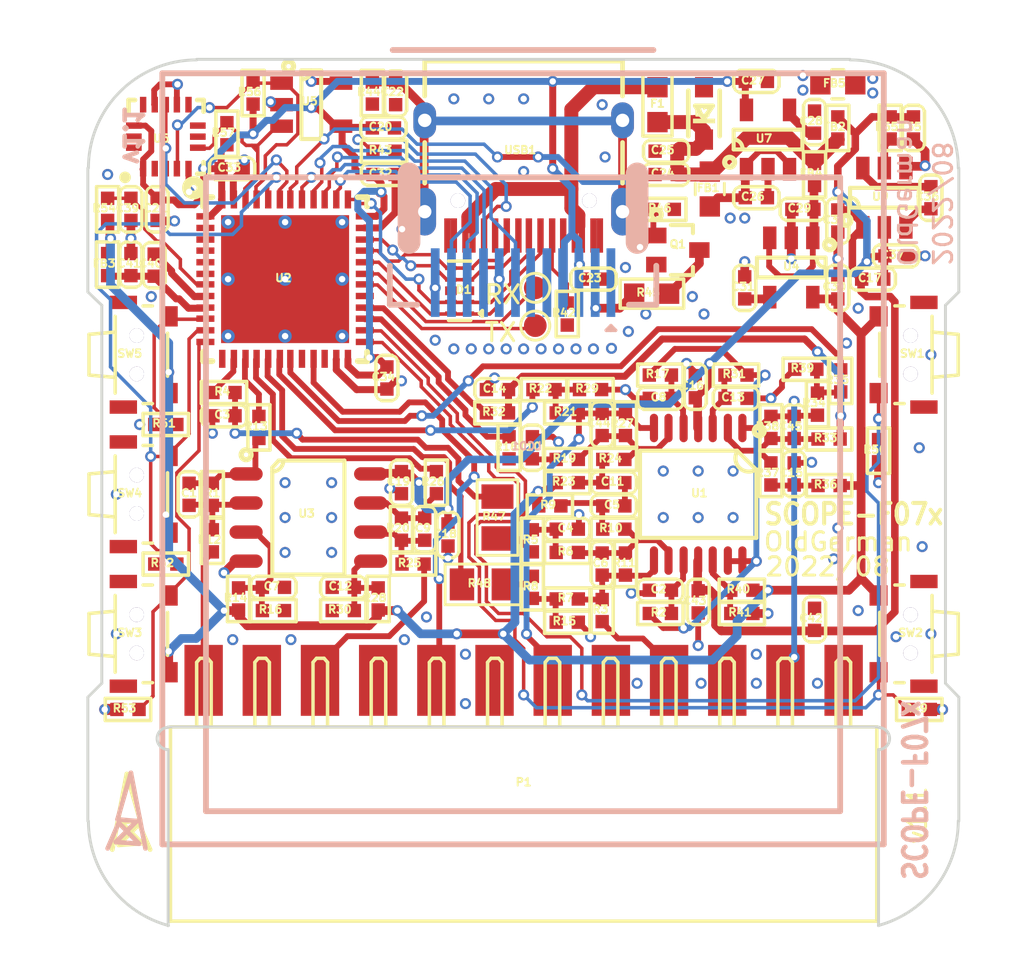
<source format=kicad_pcb>
(kicad_pcb (version 20171130) (host pcbnew "(5.1.6)-1")
  (layers (0 F.Cu signal) (31 B.Cu signal) (34 B.Paste user) (35 F.Paste user) (36 B.SilkS user) (37 F.SilkS user) (38 B.Mask user) (39 F.Mask user) (44 Edge.Cuts user))
  (net 0 "")
  (net 1 NetU2_43)
  (net 2 NetR48_2)
  (net 3 NetR5_1)
  (net 4 NetP1_4)
  (net 5 KEY_R)
  (net 6 KEY_L)
  (net 7 NetP1_12)
  (net 8 NetP1_10)
  (net 9 NetP1_8)
  (net 10 MEM_SDA)
  (net 11 MEM_SCL)
  (net 12 NetR55_1)
  (net 13 NetC29_1)
  (net 14 TX)
  (net 15 RX)
  (net 16 KEY_O)
  (net 17 NetR50_1)
  (net 18 NetR49_1)
  (net 19 NetC40_1)
  (net 20 NetC39_1)
  (net 21 VUSB)
  (net 22 VUSB_5V)
  (net 23 VDA_-5V0)
  (net 24 VDA_5V0)
  (net 25 VCC_3V3)
  (net 26 D-_B7)
  (net 27 D+_B6)
  (net 28 VDA_3V3)
  (net 29 VDA_1V65)
  (net 30 NetR40_2)
  (net 31 NetR35_1)
  (net 32 NetC45_1)
  (net 33 NetR34_1)
  (net 34 NetC45_2)
  (net 35 NetR32_1)
  (net 36 NetR26_2)
  (net 37 NetR22_1)
  (net 38 NetC44_1)
  (net 39 NetR21_1)
  (net 40 NetC44_2)
  (net 41 NetR18_1)
  (net 42 NetR13_2)
  (net 43 NetR8_1)
  (net 44 NetR7_1)
  (net 45 NetR4_1)
  (net 46 NetQ1_3)
  (net 47 LCD_RSTn)
  (net 48 LCD_MOSI)
  (net 49 LCD_SCK)
  (net 50 LCD_DC)
  (net 51 NetC36_2)
  (net 52 NetC36_1)
  (net 53 NetC31_1)
  (net 54 NetC28_1)
  (net 55 NetC26_1)
  (net 56 NetC22_1)
  (net 57 NetC15_2)
  (net 58 NetC14_2)
  (net 59 NetC13_1)
  (net 60 NetC12_2)
  (net 61 NetC11_2)
  (net 62 NetC10_2)
  (net 63 NetC9_2)
  (net 64 NetC9_1)
  (net 65 NetC8_1)
  (net 66 NetC7_2)
  (net 67 NetC6_2)
  (net 68 NetC6_1)
  (net 69 NetC5_2)
  (net 70 NetC4_2)
  (net 71 NetC3_2)
  (net 72 NetC2_1)
  (net 73 NetC1_2)
  (net 74 NetC1_1)
  (net 75 LCD_LEDK)
  (net 76 LCD_BL)
  (net 77 GND)
  (net 78 D-_A7)
  (net 79 D+_A6)
  (net 80 CC2)
  (net 81 CC1)
  (net 82 AGND)
  (module "" (layer F.Cu) (at 92.118 12.583)
    (fp_text reference "" (at 0 0) (layer F.SilkS) (effects (font (size 1.27 1.27))))
    (fp_text value "" (at 0 0) (layer F.SilkS) (effects (font (size 1.27 1.27))))
    (pad "" smd circle (at 0 0 180) (size 0.9906 0.9906) (layers F.Cu F.Paste F.Mask) (net 15 RX))
  )
  (module "" (layer F.Cu) (at 92.118 14.234)
    (fp_text reference "" (at 0 0) (layer F.SilkS) (effects (font (size 1.27 1.27))))
    (fp_text value "" (at 0 0) (layer F.SilkS) (effects (font (size 1.27 1.27))))
    (pad "" smd circle (at 0 0 180) (size 0.9906 0.9906) (layers F.Cu F.Paste F.Mask) (net 14 TX))
  )
  (module UFQFPN-48_7X7X0P55MM_VIA_1 (layer F.Cu) (at 81.196 12.202)
    (fp_text reference U2 (at -0.0762 -0.0508 unlocked) (layer F.SilkS) (effects (font (size 0.333248 0.35052) (thickness 0.127))))
    (fp_text value STM32F072CBU6 hide)
    (pad 1 smd rect (at -3.4798 -2.7432) (size 0.7874 0.2794) (layers F.Cu F.Paste F.Mask) (net 25 VCC_3V3))
    (pad 2 smd rect (at -3.4798 -2.2352) (size 0.7874 0.2794) (layers F.Cu F.Paste F.Mask))
    (pad 3 smd rect (at -3.4798 -1.7272) (size 0.7874 0.2794) (layers F.Cu F.Paste F.Mask))
    (pad 4 smd rect (at -3.4798 -1.2446) (size 0.7874 0.2794) (layers F.Cu F.Paste F.Mask))
    (pad 5 smd rect (at -3.4798 -0.7366) (size 0.7874 0.2794) (layers F.Cu F.Paste F.Mask))
    (pad 6 smd rect (at -3.4798 -0.2286) (size 0.7874 0.2794) (layers F.Cu F.Paste F.Mask))
    (pad 7 smd rect (at -3.4798 0.2286) (size 0.7874 0.2794) (layers F.Cu F.Paste F.Mask) (net 20 NetC39_1))
    (pad 8 smd rect (at -3.4798 0.7366) (size 0.7874 0.2794) (layers F.Cu F.Paste F.Mask) (net 82 AGND))
    (pad 9 smd rect (at -3.4798 1.2446) (size 0.7874 0.2794) (layers F.Cu F.Paste F.Mask) (net 19 NetC40_1))
    (pad 10 smd rect (at -3.4798 1.7272) (size 0.7874 0.2794) (layers F.Cu F.Paste F.Mask) (net 6 KEY_L))
    (pad 11 smd rect (at -3.4798 2.2352) (size 0.7874 0.2794) (layers F.Cu F.Paste F.Mask) (net 16 KEY_O))
    (pad 12 smd rect (at -3.4798 2.7432) (size 0.7874 0.2794) (layers F.Cu F.Paste F.Mask) (net 5 KEY_R))
    (pad 13 smd rect (at -2.7432 3.4798 90) (size 0.7874 0.2794) (layers F.Cu F.Paste F.Mask))
    (pad 14 smd rect (at -2.2352 3.4798 90) (size 0.7874 0.2794) (layers F.Cu F.Paste F.Mask) (net 45 NetR4_1))
    (pad 15 smd rect (at -1.7272 3.4798 90) (size 0.7874 0.2794) (layers F.Cu F.Paste F.Mask) (net 42 NetR13_2))
    (pad 16 smd rect (at -1.2446 3.4798 90) (size 0.7874 0.2794) (layers F.Cu F.Paste F.Mask) (net 36 NetR26_2))
    (pad 17 smd rect (at -0.7366 3.4798 90) (size 0.7874 0.2794) (layers F.Cu F.Paste F.Mask) (net 2 NetR48_2))
    (pad 18 smd rect (at -0.2286 3.4798 90) (size 0.7874 0.2794) (layers F.Cu F.Paste F.Mask) (net 37 NetR22_1))
    (pad 19 smd rect (at 0.2286 3.4798 90) (size 0.7874 0.2794) (layers F.Cu F.Paste F.Mask) (net 31 NetR35_1))
    (pad 20 smd rect (at 0.7366 3.4798 90) (size 0.7874 0.2794) (layers F.Cu F.Paste F.Mask))
    (pad 21 smd rect (at 1.2446 3.4798 90) (size 0.7874 0.2794) (layers F.Cu F.Paste F.Mask) (net 9 NetP1_8))
    (pad 22 smd rect (at 1.7272 3.4798 90) (size 0.7874 0.2794) (layers F.Cu F.Paste F.Mask))
    (pad 23 smd rect (at 2.2352 3.4798 90) (size 0.7874 0.2794) (layers F.Cu F.Paste F.Mask) (net 77 GND))
    (pad 24 smd rect (at 2.7432 3.4798 90) (size 0.7874 0.2794) (layers F.Cu F.Paste F.Mask) (net 25 VCC_3V3))
    (pad 25 smd rect (at 3.4798 2.7432 180) (size 0.7874 0.2794) (layers F.Cu F.Paste F.Mask) (net 18 NetR49_1))
    (pad 26 smd rect (at 3.4798 2.2352 180) (size 0.7874 0.2794) (layers F.Cu F.Paste F.Mask) (net 17 NetR50_1))
    (pad 27 smd rect (at 3.4798 1.7272 180) (size 0.7874 0.2794) (layers F.Cu F.Paste F.Mask) (net 41 NetR18_1))
    (pad 28 smd rect (at 3.4798 1.2446 180) (size 0.7874 0.2794) (layers F.Cu F.Paste F.Mask) (net 35 NetR32_1))
    (pad 29 smd rect (at 3.4798 0.7366 180) (size 0.7874 0.2794) (layers F.Cu F.Paste F.Mask))
    (pad 30 smd rect (at 3.4798 0.2286 180) (size 0.7874 0.2794) (layers F.Cu F.Paste F.Mask) (net 14 TX))
    (pad 31 smd rect (at 3.4798 -0.2286 180) (size 0.7874 0.2794) (layers F.Cu F.Paste F.Mask) (net 15 RX))
    (pad 32 smd rect (at 3.4798 -0.7366 180) (size 0.7874 0.2794) (layers F.Cu F.Paste F.Mask) (net 26 D-_B7))
    (pad 33 smd rect (at 3.4798 -1.2446 180) (size 0.7874 0.2794) (layers F.Cu F.Paste F.Mask) (net 27 D+_B6))
    (pad 34 smd rect (at 3.4798 -1.7272 180) (size 0.7874 0.2794) (layers F.Cu F.Paste F.Mask) (net 78 D-_A7))
    (pad 35 smd rect (at 3.4798 -2.2352 180) (size 0.7874 0.2794) (layers F.Cu F.Paste F.Mask) (net 77 GND))
    (pad 36 smd rect (at 3.4798 -2.7432 180) (size 0.7874 0.2794) (layers F.Cu F.Paste F.Mask) (net 25 VCC_3V3))
    (pad 37 smd rect (at 2.7432 -3.4798 270) (size 0.7874 0.2794) (layers F.Cu F.Paste F.Mask) (net 79 D+_A6))
    (pad 38 smd rect (at 2.2352 -3.4798 270) (size 0.7874 0.2794) (layers F.Cu F.Paste F.Mask) (net 47 LCD_RSTn))
    (pad 39 smd rect (at 1.7272 -3.4798 270) (size 0.7874 0.2794) (layers F.Cu F.Paste F.Mask) (net 49 LCD_SCK))
    (pad 40 smd rect (at 1.2446 -3.4798 270) (size 0.7874 0.2794) (layers F.Cu F.Paste F.Mask) (net 50 LCD_DC))
    (pad 41 smd rect (at 0.7366 -3.4798 270) (size 0.7874 0.2794) (layers F.Cu F.Paste F.Mask) (net 48 LCD_MOSI))
    (pad 42 smd rect (at 0.2286 -3.4798 270) (size 0.7874 0.2794) (layers F.Cu F.Paste F.Mask) (net 76 LCD_BL))
    (pad 43 smd rect (at -0.2286 -3.4798 270) (size 0.7874 0.2794) (layers F.Cu F.Paste F.Mask) (net 1 NetU2_43))
    (pad 44 smd rect (at -0.7366 -3.4798 270) (size 0.7874 0.2794) (layers F.Cu F.Paste F.Mask) (net 16 KEY_O))
    (pad 45 smd rect (at -1.2446 -3.4798 270) (size 0.7874 0.2794) (layers F.Cu F.Paste F.Mask) (net 11 MEM_SCL))
    (pad 46 smd rect (at -1.7272 -3.4798 270) (size 0.7874 0.2794) (layers F.Cu F.Paste F.Mask) (net 10 MEM_SDA))
    (pad 47 smd rect (at -2.2352 -3.4798 270) (size 0.7874 0.2794) (layers F.Cu F.Paste F.Mask) (net 77 GND))
    (pad 48 smd rect (at -2.7432 -3.4798 270) (size 0.7874 0.2794) (layers F.Cu F.Paste F.Mask) (net 25 VCC_3V3))
    (pad 49 smd rect (at 0 0) (size 5.588 5.588) (layers F.Cu F.Paste F.Mask) (net 77 GND))
    (pad 49_1 thru_hole circle (at 0 0 270) (size 0.5842 0.5842) (drill 0.2794) (layers *.Cu *.Mask) (net 77 GND))
    (pad 49_2 thru_hole circle (at 0 -2.4892 270) (size 0.5842 0.5842) (drill 0.2794) (layers *.Cu *.Mask) (net 77 GND))
    (pad 49_3 thru_hole circle (at 0 2.4892 270) (size 0.5842 0.5842) (drill 0.2794) (layers *.Cu *.Mask) (net 77 GND))
    (pad 49_4 thru_hole circle (at -2.4892 2.4892 270) (size 0.5842 0.5842) (drill 0.2794) (layers *.Cu *.Mask) (net 77 GND))
    (pad 49_5 thru_hole circle (at -2.4892 0 270) (size 0.5842 0.5842) (drill 0.2794) (layers *.Cu *.Mask) (net 77 GND))
    (pad 49_6 thru_hole circle (at -2.4892 -2.4892 270) (size 0.5842 0.5842) (drill 0.2794) (layers *.Cu *.Mask) (net 77 GND))
    (pad 49_7 thru_hole circle (at 2.4892 -2.4892 270) (size 0.5842 0.5842) (drill 0.2794) (layers *.Cu *.Mask) (net 77 GND))
    (pad 49_8 thru_hole circle (at 2.4892 2.4892 270) (size 0.5842 0.5842) (drill 0.2794) (layers *.Cu *.Mask) (net 77 GND))
    (pad 49_9 thru_hole circle (at 2.4892 0 270) (size 0.5842 0.5842) (drill 0.2794) (layers *.Cu *.Mask) (net 77 GND))
  )
  (module R0805_1 (layer F.Cu) (at 89.832 25.537 180)
    (fp_text reference R48 (at 0.1524 0.0508 unlocked) (layer F.SilkS) (effects (font (size 0.333248 0.35052) (thickness 0.127))))
    (fp_text value 0R hide)
    (pad 1 smd rect (at -0.9144 0 180) (size 1.0668 1.397) (layers F.Cu F.Paste F.Mask) (net 43 NetR8_1))
    (pad 2 smd rect (at 0.9144 0 180) (size 1.0668 1.397) (layers F.Cu F.Paste F.Mask) (net 2 NetR48_2))
  )
  (module R0805_1 (layer F.Cu) (at 90.467 22.616 270)
    (fp_text reference R47 (at -0.0508 0.1524 unlocked) (layer F.SilkS) (effects (font (size 0.333248 0.35052) (thickness 0.127))))
    (fp_text value 0R hide)
    (pad 1 smd rect (at -0.9144 0 270) (size 1.0668 1.397) (layers F.Cu F.Paste F.Mask) (net 71 NetC3_2))
    (pad 2 smd rect (at 0.9144 0 270) (size 1.0668 1.397) (layers F.Cu F.Paste F.Mask) (net 3 NetR5_1))
  )
  (module C0402_1 (layer F.Cu) (at 103.421 18.679 270)
    (fp_text reference C45 (at -0.0508 0.1524 unlocked) (layer F.SilkS) (effects (font (size 0.333248 0.35052) (thickness 0.127))))
    (fp_text value DNP hide)
    (pad 1 smd rect (at -0.4826 0 270) (size 0.5842 0.5842) (layers F.Cu F.Paste F.Mask) (net 32 NetC45_1))
    (pad 2 smd rect (at 0.4826 0 270) (size 0.5842 0.5842) (layers F.Cu F.Paste F.Mask) (net 34 NetC45_2))
  )
  (module C0402_1 (layer F.Cu) (at 95.039 18.552 270)
    (fp_text reference C44 (at -0.0508 0.1524 unlocked) (layer F.SilkS) (effects (font (size 0.333248 0.35052) (thickness 0.127))))
    (fp_text value DNP hide)
    (pad 1 smd rect (at -0.4826 0 270) (size 0.5842 0.5842) (layers F.Cu F.Paste F.Mask) (net 38 NetC44_1))
    (pad 2 smd rect (at 0.4826 0 270) (size 0.5842 0.5842) (layers F.Cu F.Paste F.Mask) (net 40 NetC44_2))
  )
  (module C0402_1 (layer F.Cu) (at 99.23 26.299 90)
    (fp_text reference C43 (at 0.0508 -0.1524 unlocked) (layer F.SilkS) (effects (font (size 0.333248 0.35052) (thickness 0.127))))
    (fp_text value 100nF hide)
    (pad 1 smd rect (at -0.4826 0 90) (size 0.5842 0.5842) (layers F.Cu F.Paste F.Mask) (net 82 AGND))
    (pad 2 smd rect (at 0.4826 0 90) (size 0.5842 0.5842) (layers F.Cu F.Paste F.Mask) (net 23 VDA_-5V0))
  )
  (module C0402_1 (layer F.Cu) (at 104.31 27.061 270)
    (fp_text reference C42 (at -0.0508 0.1524 unlocked) (layer F.SilkS) (effects (font (size 0.333248 0.35052) (thickness 0.127))))
    (fp_text value 10uF hide)
    (pad 1 smd rect (at -0.4826 0 270) (size 0.5842 0.5842) (layers F.Cu F.Paste F.Mask) (net 82 AGND))
    (pad 2 smd rect (at 0.4826 0 270) (size 0.5842 0.5842) (layers F.Cu F.Paste F.Mask) (net 23 VDA_-5V0))
  )
  (module C0402_1 (layer F.Cu) (at 108.628 5.598 90)
    (fp_text reference C35 (at 0.0508 -0.1524 unlocked) (layer F.SilkS) (effects (font (size 0.333248 0.35052) (thickness 0.127))))
    (fp_text value 10uF hide)
    (pad 1 smd rect (at -0.4826 0 90) (size 0.5842 0.5842) (layers F.Cu F.Paste F.Mask) (net 82 AGND))
    (pad 2 smd rect (at 0.4826 0 90) (size 0.5842 0.5842) (layers F.Cu F.Paste F.Mask) (net 24 VDA_5V0))
  )
  (module ODG_LOGO_1 (layer B.Cu) (at 74.4396 35.9002)
    (fp_text reference ODG2 hide)
    (fp_text value ODG_LOGO hide)
  )
  (module ODG_LOGO_1 (layer F.Cu) (at 74.3126 35.951)
    (fp_text reference ODG1 hide)
    (fp_text value ODG_LOGO hide)
  )
  (module C0402_1 (layer F.Cu) (at 85.641 16.52 270)
    (fp_text reference C34 (at -0.0508 0.1524 unlocked) (layer F.SilkS) (effects (font (size 0.333248 0.35052) (thickness 0.127))))
    (fp_text value 100nF hide)
    (pad 1 smd rect (at -0.4826 0 270) (size 0.5842 0.5842) (layers F.Cu F.Paste F.Mask) (net 25 VCC_3V3))
    (pad 2 smd rect (at 0.4826 0 270) (size 0.5842 0.5842) (layers F.Cu F.Paste F.Mask) (net 77 GND))
  )
  (module C0402_1 (layer F.Cu) (at 78.8846 7.376)
    (fp_text reference C33 (at -0.127 -0.0508 unlocked) (layer F.SilkS) (effects (font (size 0.333248 0.35052) (thickness 0.127))))
    (fp_text value 100nF hide)
    (pad 1 smd rect (at -0.4826 0) (size 0.5842 0.5842) (layers F.Cu F.Paste F.Mask) (net 25 VCC_3V3))
    (pad 2 smd rect (at 0.4826 0) (size 0.5842 0.5842) (layers F.Cu F.Paste F.Mask) (net 77 GND))
  )
  (module C0402_1 (layer F.Cu) (at 85.514 7.63)
    (fp_text reference C32 (at -0.1524 -0.0508 unlocked) (layer F.SilkS) (effects (font (size 0.333248 0.35052) (thickness 0.127))))
    (fp_text value 100nF hide)
    (pad 1 smd rect (at -0.4826 0) (size 0.5842 0.5842) (layers F.Cu F.Paste F.Mask) (net 25 VCC_3V3))
    (pad 2 smd rect (at 0.4826 0) (size 0.5842 0.5842) (layers F.Cu F.Paste F.Mask) (net 77 GND))
  )
  (module FER0603_1 (layer F.Cu) (at 105.326 3.693)
    (fp_text reference FB5 (at -0.1524 -0.0508 unlocked) (layer F.SilkS) (effects (font (size 0.333248 0.35052) (thickness 0.127))))
    (fp_text value "330R @100MHz" hide)
    (pad 1 smd rect (at -0.762 0) (size 0.889 0.889) (layers F.Cu F.Paste F.Mask) (net 77 GND))
    (pad 2 smd rect (at 0.762 0) (size 0.889 0.889) (layers F.Cu F.Paste F.Mask) (net 82 AGND))
  )
  (module R0402_1 (layer F.Cu) (at 78.656 5.852 90)
    (fp_text reference R57 (at 0.0508 -0.1524 unlocked) (layer F.SilkS) (effects (font (size 0.333248 0.35052) (thickness 0.127))))
    (fp_text value 4.7K hide)
    (pad 1 smd rect (at -0.4826 0 90) (size 0.5842 0.5842) (layers F.Cu F.Paste F.Mask) (net 25 VCC_3V3))
    (pad 2 smd rect (at 0.4826 0 90) (size 0.5842 0.5842) (layers F.Cu F.Paste F.Mask) (net 10 MEM_SDA))
  )
  (module R0402_1 (layer F.Cu) (at 79.799 4.074 90)
    (fp_text reference R56 (at 0.0508 -0.1524 unlocked) (layer F.SilkS) (effects (font (size 0.333248 0.35052) (thickness 0.127))))
    (fp_text value 4.7K hide)
    (pad 1 smd rect (at -0.4826 0 90) (size 0.5842 0.5842) (layers F.Cu F.Paste F.Mask) (net 25 VCC_3V3))
    (pad 2 smd rect (at 0.4826 0 90) (size 0.5842 0.5842) (layers F.Cu F.Paste F.Mask) (net 11 MEM_SCL))
  )
  (module R0402_1 (layer F.Cu) (at 107.612 5.598 90)
    (fp_text reference R55 (at 0.0508 -0.1524 unlocked) (layer F.SilkS) (effects (font (size 0.333248 0.35052) (thickness 0.127))))
    (fp_text value 10K hide)
    (pad 1 smd rect (at -0.4826 0 90) (size 0.5842 0.5842) (layers F.Cu F.Paste F.Mask) (net 12 NetR55_1))
    (pad 2 smd rect (at 0.4826 0 90) (size 0.5842 0.5842) (layers F.Cu F.Paste F.Mask) (net 24 VDA_5V0))
  )
  (module FER0402_1 (layer F.Cu) (at 104.31 7.63 270)
    (fp_text reference FB4 (at -0.0508 0.1524 unlocked) (layer F.SilkS) (effects (font (size 0.333248 0.35052) (thickness 0.127))))
    (fp_text value "220R @100MHz" hide)
    (pad 1 smd rect (at -0.4826 0 270) (size 0.5842 0.5842) (layers F.Cu F.Paste F.Mask) (net 22 VUSB_5V))
    (pad 2 smd rect (at 0.4826 0 270) (size 0.5842 0.5842) (layers F.Cu F.Paste F.Mask) (net 13 NetC29_1))
  )
  (module R0402_1 (layer F.Cu) (at 73.449 9.154 90)
    (fp_text reference R54 (at 0.0508 -0.1524 unlocked) (layer F.SilkS) (effects (font (size 0.333248 0.35052) (thickness 0.127))))
    (fp_text value 10K hide)
    (pad 1 smd rect (at -0.4826 0 90) (size 0.5842 0.5842) (layers F.Cu F.Paste F.Mask) (net 28 VDA_3V3))
    (pad 2 smd rect (at 0.4826 0 90) (size 0.5842 0.5842) (layers F.Cu F.Paste F.Mask) (net 20 NetC39_1))
  )
  (module R0402_1 (layer F.Cu) (at 74.338 30.998 180)
    (fp_text reference R53 (at 0.1524 0.0508 unlocked) (layer F.SilkS) (effects (font (size 0.333248 0.35052) (thickness 0.127))))
    (fp_text value 4.7K hide)
    (pad 1 smd rect (at -0.4826 0 180) (size 0.5842 0.5842) (layers F.Cu F.Paste F.Mask) (net 5 KEY_R))
    (pad 2 smd rect (at 0.4826 0 180) (size 0.5842 0.5842) (layers F.Cu F.Paste F.Mask) (net 82 AGND))
  )
  (module R0402_1 (layer F.Cu) (at 75.989 24.648 180)
    (fp_text reference R52 (at 0.1524 0.0508 unlocked) (layer F.SilkS) (effects (font (size 0.333248 0.35052) (thickness 0.127))))
    (fp_text value 4.7K hide)
    (pad 1 smd rect (at -0.4826 0 180) (size 0.5842 0.5842) (layers F.Cu F.Paste F.Mask) (net 16 KEY_O))
    (pad 2 smd rect (at 0.4826 0 180) (size 0.5842 0.5842) (layers F.Cu F.Paste F.Mask) (net 82 AGND))
  )
  (module R0402_1 (layer F.Cu) (at 75.989 18.552 180)
    (fp_text reference R51 (at 0.0762 0.0508 unlocked) (layer F.SilkS) (effects (font (size 0.333248 0.35052) (thickness 0.127))))
    (fp_text value 4.7K hide)
    (pad 1 smd rect (at -0.4826 0 180) (size 0.5842 0.5842) (layers F.Cu F.Paste F.Mask) (net 6 KEY_L))
    (pad 2 smd rect (at 0.4826 0 180) (size 0.5842 0.5842) (layers F.Cu F.Paste F.Mask) (net 82 AGND))
  )
  (module R0402_1 (layer F.Cu) (at 107.104 19.695 270)
    (fp_text reference R50 (at -0.0508 0.1524 unlocked) (layer F.SilkS) (effects (font (size 0.333248 0.35052) (thickness 0.127))))
    (fp_text value 4.7K hide)
    (pad 1 smd rect (at -0.4826 0 270) (size 0.5842 0.5842) (layers F.Cu F.Paste F.Mask) (net 17 NetR50_1))
    (pad 2 smd rect (at 0.4826 0 270) (size 0.5842 0.5842) (layers F.Cu F.Paste F.Mask) (net 82 AGND))
  )
  (module R0402_1 (layer F.Cu) (at 108.882 30.998)
    (fp_text reference R49 (at -0.1524 -0.0508 unlocked) (layer F.SilkS) (effects (font (size 0.333248 0.35052) (thickness 0.127))))
    (fp_text value 4.7K hide)
    (pad 1 smd rect (at -0.4826 0) (size 0.5842 0.5842) (layers F.Cu F.Paste F.Mask) (net 18 NetR49_1))
    (pad 2 smd rect (at 0.4826 0) (size 0.5842 0.5842) (layers F.Cu F.Paste F.Mask) (net 82 AGND))
  )
  (module FER0402_1 (layer F.Cu) (at 73.449 11.567 270)
    (fp_text reference FB3 (at -0.0508 0.1524 unlocked) (layer F.SilkS) (effects (font (size 0.333248 0.35052) (thickness 0.127))))
    (fp_text value "220R @100MHz" hide)
    (pad 1 smd rect (at -0.4826 0 270) (size 0.5842 0.5842) (layers F.Cu F.Paste F.Mask) (net 28 VDA_3V3))
    (pad 2 smd rect (at 0.4826 0 270) (size 0.5842 0.5842) (layers F.Cu F.Paste F.Mask) (net 19 NetC40_1))
  )
  (module C0402_1 (layer F.Cu) (at 74.465 11.567 90)
    (fp_text reference C41 (at 0.0508 -0.0762 unlocked) (layer F.SilkS) (effects (font (size 0.333248 0.35052) (thickness 0.127))))
    (fp_text value 10uF hide)
    (pad 1 smd rect (at -0.4826 0 90) (size 0.5842 0.5842) (layers F.Cu F.Paste F.Mask) (net 19 NetC40_1))
    (pad 2 smd rect (at 0.4826 0 90) (size 0.5842 0.5842) (layers F.Cu F.Paste F.Mask) (net 82 AGND))
  )
  (module C0402_1 (layer F.Cu) (at 75.481 11.5924 90)
    (fp_text reference C40 (at 0.0762 -0.1524 unlocked) (layer F.SilkS) (effects (font (size 0.333248 0.35052) (thickness 0.127))))
    (fp_text value 1uF hide)
    (pad 1 smd rect (at -0.4826 0 90) (size 0.5842 0.5842) (layers F.Cu F.Paste F.Mask) (net 19 NetC40_1))
    (pad 2 smd rect (at 0.4826 0 90) (size 0.5842 0.5842) (layers F.Cu F.Paste F.Mask) (net 82 AGND))
  )
  (module C0402_1 (layer F.Cu) (at 74.465 9.154 270)
    (fp_text reference C39 (at -0.0508 0.1524 unlocked) (layer F.SilkS) (effects (font (size 0.333248 0.35052) (thickness 0.127))))
    (fp_text value 100nF hide)
    (pad 1 smd rect (at -0.4826 0 270) (size 0.5842 0.5842) (layers F.Cu F.Paste F.Mask) (net 20 NetC39_1))
    (pad 2 smd rect (at 0.4826 0 270) (size 0.5842 0.5842) (layers F.Cu F.Paste F.Mask) (net 82 AGND))
  )
  (module TACTILE_SWITCH_SMD_4.6x1.82x32 (layer F.Cu) (at 74.719 15.504 90)
    (fp_text reference SW5 (at 0.0508 -0.3048 unlocked) (layer F.SilkS) (effects (font (size 0.333248 0.35052) (thickness 0.127))))
    (fp_text value Button-2P+PAD hide)
    (pad 0 thru_hole circle (at 0.8382 0 90) (size 0.635 0.635) (drill 0.6858) (layers *.Cu *.Mask))
    (pad 0_1 thru_hole circle (at -0.8382 0 270) (size 0.635 0.635) (drill 0.6858) (layers *.Cu *.Mask))
    (pad 1 smd rect (at -1.6764 1.397 180) (size 0.7874 0.889) (layers F.Cu F.Paste F.Mask) (net 28 VDA_3V3))
    (pad 2 smd rect (at 1.6764 1.397 180) (size 0.7874 0.889) (layers F.Cu F.Paste F.Mask) (net 6 KEY_L))
    (pad 3 smd rect (at -2.286 -0.5842 180) (size 1.1938 0.5842) (layers F.Cu F.Paste F.Mask))
    (pad 3_1 smd rect (at 2.286 -0.5842 180) (size 1.1938 0.5842) (layers F.Cu F.Paste F.Mask))
  )
  (module 2.54MM_FEMALE_1x12_180H_1 (layer F.Cu) (at 91.61 31.76 180)
    (fp_text reference P1 (at 0 -2.413 unlocked) (layer F.SilkS) (effects (font (size 0.333248 0.35052) (thickness 0.127))))
    (fp_text value CONN_X12 hide)
    (pad 1 smd rect (at -13.97 2.032 180) (size 1.6764 3.0988) (layers F.Cu F.Paste F.Mask) (net 82 AGND))
    (pad 2 smd rect (at -11.43 2.032 180) (size 1.6764 3.0988) (layers F.Cu F.Paste F.Mask) (net 32 NetC45_1))
    (pad 3 smd rect (at -8.89 2.032 180) (size 1.6764 3.0988) (layers F.Cu F.Paste F.Mask) (net 82 AGND))
    (pad 4 smd rect (at -6.35 2.032 180) (size 1.6764 3.0988) (layers F.Cu F.Paste F.Mask) (net 4 NetP1_4))
    (pad 5 smd rect (at -3.81 2.032 180) (size 1.6764 3.0988) (layers F.Cu F.Paste F.Mask) (net 82 AGND))
    (pad 6 smd rect (at -1.27 2.032 180) (size 1.6764 3.0988) (layers F.Cu F.Paste F.Mask) (net 38 NetC44_1))
    (pad 7 smd rect (at 1.27 2.032 180) (size 1.6764 3.0988) (layers F.Cu F.Paste F.Mask) (net 82 AGND))
    (pad 8 smd rect (at 3.81 2.032 180) (size 1.6764 3.0988) (layers F.Cu F.Paste F.Mask) (net 9 NetP1_8))
    (pad 9 smd rect (at 6.35 2.032 180) (size 1.6764 3.0988) (layers F.Cu F.Paste F.Mask) (net 82 AGND))
    (pad 10 smd rect (at 8.89 2.032 180) (size 1.6764 3.0988) (layers F.Cu F.Paste F.Mask) (net 8 NetP1_10))
    (pad 11 smd rect (at 11.43 2.032 180) (size 1.6764 3.0988) (layers F.Cu F.Paste F.Mask) (net 82 AGND))
    (pad 12 smd rect (at 13.97 2.032 180) (size 1.6764 3.0988) (layers F.Cu F.Paste F.Mask) (net 7 NetP1_12))
  )
  (module TACTILE_SWITCH_SMD_4.6x1.82x32 (layer F.Cu) (at 108.501 15.504 270)
    (fp_text reference SW1 (at -0.0508 -0.0762 unlocked) (layer F.SilkS) (effects (font (size 0.333248 0.35052) (thickness 0.127))))
    (fp_text value Button-2P+PAD hide)
    (pad 0 thru_hole circle (at 0.8382 0 270) (size 0.635 0.635) (drill 0.6858) (layers *.Cu *.Mask))
    (pad 0_1 thru_hole circle (at -0.8382 0 90) (size 0.635 0.635) (drill 0.6858) (layers *.Cu *.Mask))
    (pad 1 smd rect (at -1.6764 1.397) (size 0.7874 0.889) (layers F.Cu F.Paste F.Mask) (net 28 VDA_3V3))
    (pad 2 smd rect (at 1.6764 1.397) (size 0.7874 0.889) (layers F.Cu F.Paste F.Mask) (net 17 NetR50_1))
    (pad 3 smd rect (at -2.286 -0.5842) (size 1.1938 0.5842) (layers F.Cu F.Paste F.Mask))
    (pad 3_1 smd rect (at 2.286 -0.5842) (size 1.1938 0.5842) (layers F.Cu F.Paste F.Mask))
  )
  (module TACTILE_SWITCH_SMD_4.6x1.82x32 (layer F.Cu) (at 108.501 27.696 270)
    (fp_text reference SW2 (at -0.0508 0 unlocked) (layer F.SilkS) (effects (font (size 0.333248 0.35052) (thickness 0.127))))
    (fp_text value Button-2P+PAD hide)
    (pad 0 thru_hole circle (at 0.8382 0 270) (size 0.635 0.635) (drill 0.6858) (layers *.Cu *.Mask))
    (pad 0_1 thru_hole circle (at -0.8382 0 90) (size 0.635 0.635) (drill 0.6858) (layers *.Cu *.Mask))
    (pad 1 smd rect (at -1.6764 1.397) (size 0.7874 0.889) (layers F.Cu F.Paste F.Mask) (net 28 VDA_3V3))
    (pad 2 smd rect (at 1.6764 1.397) (size 0.7874 0.889) (layers F.Cu F.Paste F.Mask) (net 18 NetR49_1))
    (pad 3 smd rect (at -2.286 -0.5842) (size 1.1938 0.5842) (layers F.Cu F.Paste F.Mask))
    (pad 3_1 smd rect (at 2.286 -0.5842) (size 1.1938 0.5842) (layers F.Cu F.Paste F.Mask))
  )
  (module TACTILE_SWITCH_SMD_4.6x1.82x32 (layer F.Cu) (at 74.719 21.6 90)
    (fp_text reference SW4 (at 0.0508 -0.3048 unlocked) (layer F.SilkS) (effects (font (size 0.333248 0.35052) (thickness 0.127))))
    (fp_text value Button-2P+PAD hide)
    (pad 0 thru_hole circle (at 0.8382 0 90) (size 0.635 0.635) (drill 0.6858) (layers *.Cu *.Mask))
    (pad 0_1 thru_hole circle (at -0.8382 0 270) (size 0.635 0.635) (drill 0.6858) (layers *.Cu *.Mask))
    (pad 1 smd rect (at -1.6764 1.397 180) (size 0.7874 0.889) (layers F.Cu F.Paste F.Mask) (net 28 VDA_3V3))
    (pad 2 smd rect (at 1.6764 1.397 180) (size 0.7874 0.889) (layers F.Cu F.Paste F.Mask) (net 16 KEY_O))
    (pad 3 smd rect (at -2.286 -0.5842 180) (size 1.1938 0.5842) (layers F.Cu F.Paste F.Mask))
    (pad 3_1 smd rect (at 2.286 -0.5842 180) (size 1.1938 0.5842) (layers F.Cu F.Paste F.Mask))
  )
  (module TACTILE_SWITCH_SMD_4.6x1.82x32 (layer F.Cu) (at 74.719 27.696 90)
    (fp_text reference SW3 (at 0.0508 -0.3048 unlocked) (layer F.SilkS) (effects (font (size 0.333248 0.35052) (thickness 0.127))))
    (fp_text value Button-2P+PAD hide)
    (pad 0 thru_hole circle (at 0.8382 0 90) (size 0.635 0.635) (drill 0.6858) (layers *.Cu *.Mask))
    (pad 0_1 thru_hole circle (at -0.8382 0 270) (size 0.635 0.635) (drill 0.6858) (layers *.Cu *.Mask))
    (pad 1 smd rect (at -1.6764 1.397 180) (size 0.7874 0.889) (layers F.Cu F.Paste F.Mask) (net 28 VDA_3V3))
    (pad 2 smd rect (at 1.6764 1.397 180) (size 0.7874 0.889) (layers F.Cu F.Paste F.Mask) (net 5 KEY_R))
    (pad 3 smd rect (at -2.286 -0.5842 180) (size 1.1938 0.5842) (layers F.Cu F.Paste F.Mask))
    (pad 3_1 smd rect (at 2.286 -0.5842 180) (size 1.1938 0.5842) (layers F.Cu F.Paste F.Mask))
  )
  (module Type-C-TOP_1 (layer F.Cu) (at 91.61 2.677 90)
    (fp_text reference USB1 (at -3.8862 -0.1524 unlocked) (layer F.SilkS) (effects (font (size 0.333248 0.35052) (thickness 0.127))))
    (fp_text value Type-C hide)
    (pad 0 thru_hole circle (at -6.096 2.8702 270) (size 0.635 0.635) (drill 0.635) (layers *.Cu *.Mask))
    (pad 0_1 thru_hole circle (at -6.096 -2.8702 270) (size 0.635 0.635) (drill 0.635) (layers *.Cu *.Mask))
    (pad 1 thru_hole oval (at -2.5908 -4.318 270) (size 1.5748 0.9906) (drill 0.5842) (layers *.Cu *.Mask) (net 56 NetC22_1))
    (pad 2 thru_hole oval (at -2.5908 4.318 270) (size 1.5748 0.9906) (drill 0.5842) (layers *.Cu *.Mask) (net 56 NetC22_1))
    (pad 3 thru_hole oval (at -6.5786 4.318 270) (size 2.0828 0.9906) (drill 0.5842) (layers *.Cu *.Mask) (net 56 NetC22_1))
    (pad 4 thru_hole oval (at -6.5786 -4.318 270) (size 2.0828 0.9906) (drill 0.5842) (layers *.Cu *.Mask) (net 56 NetC22_1))
    (pad A1 smd rect (at -7.62 3.3274 270) (size 1.4986 0.2794) (layers F.Cu F.Paste F.Mask) (net 77 GND))
    (pad A4 smd rect (at -7.62 2.54 270) (size 1.4986 0.2794) (layers F.Cu F.Paste F.Mask) (net 21 VUSB))
    (pad A5 smd rect (at -7.62 1.2446 270) (size 1.4986 0.2794) (layers F.Cu F.Paste F.Mask) (net 81 CC1))
    (pad A6 smd rect (at -7.62 0.2286 270) (size 1.4986 0.2794) (layers F.Cu F.Paste F.Mask) (net 79 D+_A6))
    (pad A7 smd rect (at -7.62 -0.2286 270) (size 1.4986 0.2794) (layers F.Cu F.Paste F.Mask) (net 78 D-_A7))
    (pad A8 smd rect (at -7.62 -1.2446 270) (size 1.4986 0.2794) (layers F.Cu F.Paste F.Mask))
    (pad A9 smd rect (at -7.62 -2.54 270) (size 1.4986 0.2794) (layers F.Cu F.Paste F.Mask) (net 21 VUSB))
    (pad A12 smd rect (at -7.62 -3.3274 270) (size 1.4986 0.2794) (layers F.Cu F.Paste F.Mask) (net 77 GND))
    (pad B1 smd rect (at -7.62 -3.048 270) (size 1.4986 0.2794) (layers F.Cu F.Paste F.Mask) (net 77 GND))
    (pad B4 smd rect (at -7.62 -2.2352 270) (size 1.4986 0.2794) (layers F.Cu F.Paste F.Mask) (net 21 VUSB))
    (pad B5 smd rect (at -7.62 -1.7272 270) (size 1.4986 0.2794) (layers F.Cu F.Paste F.Mask) (net 80 CC2))
    (pad B6 smd rect (at -7.62 -0.7366 270) (size 1.4986 0.2794) (layers F.Cu F.Paste F.Mask) (net 27 D+_B6))
    (pad B7 smd rect (at -7.62 0.7366 270) (size 1.4986 0.2794) (layers F.Cu F.Paste F.Mask) (net 26 D-_B7))
    (pad B8 smd rect (at -7.62 1.7272 270) (size 1.4986 0.2794) (layers F.Cu F.Paste F.Mask))
    (pad B9 smd rect (at -7.62 2.2352 270) (size 1.4986 0.2794) (layers F.Cu F.Paste F.Mask) (net 21 VUSB))
    (pad B12 smd rect (at -7.62 3.048 270) (size 1.4986 0.2794) (layers F.Cu F.Paste F.Mask) (net 77 GND))
  )
  (module MICROCHIP_SOT-23-6_M6_1 (layer F.Cu) (at 107.358 8.646 90)
    (fp_text reference U9 (at 0.0508 -0.1778 unlocked) (layer F.SilkS) (effects (font (size 0.333248 0.35052) (thickness 0.127))))
    (fp_text value SGM3204YN6G/TR hide)
    (pad 1 smd rect (at -1.2954 -0.9398 180) (size 0.5842 0.9906) (layers F.Cu F.Paste F.Mask) (net 23 VDA_-5V0))
    (pad 2 smd rect (at -1.2954 0 180) (size 0.5842 0.9906) (layers F.Cu F.Paste F.Mask) (net 24 VDA_5V0))
    (pad 3 smd rect (at -1.2954 0.9398 180) (size 0.5842 0.9906) (layers F.Cu F.Paste F.Mask) (net 52 NetC36_1))
    (pad 4 smd rect (at 1.2954 0.9398 180) (size 0.5842 0.9906) (layers F.Cu F.Paste F.Mask) (net 82 AGND))
    (pad 5 smd rect (at 1.2954 0) (size 0.5842 0.9906) (layers F.Cu F.Paste F.Mask) (net 12 NetR55_1))
    (pad 6 smd rect (at 1.2954 -0.9398 180) (size 0.5842 0.9906) (layers F.Cu F.Paste F.Mask) (net 51 NetC36_2))
  )
  (module ANALOG_TSOT-23-5_UJ-5_1 (layer F.Cu) (at 102.278 6.106 90)
    (fp_text reference U7 (at 0.0508 -0.1778 unlocked) (layer F.SilkS) (effects (font (size 0.333248 0.35052) (thickness 0.127))))
    (fp_text value ME6211C33M5G hide)
    (pad 1 smd rect (at -1.2954 -0.9398 180) (size 0.5842 0.9906) (layers F.Cu F.Paste F.Mask) (net 55 NetC26_1))
    (pad 2 smd rect (at -1.2954 0 180) (size 0.5842 0.9906) (layers F.Cu F.Paste F.Mask) (net 77 GND))
    (pad 3 smd rect (at -1.2954 0.9398 180) (size 0.5842 0.9906) (layers F.Cu F.Paste F.Mask) (net 55 NetC26_1))
    (pad 4 smd rect (at 1.2954 0.9398 180) (size 0.5842 0.9906) (layers F.Cu F.Paste F.Mask) (net 54 NetC28_1))
    (pad 5 smd rect (at 1.2954 -0.9398 180) (size 0.5842 0.9906) (layers F.Cu F.Paste F.Mask) (net 25 VCC_3V3))
  )
  (module LGA-16-3X3_1 (layer F.Cu) (at 75.989 5.979 90)
    (fp_text reference U6 (at -0.0762 -0.2032 unlocked) (layer F.SilkS) (effects (font (size 0.333248 0.35052) (thickness 0.127))))
    (fp_text value LIS3DH hide)
    (pad 1 smd rect (at -1.397 -0.9906 270) (size 0.6858 0.2794) (layers F.Cu F.Paste F.Mask) (net 25 VCC_3V3))
    (pad 2 smd rect (at -1.397 -0.4826 90) (size 0.6858 0.2794) (layers F.Cu F.Paste F.Mask))
    (pad 3 smd rect (at -1.397 0 90) (size 0.6858 0.2794) (layers F.Cu F.Paste F.Mask))
    (pad 4 smd rect (at -1.397 0.4826 90) (size 0.6858 0.2794) (layers F.Cu F.Paste F.Mask) (net 11 MEM_SCL))
    (pad 5 smd rect (at -1.397 0.9906 270) (size 0.6858 0.2794) (layers F.Cu F.Paste F.Mask) (net 77 GND))
    (pad 6 smd rect (at -0.4826 1.397 180) (size 0.6858 0.2794) (layers F.Cu F.Paste F.Mask) (net 10 MEM_SDA))
    (pad 7 smd rect (at 0 1.397 180) (size 0.6858 0.2794) (layers F.Cu F.Paste F.Mask))
    (pad 8 smd rect (at 0.4826 1.397 180) (size 0.6858 0.2794) (layers F.Cu F.Paste F.Mask))
    (pad 9 smd rect (at 1.397 0.9906 270) (size 0.6858 0.2794) (layers F.Cu F.Paste F.Mask))
    (pad 10 smd rect (at 1.397 0.4826 270) (size 0.6858 0.2794) (layers F.Cu F.Paste F.Mask) (net 77 GND))
    (pad 11 smd rect (at 1.397 0 270) (size 0.6858 0.2794) (layers F.Cu F.Paste F.Mask) (net 1 NetU2_43))
    (pad 12 smd rect (at 1.397 -0.4826 270) (size 0.6858 0.2794) (layers F.Cu F.Paste F.Mask) (net 77 GND))
    (pad 13 smd rect (at 1.397 -0.9906 270) (size 0.6858 0.2794) (layers F.Cu F.Paste F.Mask))
    (pad 14 smd rect (at 0.4826 -1.397) (size 0.6858 0.2794) (layers F.Cu F.Paste F.Mask) (net 25 VCC_3V3))
    (pad 15 smd rect (at 0 -1.397) (size 0.6858 0.2794) (layers F.Cu F.Paste F.Mask))
    (pad 16 smd rect (at -0.4826 -1.397) (size 0.6858 0.2794) (layers F.Cu F.Paste F.Mask))
  )
  (module MICROCHIP_SOT-23-5_OT_1 (layer F.Cu) (at 82.339 4.582)
    (fp_text reference U5 (at -0.0762 -0.1524 unlocked) (layer F.SilkS) (effects (font (size 0.333248 0.35052) (thickness 0.127))))
    (fp_text value 24Cxx_SOT23-5 hide)
    (pad 1 smd rect (at -1.2954 -0.9398 90) (size 0.5842 0.9906) (layers F.Cu F.Paste F.Mask) (net 11 MEM_SCL))
    (pad 2 smd rect (at -1.2954 0 90) (size 0.5842 0.9906) (layers F.Cu F.Paste F.Mask) (net 77 GND))
    (pad 3 smd rect (at -1.2954 0.9398 90) (size 0.5842 0.9906) (layers F.Cu F.Paste F.Mask) (net 10 MEM_SDA))
    (pad 4 smd rect (at 1.2954 0.9398 90) (size 0.5842 0.9906) (layers F.Cu F.Paste F.Mask) (net 25 VCC_3V3))
    (pad 5 smd rect (at 1.2954 -0.9398 90) (size 0.5842 0.9906) (layers F.Cu F.Paste F.Mask) (net 77 GND))
  )
  (module MICROCHIP_SOT-23-5_OT_1 (layer F.Cu) (at 103.294 11.694 270)
    (fp_text reference U4 (at -0.0508 0 unlocked) (layer F.SilkS) (effects (font (size 0.333248 0.35052) (thickness 0.127))))
    (fp_text value RT9393-33GB hide)
    (pad 1 smd rect (at -1.2954 -0.9398) (size 0.5842 0.9906) (layers F.Cu F.Paste F.Mask) (net 13 NetC29_1))
    (pad 2 smd rect (at -1.2954 0) (size 0.5842 0.9906) (layers F.Cu F.Paste F.Mask) (net 82 AGND))
    (pad 3 smd rect (at -1.2954 0.9398) (size 0.5842 0.9906) (layers F.Cu F.Paste F.Mask) (net 13 NetC29_1))
    (pad 4 smd rect (at 1.2954 0.9398) (size 0.5842 0.9906) (layers F.Cu F.Paste F.Mask) (net 53 NetC31_1))
    (pad 5 smd rect (at 1.2954 -0.9398) (size 0.5842 0.9906) (layers F.Cu F.Paste F.Mask) (net 28 VDA_3V3))
  )
  (module ANALOG_DEV_SOIC-8_R8_1 (layer F.Cu) (at 82.212 22.616)
    (fp_text reference U3 (at -0.0762 -0.1778 unlocked) (layer F.SilkS) (effects (font (size 0.333248 0.35052) (thickness 0.127))))
    (fp_text value SGM8632 hide)
    (pad 1 smd oval (at -2.7178 -1.905 90) (size 0.5842 1.4478) (layers F.Cu F.Paste F.Mask) (net 74 NetC1_1))
    (pad 2 smd oval (at -2.7178 -0.635 90) (size 0.5842 1.4478) (layers F.Cu F.Paste F.Mask) (net 73 NetC1_2))
    (pad 3 smd oval (at -2.7178 0.635 90) (size 0.5842 1.4478) (layers F.Cu F.Paste F.Mask) (net 66 NetC7_2))
    (pad 4 smd oval (at -2.7178 1.905 90) (size 0.5842 1.4478) (layers F.Cu F.Paste F.Mask) (net 82 AGND))
    (pad 5 smd oval (at 2.7178 1.905 90) (size 0.5842 1.4478) (layers F.Cu F.Paste F.Mask) (net 60 NetC12_2))
    (pad 6 smd oval (at 2.7178 0.635 90) (size 0.5842 1.4478) (layers F.Cu F.Paste F.Mask) (net 63 NetC9_2))
    (pad 7 smd oval (at 2.7178 -0.635 90) (size 0.5842 1.4478) (layers F.Cu F.Paste F.Mask) (net 64 NetC9_1))
    (pad 8 smd oval (at 2.7178 -1.905 90) (size 0.5842 1.4478) (layers F.Cu F.Paste F.Mask) (net 24 VDA_5V0))
  )
  (module ON_SEMI_TSSOP-14_948G_1 (layer F.Cu) (at 99.23 21.6 270)
    (fp_text reference U1 (at -0.0508 -0.0508 unlocked) (layer F.SilkS) (effects (font (size 0.333248 0.35052) (thickness 0.127))))
    (fp_text value OPA4197 hide)
    (pad 1 smd oval (at -2.8956 -1.9304) (size 0.3556 1.2446) (layers F.Cu F.Paste F.Mask) (net 32 NetC45_1))
    (pad 2 smd oval (at -2.8956 -1.2954) (size 0.3556 1.2446) (layers F.Cu F.Paste F.Mask) (net 34 NetC45_2))
    (pad 3 smd oval (at -2.8956 -0.635) (size 0.3556 1.2446) (layers F.Cu F.Paste F.Mask) (net 59 NetC13_1))
    (pad 4 smd oval (at -2.8956 0) (size 0.3556 1.2446) (layers F.Cu F.Paste F.Mask) (net 24 VDA_5V0))
    (pad 5 smd oval (at -2.8956 0.635) (size 0.3556 1.2446) (layers F.Cu F.Paste F.Mask) (net 65 NetC8_1))
    (pad 6 smd oval (at -2.8956 1.2954) (size 0.3556 1.2446) (layers F.Cu F.Paste F.Mask) (net 40 NetC44_2))
    (pad 7 smd oval (at -2.8956 1.9304) (size 0.3556 1.2446) (layers F.Cu F.Paste F.Mask) (net 38 NetC44_1))
    (pad 8 smd oval (at 2.8956 1.9304) (size 0.3556 1.2446) (layers F.Cu F.Paste F.Mask) (net 68 NetC6_1))
    (pad 9 smd oval (at 2.8956 1.2954) (size 0.3556 1.2446) (layers F.Cu F.Paste F.Mask) (net 67 NetC6_2))
    (pad 10 smd oval (at 2.8956 0.635) (size 0.3556 1.2446) (layers F.Cu F.Paste F.Mask) (net 72 NetC2_1))
    (pad 11 smd oval (at 2.8956 0) (size 0.3556 1.2446) (layers F.Cu F.Paste F.Mask) (net 23 VDA_-5V0))
    (pad 12 smd oval (at 2.8956 -0.635) (size 0.3556 1.2446) (layers F.Cu F.Paste F.Mask) (net 30 NetR40_2))
    (pad 13 smd oval (at 2.8956 -1.2954) (size 0.3556 1.2446) (layers F.Cu F.Paste F.Mask) (net 29 VDA_1V65))
    (pad 14 smd oval (at 2.8956 -1.9304) (size 0.3556 1.2446) (layers F.Cu F.Paste F.Mask) (net 29 VDA_1V65))
  )
  (module R0402_1 (layer F.Cu) (at 97.706 9.154 180)
    (fp_text reference R46 (at 0.1524 0.0508 unlocked) (layer F.SilkS) (effects (font (size 0.333248 0.35052) (thickness 0.127))))
    (fp_text value 10K hide)
    (pad 1 smd rect (at -0.4826 0 180) (size 0.5842 0.5842) (layers F.Cu F.Paste F.Mask) (net 77 GND))
    (pad 2 smd rect (at 0.4826 0 180) (size 0.5842 0.5842) (layers F.Cu F.Paste F.Mask) (net 76 LCD_BL))
  )
  (module R0603_1 (layer F.Cu) (at 97.198 12.837 180)
    (fp_text reference R45 (at 0.1524 0.0508 unlocked) (layer F.SilkS) (effects (font (size 0.333248 0.35052) (thickness 0.127))))
    (fp_text value 10R hide)
    (pad 1 smd rect (at -0.762 0 180) (size 0.889 0.889) (layers F.Cu F.Paste F.Mask) (net 46 NetQ1_3))
    (pad 2 smd rect (at 0.762 0 180) (size 0.889 0.889) (layers F.Cu F.Paste F.Mask) (net 75 LCD_LEDK))
  )
  (module R0402_1 (layer F.Cu) (at 85.006 4.074 270)
    (fp_text reference R44 (at -0.0508 0.1524 unlocked) (layer F.SilkS) (effects (font (size 0.333248 0.35052) (thickness 0.127))))
    (fp_text value 1M hide)
    (pad 1 smd rect (at -0.4826 0 270) (size 0.5842 0.5842) (layers F.Cu F.Paste F.Mask) (net 56 NetC22_1))
    (pad 2 smd rect (at 0.4826 0 270) (size 0.5842 0.5842) (layers F.Cu F.Paste F.Mask) (net 77 GND))
  )
  (module R0402_1 (layer F.Cu) (at 85.514 6.614 180)
    (fp_text reference R43 (at 0.1524 0.0508 unlocked) (layer F.SilkS) (effects (font (size 0.333248 0.35052) (thickness 0.127))))
    (fp_text value 5.1K hide)
    (pad 1 smd rect (at -0.4826 0 180) (size 0.5842 0.5842) (layers F.Cu F.Paste F.Mask) (net 77 GND))
    (pad 2 smd rect (at 0.4826 0 180) (size 0.5842 0.5842) (layers F.Cu F.Paste F.Mask) (net 80 CC2))
  )
  (module R0402_1 (layer F.Cu) (at 93.515 13.726 270)
    (fp_text reference R42 (at -0.0508 0.1524 unlocked) (layer F.SilkS) (effects (font (size 0.333248 0.35052) (thickness 0.127))))
    (fp_text value 5.1K hide)
    (pad 1 smd rect (at -0.4826 0 270) (size 0.5842 0.5842) (layers F.Cu F.Paste F.Mask) (net 81 CC1))
    (pad 2 smd rect (at 0.4826 0 270) (size 0.5842 0.5842) (layers F.Cu F.Paste F.Mask) (net 77 GND))
  )
  (module R0402_1 (layer F.Cu) (at 101.135 26.807 180)
    (fp_text reference R41 (at 0.0762 0.0508 unlocked) (layer F.SilkS) (effects (font (size 0.333248 0.35052) (thickness 0.127))))
    (fp_text value 12K hide)
    (pad 1 smd rect (at -0.4826 0 180) (size 0.5842 0.5842) (layers F.Cu F.Paste F.Mask) (net 82 AGND))
    (pad 2 smd rect (at 0.4826 0 180) (size 0.5842 0.5842) (layers F.Cu F.Paste F.Mask) (net 30 NetR40_2))
  )
  (module R0402_1 (layer F.Cu) (at 101.135 25.791 180)
    (fp_text reference R40 (at 0.1524 0.0508 unlocked) (layer F.SilkS) (effects (font (size 0.333248 0.35052) (thickness 0.127))))
    (fp_text value 12K hide)
    (pad 1 smd rect (at -0.4826 0 180) (size 0.5842 0.5842) (layers F.Cu F.Paste F.Mask) (net 28 VDA_3V3))
    (pad 2 smd rect (at 0.4826 0 180) (size 0.5842 0.5842) (layers F.Cu F.Paste F.Mask) (net 30 NetR40_2))
  )
  (module R0402_1 (layer F.Cu) (at 103.929 16.139)
    (fp_text reference R39 (at -0.1524 -0.0508 unlocked) (layer F.SilkS) (effects (font (size 0.333248 0.35052) (thickness 0.127))))
    (fp_text value 2K hide)
    (pad 1 smd rect (at -0.4826 0) (size 0.5842 0.5842) (layers F.Cu F.Paste F.Mask) (net 82 AGND))
    (pad 2 smd rect (at 0.4826 0) (size 0.5842 0.5842) (layers F.Cu F.Paste F.Mask) (net 33 NetR34_1))
  )
  (module R0402_1 (layer F.Cu) (at 102.405 18.679 90)
    (fp_text reference R38 (at 0.0508 -0.1524 unlocked) (layer F.SilkS) (effects (font (size 0.333248 0.35052) (thickness 0.127))))
    (fp_text value 12K hide)
    (pad 1 smd rect (at -0.4826 0 90) (size 0.5842 0.5842) (layers F.Cu F.Paste F.Mask) (net 34 NetC45_2))
    (pad 2 smd rect (at 0.4826 0 90) (size 0.5842 0.5842) (layers F.Cu F.Paste F.Mask) (net 32 NetC45_1))
  )
  (module R0402_1 (layer F.Cu) (at 102.405 20.711 90)
    (fp_text reference R37 (at 0.0508 -0.1524 unlocked) (layer F.SilkS) (effects (font (size 0.333248 0.35052) (thickness 0.127))))
    (fp_text value 10K hide)
    (pad 1 smd rect (at -0.4826 0 90) (size 0.5842 0.5842) (layers F.Cu F.Paste F.Mask) (net 57 NetC15_2))
    (pad 2 smd rect (at 0.4826 0 90) (size 0.5842 0.5842) (layers F.Cu F.Paste F.Mask) (net 34 NetC45_2))
  )
  (module R0402_1 (layer F.Cu) (at 104.945 21.219 180)
    (fp_text reference R36 (at 0.1524 0.0508 unlocked) (layer F.SilkS) (effects (font (size 0.333248 0.35052) (thickness 0.127))))
    (fp_text value 2K hide)
    (pad 1 smd rect (at -0.4826 0 180) (size 0.5842 0.5842) (layers F.Cu F.Paste F.Mask) (net 28 VDA_3V3))
    (pad 2 smd rect (at 0.4826 0 180) (size 0.5842 0.5842) (layers F.Cu F.Paste F.Mask) (net 57 NetC15_2))
  )
  (module R0402_1 (layer F.Cu) (at 105.453 16.647 270)
    (fp_text reference R35 (at -0.0508 0.1524 unlocked) (layer F.SilkS) (effects (font (size 0.333248 0.35052) (thickness 0.127))))
    (fp_text value 10K hide)
    (pad 1 smd rect (at -0.4826 0 270) (size 0.5842 0.5842) (layers F.Cu F.Paste F.Mask) (net 31 NetR35_1))
    (pad 2 smd rect (at 0.4826 0 270) (size 0.5842 0.5842) (layers F.Cu F.Paste F.Mask) (net 33 NetR34_1))
  )
  (module R0402_1 (layer F.Cu) (at 104.437 17.663 270)
    (fp_text reference R34 (at -0.0508 0.1524 unlocked) (layer F.SilkS) (effects (font (size 0.333248 0.35052) (thickness 0.127))))
    (fp_text value 1K hide)
    (pad 1 smd rect (at -0.4826 0 270) (size 0.5842 0.5842) (layers F.Cu F.Paste F.Mask) (net 33 NetR34_1))
    (pad 2 smd rect (at 0.4826 0 270) (size 0.5842 0.5842) (layers F.Cu F.Paste F.Mask) (net 32 NetC45_1))
  )
  (module R0402_1 (layer F.Cu) (at 104.945 19.187 180)
    (fp_text reference R33 (at 0.1524 0.0508 unlocked) (layer F.SilkS) (effects (font (size 0.333248 0.35052) (thickness 0.127))))
    (fp_text value 1.65K hide)
    (pad 1 smd rect (at -0.4826 0 180) (size 0.5842 0.5842) (layers F.Cu F.Paste F.Mask) (net 58 NetC14_2))
    (pad 2 smd rect (at 0.4826 0 180) (size 0.5842 0.5842) (layers F.Cu F.Paste F.Mask) (net 34 NetC45_2))
  )
  (module R0402_1 (layer F.Cu) (at 90.467 18.044)
    (fp_text reference R32 (at -0.1524 -0.0508 unlocked) (layer F.SilkS) (effects (font (size 0.333248 0.35052) (thickness 0.127))))
    (fp_text value 3.3K hide)
    (pad 1 smd rect (at -0.4826 0) (size 0.5842 0.5842) (layers F.Cu F.Paste F.Mask) (net 35 NetR32_1))
    (pad 2 smd rect (at 0.4826 0) (size 0.5842 0.5842) (layers F.Cu F.Paste F.Mask) (net 58 NetC14_2))
  )
  (module R0402_1 (layer F.Cu) (at 100.881 16.393 180)
    (fp_text reference R31 (at 0.0762 0.0508 unlocked) (layer F.SilkS) (effects (font (size 0.333248 0.35052) (thickness 0.127))))
    (fp_text value 1K hide)
    (pad 1 smd rect (at -0.4826 0 180) (size 0.5842 0.5842) (layers F.Cu F.Paste F.Mask) (net 29 VDA_1V65))
    (pad 2 smd rect (at 0.4826 0 180) (size 0.5842 0.5842) (layers F.Cu F.Paste F.Mask) (net 59 NetC13_1))
  )
  (module R0402_1 (layer F.Cu) (at 83.736 26.68)
    (fp_text reference R30 (at -0.1524 -0.0508 unlocked) (layer F.SilkS) (effects (font (size 0.333248 0.35052) (thickness 0.127))))
    (fp_text value 3.3K hide)
    (pad 1 smd rect (at -0.4826 0) (size 0.5842 0.5842) (layers F.Cu F.Paste F.Mask) (net 82 AGND))
    (pad 2 smd rect (at 0.4826 0) (size 0.5842 0.5842) (layers F.Cu F.Paste F.Mask) (net 60 NetC12_2))
  )
  (module R0402_1 (layer F.Cu) (at 94.531 17.028 180)
    (fp_text reference R29 (at 0.1524 0.0508 unlocked) (layer F.SilkS) (effects (font (size 0.333248 0.35052) (thickness 0.127))))
    (fp_text value 2K hide)
    (pad 1 smd rect (at -0.4826 0 180) (size 0.5842 0.5842) (layers F.Cu F.Paste F.Mask) (net 82 AGND))
    (pad 2 smd rect (at 0.4826 0 180) (size 0.5842 0.5842) (layers F.Cu F.Paste F.Mask) (net 39 NetR21_1))
  )
  (module R0402_1 (layer F.Cu) (at 85.26 26.172 90)
    (fp_text reference R28 (at 0.0508 -0.1524 unlocked) (layer F.SilkS) (effects (font (size 0.333248 0.35052) (thickness 0.127))))
    (fp_text value 5.49K hide)
    (pad 1 smd rect (at -0.4826 0 90) (size 0.5842 0.5842) (layers F.Cu F.Paste F.Mask) (net 28 VDA_3V3))
    (pad 2 smd rect (at 0.4826 0 90) (size 0.5842 0.5842) (layers F.Cu F.Paste F.Mask) (net 60 NetC12_2))
  )
  (module R0402_1 (layer F.Cu) (at 96.055 18.552 90)
    (fp_text reference R27 (at 0.0508 -0.1524 unlocked) (layer F.SilkS) (effects (font (size 0.333248 0.35052) (thickness 0.127))))
    (fp_text value 12K hide)
    (pad 1 smd rect (at -0.4826 0 90) (size 0.5842 0.5842) (layers F.Cu F.Paste F.Mask) (net 40 NetC44_2))
    (pad 2 smd rect (at 0.4826 0 90) (size 0.5842 0.5842) (layers F.Cu F.Paste F.Mask) (net 38 NetC44_1))
  )
  (module R0402_1 (layer F.Cu) (at 87.8 21.092 90)
    (fp_text reference R26 (at 0.0508 -0.1524 unlocked) (layer F.SilkS) (effects (font (size 0.333248 0.35052) (thickness 0.127))))
    (fp_text value 100R hide)
    (pad 1 smd rect (at -0.4826 0 90) (size 0.5842 0.5842) (layers F.Cu F.Paste F.Mask) (net 64 NetC9_1))
    (pad 2 smd rect (at 0.4826 0 90) (size 0.5842 0.5842) (layers F.Cu F.Paste F.Mask) (net 36 NetR26_2))
  )
  (module R0402_1 (layer F.Cu) (at 86.784 24.648 180)
    (fp_text reference R25 (at 0.1524 0.0508 unlocked) (layer F.SilkS) (effects (font (size 0.333248 0.35052) (thickness 0.127))))
    (fp_text value 1M hide)
    (pad 1 smd rect (at -0.4826 0 180) (size 0.5842 0.5842) (layers F.Cu F.Paste F.Mask) (net 8 NetP1_10))
    (pad 2 smd rect (at 0.4826 0 180) (size 0.5842 0.5842) (layers F.Cu F.Paste F.Mask) (net 63 NetC9_2))
  )
  (module R0402_1 (layer F.Cu) (at 95.547 20.076)
    (fp_text reference R24 (at -0.1524 -0.0508 unlocked) (layer F.SilkS) (effects (font (size 0.333248 0.35052) (thickness 0.127))))
    (fp_text value 10K hide)
    (pad 1 smd rect (at -0.4826 0) (size 0.5842 0.5842) (layers F.Cu F.Paste F.Mask) (net 61 NetC11_2))
    (pad 2 smd rect (at 0.4826 0) (size 0.5842 0.5842) (layers F.Cu F.Paste F.Mask) (net 40 NetC44_2))
  )
  (module R0402_1 (layer F.Cu) (at 93.515 21.092)
    (fp_text reference R23 (at -0.1524 -0.0508 unlocked) (layer F.SilkS) (effects (font (size 0.333248 0.35052) (thickness 0.127))))
    (fp_text value 2K hide)
    (pad 1 smd rect (at -0.4826 0) (size 0.5842 0.5842) (layers F.Cu F.Paste F.Mask) (net 28 VDA_3V3))
    (pad 2 smd rect (at 0.4826 0) (size 0.5842 0.5842) (layers F.Cu F.Paste F.Mask) (net 61 NetC11_2))
  )
  (module R0402_1 (layer F.Cu) (at 92.499 17.028)
    (fp_text reference R22 (at -0.1524 -0.0508 unlocked) (layer F.SilkS) (effects (font (size 0.333248 0.35052) (thickness 0.127))))
    (fp_text value 10K hide)
    (pad 1 smd rect (at -0.4826 0) (size 0.5842 0.5842) (layers F.Cu F.Paste F.Mask) (net 37 NetR22_1))
    (pad 2 smd rect (at 0.4826 0) (size 0.5842 0.5842) (layers F.Cu F.Paste F.Mask) (net 39 NetR21_1))
  )
  (module R0402_1 (layer F.Cu) (at 93.515 18.044)
    (fp_text reference R21 (at -0.0762 -0.0508 unlocked) (layer F.SilkS) (effects (font (size 0.333248 0.35052) (thickness 0.127))))
    (fp_text value 1K hide)
    (pad 1 smd rect (at -0.4826 0) (size 0.5842 0.5842) (layers F.Cu F.Paste F.Mask) (net 39 NetR21_1))
    (pad 2 smd rect (at 0.4826 0) (size 0.5842 0.5842) (layers F.Cu F.Paste F.Mask) (net 38 NetC44_1))
  )
  (module R0402_1 (layer F.Cu) (at 86.276 23.124 90)
    (fp_text reference R20 (at 0.0508 -0.1524 unlocked) (layer F.SilkS) (effects (font (size 0.333248 0.35052) (thickness 0.127))))
    (fp_text value 330K hide)
    (pad 1 smd rect (at -0.4826 0 90) (size 0.5842 0.5842) (layers F.Cu F.Paste F.Mask) (net 63 NetC9_2))
    (pad 2 smd rect (at 0.4826 0 90) (size 0.5842 0.5842) (layers F.Cu F.Paste F.Mask) (net 64 NetC9_1))
  )
  (module R0402_1 (layer F.Cu) (at 93.515 20.076)
    (fp_text reference R19 (at -0.127 -0.0508 unlocked) (layer F.SilkS) (effects (font (size 0.333248 0.35052) (thickness 0.127))))
    (fp_text value 1.65K hide)
    (pad 1 smd rect (at -0.4826 0) (size 0.5842 0.5842) (layers F.Cu F.Paste F.Mask) (net 62 NetC10_2))
    (pad 2 smd rect (at 0.4826 0) (size 0.5842 0.5842) (layers F.Cu F.Paste F.Mask) (net 40 NetC44_2))
  )
  (module R0402_1 (layer F.Cu) (at 90.975 19.568 270)
    (fp_text reference R18 (at -0.0508 0.127 unlocked) (layer F.SilkS) (effects (font (size 0.333248 0.35052) (thickness 0.127))))
    (fp_text value 3.3K hide)
    (pad 1 smd rect (at -0.4826 0 270) (size 0.5842 0.5842) (layers F.Cu F.Paste F.Mask) (net 41 NetR18_1))
    (pad 2 smd rect (at 0.4826 0 270) (size 0.5842 0.5842) (layers F.Cu F.Paste F.Mask) (net 62 NetC10_2))
  )
  (module R0402_1 (layer F.Cu) (at 97.579 16.393)
    (fp_text reference R17 (at -0.127 -0.0508 unlocked) (layer F.SilkS) (effects (font (size 0.333248 0.35052) (thickness 0.127))))
    (fp_text value 1K hide)
    (pad 1 smd rect (at -0.4826 0) (size 0.5842 0.5842) (layers F.Cu F.Paste F.Mask) (net 29 VDA_1V65))
    (pad 2 smd rect (at 0.4826 0) (size 0.5842 0.5842) (layers F.Cu F.Paste F.Mask) (net 65 NetC8_1))
  )
  (module R0402_1 (layer F.Cu) (at 80.688 26.68 180)
    (fp_text reference R16 (at 0.127 0.0508 unlocked) (layer F.SilkS) (effects (font (size 0.333248 0.35052) (thickness 0.127))))
    (fp_text value 3.3K hide)
    (pad 1 smd rect (at -0.4826 0 180) (size 0.5842 0.5842) (layers F.Cu F.Paste F.Mask) (net 82 AGND))
    (pad 2 smd rect (at 0.4826 0 180) (size 0.5842 0.5842) (layers F.Cu F.Paste F.Mask) (net 66 NetC7_2))
  )
  (module R0402_1 (layer F.Cu) (at 93.515 27.188 180)
    (fp_text reference R15 (at 0.127 0.0508 unlocked) (layer F.SilkS) (effects (font (size 0.333248 0.35052) (thickness 0.127))))
    (fp_text value 2K hide)
    (pad 1 smd rect (at -0.4826 0 180) (size 0.5842 0.5842) (layers F.Cu F.Paste F.Mask) (net 82 AGND))
    (pad 2 smd rect (at 0.4826 0 180) (size 0.5842 0.5842) (layers F.Cu F.Paste F.Mask) (net 44 NetR7_1))
  )
  (module R0402_1 (layer F.Cu) (at 79.164 26.172 90)
    (fp_text reference R14 (at 0.0508 -0.127 unlocked) (layer F.SilkS) (effects (font (size 0.333248 0.35052) (thickness 0.127))))
    (fp_text value 5.49K hide)
    (pad 1 smd rect (at -0.4826 0 90) (size 0.5842 0.5842) (layers F.Cu F.Paste F.Mask) (net 28 VDA_3V3))
    (pad 2 smd rect (at 0.4826 0 90) (size 0.5842 0.5842) (layers F.Cu F.Paste F.Mask) (net 66 NetC7_2))
  )
  (module R0402_1 (layer F.Cu) (at 80.053 18.679 90)
    (fp_text reference R13 (at 0.0508 -0.127 unlocked) (layer F.SilkS) (effects (font (size 0.333248 0.35052) (thickness 0.127))))
    (fp_text value 100R hide)
    (pad 1 smd rect (at -0.4826 0 90) (size 0.5842 0.5842) (layers F.Cu F.Paste F.Mask) (net 74 NetC1_1))
    (pad 2 smd rect (at 0.4826 0 90) (size 0.5842 0.5842) (layers F.Cu F.Paste F.Mask) (net 42 NetR13_2))
  )
  (module R0402_1 (layer F.Cu) (at 78.021 23.632 90)
    (fp_text reference R12 (at 0.0508 -0.127 unlocked) (layer F.SilkS) (effects (font (size 0.333248 0.35052) (thickness 0.127))))
    (fp_text value 1M hide)
    (pad 1 smd rect (at -0.4826 0 90) (size 0.5842 0.5842) (layers F.Cu F.Paste F.Mask) (net 7 NetP1_12))
    (pad 2 smd rect (at 0.4826 0 90) (size 0.5842 0.5842) (layers F.Cu F.Paste F.Mask) (net 73 NetC1_2))
  )
  (module R0402_1 (layer F.Cu) (at 96.055 24.648 270)
    (fp_text reference R11 (at -0.0508 0.0508 unlocked) (layer F.SilkS) (effects (font (size 0.333248 0.35052) (thickness 0.127))))
    (fp_text value 4.3K hide)
    (pad 1 smd rect (at -0.4826 0 270) (size 0.5842 0.5842) (layers F.Cu F.Paste F.Mask) (net 67 NetC6_2))
    (pad 2 smd rect (at 0.4826 0 270) (size 0.5842 0.5842) (layers F.Cu F.Paste F.Mask) (net 68 NetC6_1))
  )
  (module R0402_1 (layer F.Cu) (at 95.547 23.124)
    (fp_text reference R10 (at -0.127 -0.0508 unlocked) (layer F.SilkS) (effects (font (size 0.333248 0.35052) (thickness 0.127))))
    (fp_text value 1K hide)
    (pad 1 smd rect (at -0.4826 0) (size 0.5842 0.5842) (layers F.Cu F.Paste F.Mask) (net 69 NetC5_2))
    (pad 2 smd rect (at 0.4826 0) (size 0.5842 0.5842) (layers F.Cu F.Paste F.Mask) (net 67 NetC6_2))
  )
  (module R0402_1 (layer F.Cu) (at 92.753 22.108)
    (fp_text reference R9 (at -0.0762 -0.0508 unlocked) (layer F.SilkS) (effects (font (size 0.333248 0.35052) (thickness 0.127))))
    (fp_text value 3.3K hide)
    (pad 1 smd rect (at -0.4826 0) (size 0.5842 0.5842) (layers F.Cu F.Paste F.Mask) (net 28 VDA_3V3))
    (pad 2 smd rect (at 0.4826 0) (size 0.5842 0.5842) (layers F.Cu F.Paste F.Mask) (net 69 NetC5_2))
  )
  (module R0402_1 (layer F.Cu) (at 91.991 25.664 270)
    (fp_text reference R8 (at -0.0508 0.0762 unlocked) (layer F.SilkS) (effects (font (size 0.333248 0.35052) (thickness 0.127))))
    (fp_text value 10K hide)
    (pad 1 smd rect (at -0.4826 0 270) (size 0.5842 0.5842) (layers F.Cu F.Paste F.Mask) (net 43 NetR8_1))
    (pad 2 smd rect (at 0.4826 0 270) (size 0.5842 0.5842) (layers F.Cu F.Paste F.Mask) (net 44 NetR7_1))
  )
  (module R0402_1 (layer F.Cu) (at 93.515 26.172)
    (fp_text reference R7 (at -0.0762 -0.0508 unlocked) (layer F.SilkS) (effects (font (size 0.333248 0.35052) (thickness 0.127))))
    (fp_text value 1K hide)
    (pad 1 smd rect (at -0.4826 0) (size 0.5842 0.5842) (layers F.Cu F.Paste F.Mask) (net 44 NetR7_1))
    (pad 2 smd rect (at 0.4826 0) (size 0.5842 0.5842) (layers F.Cu F.Paste F.Mask) (net 68 NetC6_1))
  )
  (module R0402_1 (layer F.Cu) (at 93.515 24.14)
    (fp_text reference R6 (at -0.0762 -0.0508 unlocked) (layer F.SilkS) (effects (font (size 0.333248 0.35052) (thickness 0.127))))
    (fp_text value 270R hide)
    (pad 1 smd rect (at -0.4826 0) (size 0.5842 0.5842) (layers F.Cu F.Paste F.Mask) (net 70 NetC4_2))
    (pad 2 smd rect (at 0.4826 0) (size 0.5842 0.5842) (layers F.Cu F.Paste F.Mask) (net 67 NetC6_2))
  )
  (module R0402_1 (layer F.Cu) (at 91.991 23.632 90)
    (fp_text reference R5 (at 0.0508 -0.0762 unlocked) (layer F.SilkS) (effects (font (size 0.333248 0.35052) (thickness 0.127))))
    (fp_text value 750R hide)
    (pad 1 smd rect (at -0.4826 0 90) (size 0.5842 0.5842) (layers F.Cu F.Paste F.Mask) (net 3 NetR5_1))
    (pad 2 smd rect (at 0.4826 0 90) (size 0.5842 0.5842) (layers F.Cu F.Paste F.Mask) (net 70 NetC4_2))
  )
  (module R0402_1 (layer F.Cu) (at 78.529 17.155)
    (fp_text reference R4 (at -0.0762 -0.0508 unlocked) (layer F.SilkS) (effects (font (size 0.333248 0.35052) (thickness 0.127))))
    (fp_text value 750R hide)
    (pad 1 smd rect (at -0.4826 0) (size 0.5842 0.5842) (layers F.Cu F.Paste F.Mask) (net 45 NetR4_1))
    (pad 2 smd rect (at 0.4826 0) (size 0.5842 0.5842) (layers F.Cu F.Paste F.Mask) (net 71 NetC3_2))
  )
  (module R0402_1 (layer F.Cu) (at 95.039 26.68 270)
    (fp_text reference R3 (at -0.0508 0.0762 unlocked) (layer F.SilkS) (effects (font (size 0.333248 0.35052) (thickness 0.127))))
    (fp_text value 49.9R hide)
    (pad 1 smd rect (at -0.4826 0 270) (size 0.5842 0.5842) (layers F.Cu F.Paste F.Mask) (net 68 NetC6_1))
    (pad 2 smd rect (at 0.4826 0 270) (size 0.5842 0.5842) (layers F.Cu F.Paste F.Mask) (net 4 NetP1_4))
  )
  (module R0402_1 (layer F.Cu) (at 97.579 26.807)
    (fp_text reference R2 (at -0.0762 -0.0508 unlocked) (layer F.SilkS) (effects (font (size 0.333248 0.35052) (thickness 0.127))))
    (fp_text value 1K hide)
    (pad 1 smd rect (at -0.4826 0) (size 0.5842 0.5842) (layers F.Cu F.Paste F.Mask) (net 29 VDA_1V65))
    (pad 2 smd rect (at 0.4826 0) (size 0.5842 0.5842) (layers F.Cu F.Paste F.Mask) (net 72 NetC2_1))
  )
  (module R0402_1 (layer F.Cu) (at 78.021 21.6 90)
    (fp_text reference R1 (at 0.0508 0 unlocked) (layer F.SilkS) (effects (font (size 0.333248 0.35052) (thickness 0.127))))
    (fp_text value 330K hide)
    (pad 1 smd rect (at -0.4826 0 90) (size 0.5842 0.5842) (layers F.Cu F.Paste F.Mask) (net 73 NetC1_2))
    (pad 2 smd rect (at 0.4826 0 90) (size 0.5842 0.5842) (layers F.Cu F.Paste F.Mask) (net 74 NetC1_1))
  )
  (module DIODES_SOT-323-3_1 (layer F.Cu) (at 98.341 10.932)
    (fp_text reference Q1 (at 0 -0.254 unlocked) (layer F.SilkS) (effects (font (size 0.333248 0.35052) (thickness 0.127))))
    (fp_text value 2N7002KW hide)
    (pad 1 smd rect (at -0.9398 -0.635 90) (size 0.6858 0.889) (layers F.Cu F.Paste F.Mask) (net 76 LCD_BL))
    (pad 2 smd rect (at -0.9398 0.635 90) (size 0.6858 0.889) (layers F.Cu F.Paste F.Mask) (net 77 GND))
    (pad 3 smd rect (at 0.9398 0 90) (size 0.6858 0.889) (layers F.Cu F.Paste F.Mask) (net 46 NetQ1_3))
  )
  (module LCD-240X240-1.54INCH_FLUSH_F74 (layer B.Cu) (at 91.5846 21.6 180)
    (fp_text reference LCD1 (at -0.1524 2.1082 unlocked) (layer B.SilkS) (effects (font (size 0.333248 0.35052) (thickness 0.127)) (justify mirror)))
    (fp_text value LCD_240x240 hide)
    (pad 1 smd rect (at -3.8354 9.2456) (size 0.381 2.9972) (layers B.Cu B.Paste B.Mask) (net 77 GND))
    (pad 2 smd rect (at -3.1496 9.2456) (size 0.381 2.9972) (layers B.Cu B.Paste B.Mask) (net 75 LCD_LEDK))
    (pad 3 smd rect (at -2.4384 9.2456) (size 0.381 2.9972) (layers B.Cu B.Paste B.Mask) (net 25 VCC_3V3))
    (pad 4 smd rect (at -1.7272 9.2456) (size 0.381 2.9972) (layers B.Cu B.Paste B.Mask) (net 25 VCC_3V3))
    (pad 5 smd rect (at -1.0414 9.2456) (size 0.381 2.9972) (layers B.Cu B.Paste B.Mask) (net 77 GND))
    (pad 6 smd rect (at -0.3302 9.2456) (size 0.381 2.9972) (layers B.Cu B.Paste B.Mask) (net 77 GND))
    (pad 7 smd rect (at 0.3302 9.2456) (size 0.381 2.9972) (layers B.Cu B.Paste B.Mask) (net 50 LCD_DC))
    (pad 8 smd rect (at 1.0414 9.2456) (size 0.381 2.9972) (layers B.Cu B.Paste B.Mask) (net 77 GND))
    (pad 9 smd rect (at 1.7272 9.2456) (size 0.381 2.9972) (layers B.Cu B.Paste B.Mask) (net 49 LCD_SCK))
    (pad 10 smd rect (at 2.4384 9.2456) (size 0.381 2.9972) (layers B.Cu B.Paste B.Mask) (net 48 LCD_MOSI))
    (pad 11 smd rect (at 3.1242 9.2456) (size 0.381 2.9972) (layers B.Cu B.Paste B.Mask) (net 47 LCD_RSTn))
    (pad 12 smd rect (at 3.8354 9.2456) (size 0.381 2.9972) (layers B.Cu B.Paste B.Mask) (net 77 GND))
  )
  (module FER0402_1 (layer F.Cu) (at 105.326 5.598 270)
    (fp_text reference FB2 (at -0.0508 0.1524 unlocked) (layer F.SilkS) (effects (font (size 0.333248 0.35052) (thickness 0.127))))
    (fp_text value "220R @100MHz" hide)
    (pad 1 smd rect (at -0.4826 0 270) (size 0.5842 0.5842) (layers F.Cu F.Paste F.Mask) (net 24 VDA_5V0))
    (pad 2 smd rect (at 0.4826 0 270) (size 0.5842 0.5842) (layers F.Cu F.Paste F.Mask) (net 22 VUSB_5V))
  )
  (module FER0603_2 (layer F.Cu) (at 99.738 8.265 270)
    (fp_text reference FB1 (at -0.0508 0.0762 unlocked) (layer F.SilkS) (effects (font (size 0.333248 0.35052) (thickness 0.127))))
    (fp_text value "330R @100MHz" hide)
    (pad 1 smd rect (at -0.762 0 270) (size 0.889 0.889) (layers F.Cu F.Paste F.Mask) (net 22 VUSB_5V))
    (pad 2 smd rect (at 0.762 0 270) (size 0.889 0.889) (layers F.Cu F.Paste F.Mask) (net 55 NetC26_1))
  )
  (module FUSE0603_0.5MM_1 (layer F.Cu) (at 97.452 4.582 270)
    (fp_text reference F1 (at -0.0508 0 unlocked) (layer F.SilkS) (effects (font (size 0.333248 0.35052) (thickness 0.127))))
    (fp_text value 6V/500mA hide)
    (pad 1 smd rect (at -0.762 0 270) (size 0.889 0.889) (layers F.Cu F.Paste F.Mask) (net 21 VUSB))
    (pad 2 smd rect (at 0.762 0 270) (size 0.889 0.889) (layers F.Cu F.Paste F.Mask) (net 22 VUSB_5V))
  )
  (module SOD-323_1 (layer F.Cu) (at 99.484 4.963 270)
    (fp_text reference D2 (at -0.0508 0.0762 unlocked) (layer F.SilkS) (effects (font (size 0.333248 0.35052) (thickness 0.127))))
    (fp_text value SD05 hide)
    (pad 1 smd rect (at -1.143 0 90) (size 0.889 0.7874) (layers F.Cu F.Paste F.Mask) (net 77 GND))
    (pad 2 smd rect (at 1.143 0 90) (size 0.889 0.7874) (layers F.Cu F.Paste F.Mask) (net 22 VUSB_5V))
  )
  (module DFN2510-10_SOT1165-1_1 (layer F.Cu) (at 88.816 12.71 90)
    (fp_text reference D1 (at 0.0508 0.1778 unlocked) (layer F.SilkS) (effects (font (size 0.333248 0.35052) (thickness 0.127))))
    (fp_text value PESD1LVDS hide)
    (pad 1 smd rect (at -0.9906 0.381 90) (size 0.1778 0.508) (layers F.Cu F.Paste F.Mask) (net 26 D-_B7))
    (pad 2 smd rect (at -0.4826 0.381 90) (size 0.1778 0.508) (layers F.Cu F.Paste F.Mask) (net 79 D+_A6))
    (pad 3 smd rect (at 0 0.381 270) (size 0.381 0.508) (layers F.Cu F.Paste F.Mask) (net 77 GND))
    (pad 4 smd rect (at 0.4826 0.381 270) (size 0.1778 0.508) (layers F.Cu F.Paste F.Mask) (net 78 D-_A7))
    (pad 5 smd rect (at 0.9906 0.381 270) (size 0.1778 0.508) (layers F.Cu F.Paste F.Mask) (net 27 D+_B6))
    (pad 6 smd rect (at 0.9906 -0.381 270) (size 0.1778 0.508) (layers F.Cu F.Paste F.Mask) (net 27 D+_B6))
    (pad 7 smd rect (at 0.4826 -0.381 270) (size 0.1778 0.508) (layers F.Cu F.Paste F.Mask) (net 78 D-_A7))
    (pad 8 smd rect (at 0 -0.381 90) (size 0.381 0.508) (layers F.Cu F.Paste F.Mask) (net 77 GND))
    (pad 9 smd rect (at -0.4826 -0.381 90) (size 0.1778 0.508) (layers F.Cu F.Paste F.Mask) (net 79 D+_A6))
    (pad 10 smd rect (at -0.9906 -0.381 90) (size 0.1778 0.508) (layers F.Cu F.Paste F.Mask) (net 26 D-_B7))
  )
  (module C0402_1 (layer F.Cu) (at 105.326 9.662 270)
    (fp_text reference C38 (at -0.0508 0.1524 unlocked) (layer F.SilkS) (effects (font (size 0.333248 0.35052) (thickness 0.127))))
    (fp_text value 4.7uF hide)
    (pad 1 smd rect (at -0.4826 0 270) (size 0.5842 0.5842) (layers F.Cu F.Paste F.Mask) (net 23 VDA_-5V0))
    (pad 2 smd rect (at 0.4826 0 270) (size 0.5842 0.5842) (layers F.Cu F.Paste F.Mask) (net 82 AGND))
  )
  (module C0402_1 (layer F.Cu) (at 107.866 11.186)
    (fp_text reference C37 (at -0.1524 -0.0508 unlocked) (layer F.SilkS) (effects (font (size 0.333248 0.35052) (thickness 0.127))))
    (fp_text value 4.7uF hide)
    (pad 1 smd rect (at -0.4826 0) (size 0.5842 0.5842) (layers F.Cu F.Paste F.Mask) (net 24 VDA_5V0))
    (pad 2 smd rect (at 0.4826 0) (size 0.5842 0.5842) (layers F.Cu F.Paste F.Mask) (net 82 AGND))
  )
  (module C0402_1 (layer F.Cu) (at 109.39 8.646 90)
    (fp_text reference C36 (at 0.0508 -0.1524 unlocked) (layer F.SilkS) (effects (font (size 0.333248 0.35052) (thickness 0.127))))
    (fp_text value 4.7uF hide)
    (pad 1 smd rect (at -0.4826 0 90) (size 0.5842 0.5842) (layers F.Cu F.Paste F.Mask) (net 52 NetC36_1))
    (pad 2 smd rect (at 0.4826 0 90) (size 0.5842 0.5842) (layers F.Cu F.Paste F.Mask) (net 51 NetC36_2))
  )
  (module C0402_1 (layer F.Cu) (at 101.262 12.583 90)
    (fp_text reference C31 (at 0.0508 -0.0762 unlocked) (layer F.SilkS) (effects (font (size 0.333248 0.35052) (thickness 0.127))))
    (fp_text value 22nF hide)
    (pad 1 smd rect (at -0.4826 0 90) (size 0.5842 0.5842) (layers F.Cu F.Paste F.Mask) (net 53 NetC31_1))
    (pad 2 smd rect (at 0.4826 0 90) (size 0.5842 0.5842) (layers F.Cu F.Paste F.Mask) (net 82 AGND))
  )
  (module C0402_1 (layer F.Cu) (at 105.326 12.583 90)
    (fp_text reference C30 (at 0.0508 -0.1524 unlocked) (layer F.SilkS) (effects (font (size 0.333248 0.35052) (thickness 0.127))))
    (fp_text value 10uF hide)
    (pad 1 smd rect (at -0.4826 0 90) (size 0.5842 0.5842) (layers F.Cu F.Paste F.Mask) (net 28 VDA_3V3))
    (pad 2 smd rect (at 0.4826 0 90) (size 0.5842 0.5842) (layers F.Cu F.Paste F.Mask) (net 82 AGND))
  )
  (module C0402_1 (layer F.Cu) (at 103.802 9.154 180)
    (fp_text reference C29 (at 0.1524 0.0508 unlocked) (layer F.SilkS) (effects (font (size 0.333248 0.35052) (thickness 0.127))))
    (fp_text value 10uF hide)
    (pad 1 smd rect (at -0.4826 0 180) (size 0.5842 0.5842) (layers F.Cu F.Paste F.Mask) (net 13 NetC29_1))
    (pad 2 smd rect (at 0.4826 0 180) (size 0.5842 0.5842) (layers F.Cu F.Paste F.Mask) (net 82 AGND))
  )
  (module C0402_1 (layer F.Cu) (at 104.31 5.344 90)
    (fp_text reference C28 (at 0.0508 -0.1524 unlocked) (layer F.SilkS) (effects (font (size 0.333248 0.35052) (thickness 0.127))))
    (fp_text value DNP hide)
    (pad 1 smd rect (at -0.4826 0 90) (size 0.5842 0.5842) (layers F.Cu F.Paste F.Mask) (net 54 NetC28_1))
    (pad 2 smd rect (at 0.4826 0 90) (size 0.5842 0.5842) (layers F.Cu F.Paste F.Mask) (net 77 GND))
  )
  (module C0402_1 (layer F.Cu) (at 101.77 3.566)
    (fp_text reference C27 (at -0.1524 -0.0508 unlocked) (layer F.SilkS) (effects (font (size 0.333248 0.35052) (thickness 0.127))))
    (fp_text value 10uF hide)
    (pad 1 smd rect (at -0.4826 0) (size 0.5842 0.5842) (layers F.Cu F.Paste F.Mask) (net 25 VCC_3V3))
    (pad 2 smd rect (at 0.4826 0) (size 0.5842 0.5842) (layers F.Cu F.Paste F.Mask) (net 77 GND))
  )
  (module C0402_1 (layer F.Cu) (at 101.77 8.646)
    (fp_text reference C26 (at -0.1524 -0.0508 unlocked) (layer F.SilkS) (effects (font (size 0.333248 0.35052) (thickness 0.127))))
    (fp_text value 10uF hide)
    (pad 1 smd rect (at -0.4826 0) (size 0.5842 0.5842) (layers F.Cu F.Paste F.Mask) (net 55 NetC26_1))
    (pad 2 smd rect (at 0.4826 0) (size 0.5842 0.5842) (layers F.Cu F.Paste F.Mask) (net 77 GND))
  )
  (module C0402_1 (layer F.Cu) (at 97.833 6.614 180)
    (fp_text reference C25 (at 0.1524 0.0508 unlocked) (layer F.SilkS) (effects (font (size 0.333248 0.35052) (thickness 0.127))))
    (fp_text value 1uF hide)
    (pad 1 smd rect (at -0.4826 0 180) (size 0.5842 0.5842) (layers F.Cu F.Paste F.Mask) (net 22 VUSB_5V))
    (pad 2 smd rect (at 0.4826 0 180) (size 0.5842 0.5842) (layers F.Cu F.Paste F.Mask) (net 77 GND))
  )
  (module C0402_1 (layer F.Cu) (at 97.833 7.63 180)
    (fp_text reference C24 (at 0.1524 0.0508 unlocked) (layer F.SilkS) (effects (font (size 0.333248 0.35052) (thickness 0.127))))
    (fp_text value 10uF hide)
    (pad 1 smd rect (at -0.4826 0 180) (size 0.5842 0.5842) (layers F.Cu F.Paste F.Mask) (net 22 VUSB_5V))
    (pad 2 smd rect (at 0.4826 0 180) (size 0.5842 0.5842) (layers F.Cu F.Paste F.Mask) (net 77 GND))
  )
  (module C0402_1 (layer F.Cu) (at 94.658 12.202 180)
    (fp_text reference C23 (at 0.1524 0.0508 unlocked) (layer F.SilkS) (effects (font (size 0.333248 0.35052) (thickness 0.127))))
    (fp_text value 100nF hide)
    (pad 1 smd rect (at -0.4826 0 180) (size 0.5842 0.5842) (layers F.Cu F.Paste F.Mask) (net 77 GND))
    (pad 2 smd rect (at 0.4826 0 180) (size 0.5842 0.5842) (layers F.Cu F.Paste F.Mask) (net 25 VCC_3V3))
  )
  (module C0402_1 (layer F.Cu) (at 86.022 4.0994 270)
    (fp_text reference C22 (at -0.0762 0.1524 unlocked) (layer F.SilkS) (effects (font (size 0.333248 0.35052) (thickness 0.127))))
    (fp_text value 4.7nF hide)
    (pad 1 smd rect (at -0.4826 0 270) (size 0.5842 0.5842) (layers F.Cu F.Paste F.Mask) (net 56 NetC22_1))
    (pad 2 smd rect (at 0.4826 0 270) (size 0.5842 0.5842) (layers F.Cu F.Paste F.Mask) (net 77 GND))
  )
  (module C0402_1 (layer F.Cu) (at 75.608 9.154 270)
    (fp_text reference C21 (at -0.0508 0.0762 unlocked) (layer F.SilkS) (effects (font (size 0.333248 0.35052) (thickness 0.127))))
    (fp_text value 10uF hide)
    (pad 1 smd rect (at -0.4826 0 270) (size 0.5842 0.5842) (layers F.Cu F.Paste F.Mask) (net 25 VCC_3V3))
    (pad 2 smd rect (at 0.4826 0 270) (size 0.5842 0.5842) (layers F.Cu F.Paste F.Mask) (net 77 GND))
  )
  (module C0402_1 (layer F.Cu) (at 85.4886 5.598)
    (fp_text reference C20 (at -0.127 -0.0508 unlocked) (layer F.SilkS) (effects (font (size 0.333248 0.35052) (thickness 0.127))))
    (fp_text value 100nF hide)
    (pad 1 smd rect (at -0.4826 0) (size 0.5842 0.5842) (layers F.Cu F.Paste F.Mask) (net 25 VCC_3V3))
    (pad 2 smd rect (at 0.4826 0) (size 0.5842 0.5842) (layers F.Cu F.Paste F.Mask) (net 77 GND))
  )
  (module C0402_1 (layer F.Cu) (at 86.276 21.092 90)
    (fp_text reference C19 (at 0.0508 -0.127 unlocked) (layer F.SilkS) (effects (font (size 0.333248 0.35052) (thickness 0.127))))
    (fp_text value 100nF hide)
    (pad 1 smd rect (at -0.4826 0 90) (size 0.5842 0.5842) (layers F.Cu F.Paste F.Mask) (net 82 AGND))
    (pad 2 smd rect (at 0.4826 0 90) (size 0.5842 0.5842) (layers F.Cu F.Paste F.Mask) (net 24 VDA_5V0))
  )
  (module C0402_1 (layer F.Cu) (at 88.308 23.378 90)
    (fp_text reference C18 (at 0.0508 -0.127 unlocked) (layer F.SilkS) (effects (font (size 0.333248 0.35052) (thickness 0.127))))
    (fp_text value 10uF hide)
    (pad 1 smd rect (at -0.4826 0 90) (size 0.5842 0.5842) (layers F.Cu F.Paste F.Mask) (net 82 AGND))
    (pad 2 smd rect (at 0.4826 0 90) (size 0.5842 0.5842) (layers F.Cu F.Paste F.Mask) (net 24 VDA_5V0))
  )
  (module C0402_1 (layer F.Cu) (at 106.85 12.202)
    (fp_text reference C17 (at -0.127 -0.0508 unlocked) (layer F.SilkS) (effects (font (size 0.333248 0.35052) (thickness 0.127))))
    (fp_text value 100nF hide)
    (pad 1 smd rect (at -0.4826 0) (size 0.5842 0.5842) (layers F.Cu F.Paste F.Mask) (net 23 VDA_-5V0))
    (pad 2 smd rect (at 0.4826 0) (size 0.5842 0.5842) (layers F.Cu F.Paste F.Mask) (net 24 VDA_5V0))
  )
  (module C0402_1 (layer F.Cu) (at 99.103 16.901 270)
    (fp_text reference C16 (at -0.0508 0.127 unlocked) (layer F.SilkS) (effects (font (size 0.333248 0.35052) (thickness 0.127))))
    (fp_text value 100nF hide)
    (pad 1 smd rect (at -0.4826 0 270) (size 0.5842 0.5842) (layers F.Cu F.Paste F.Mask) (net 82 AGND))
    (pad 2 smd rect (at 0.4826 0 270) (size 0.5842 0.5842) (layers F.Cu F.Paste F.Mask) (net 24 VDA_5V0))
  )
  (module C0402_1 (layer F.Cu) (at 103.421 20.711 270)
    (fp_text reference C15 (at -0.0508 0.127 unlocked) (layer F.SilkS) (effects (font (size 0.333248 0.35052) (thickness 0.127))))
    (fp_text value 1uF hide)
    (pad 1 smd rect (at -0.4826 0 270) (size 0.5842 0.5842) (layers F.Cu F.Paste F.Mask) (net 82 AGND))
    (pad 2 smd rect (at 0.4826 0 270) (size 0.5842 0.5842) (layers F.Cu F.Paste F.Mask) (net 57 NetC15_2))
  )
  (module C0402_1 (layer F.Cu) (at 90.467 17.028)
    (fp_text reference C14 (at -0.127 -0.0508 unlocked) (layer F.SilkS) (effects (font (size 0.333248 0.35052) (thickness 0.127))))
    (fp_text value 1uF hide)
    (pad 1 smd rect (at -0.4826 0) (size 0.5842 0.5842) (layers F.Cu F.Paste F.Mask) (net 82 AGND))
    (pad 2 smd rect (at 0.4826 0) (size 0.5842 0.5842) (layers F.Cu F.Paste F.Mask) (net 58 NetC14_2))
  )
  (module C0402_1 (layer F.Cu) (at 100.881 17.409)
    (fp_text reference C13 (at -0.127 -0.0508 unlocked) (layer F.SilkS) (effects (font (size 0.333248 0.35052) (thickness 0.127))))
    (fp_text value 1uF hide)
    (pad 1 smd rect (at -0.4826 0) (size 0.5842 0.5842) (layers F.Cu F.Paste F.Mask) (net 59 NetC13_1))
    (pad 2 smd rect (at 0.4826 0) (size 0.5842 0.5842) (layers F.Cu F.Paste F.Mask) (net 82 AGND))
  )
  (module C0402_1 (layer F.Cu) (at 83.736 25.664)
    (fp_text reference C12 (at -0.127 -0.0508 unlocked) (layer F.SilkS) (effects (font (size 0.333248 0.35052) (thickness 0.127))))
    (fp_text value 4.7uF hide)
    (pad 1 smd rect (at -0.4826 0) (size 0.5842 0.5842) (layers F.Cu F.Paste F.Mask) (net 82 AGND))
    (pad 2 smd rect (at 0.4826 0) (size 0.5842 0.5842) (layers F.Cu F.Paste F.Mask) (net 60 NetC12_2))
  )
  (module C0402_1 (layer F.Cu) (at 95.547 21.092 180)
    (fp_text reference C11 (at 0.0508 0.0508 unlocked) (layer F.SilkS) (effects (font (size 0.333248 0.35052) (thickness 0.127))))
    (fp_text value 1uF hide)
    (pad 1 smd rect (at -0.4826 0 180) (size 0.5842 0.5842) (layers F.Cu F.Paste F.Mask) (net 82 AGND))
    (pad 2 smd rect (at 0.4826 0 180) (size 0.5842 0.5842) (layers F.Cu F.Paste F.Mask) (net 61 NetC11_2))
  )
  (module C0402_1 (layer F.Cu) (at 91.991 19.568 270)
    (fp_text reference C10 (at -0.0508 0.127 unlocked) (layer F.SilkS) (effects (font (size 0.333248 0.35052) (thickness 0.127))))
    (fp_text value 1uF hide)
    (pad 1 smd rect (at -0.4826 0 270) (size 0.5842 0.5842) (layers F.Cu F.Paste F.Mask) (net 82 AGND))
    (pad 2 smd rect (at 0.4826 0 270) (size 0.5842 0.5842) (layers F.Cu F.Paste F.Mask) (net 62 NetC10_2))
  )
  (module C0402_1 (layer F.Cu) (at 87.292 23.124 270)
    (fp_text reference C9 (at -0.0508 0.0762 unlocked) (layer F.SilkS) (effects (font (size 0.333248 0.35052) (thickness 0.127))))
    (fp_text value 0.5pF hide)
    (pad 1 smd rect (at -0.4826 0 270) (size 0.5842 0.5842) (layers F.Cu F.Paste F.Mask) (net 64 NetC9_1))
    (pad 2 smd rect (at 0.4826 0 270) (size 0.5842 0.5842) (layers F.Cu F.Paste F.Mask) (net 63 NetC9_2))
  )
  (module C0402_1 (layer F.Cu) (at 97.579 17.409 180)
    (fp_text reference C8 (at 0.0762 0.0508 unlocked) (layer F.SilkS) (effects (font (size 0.333248 0.35052) (thickness 0.127))))
    (fp_text value 1uF hide)
    (pad 1 smd rect (at -0.4826 0 180) (size 0.5842 0.5842) (layers F.Cu F.Paste F.Mask) (net 65 NetC8_1))
    (pad 2 smd rect (at 0.4826 0 180) (size 0.5842 0.5842) (layers F.Cu F.Paste F.Mask) (net 82 AGND))
  )
  (module C0402_1 (layer F.Cu) (at 80.688 25.664 180)
    (fp_text reference C7 (at 0.0762 0.0508 unlocked) (layer F.SilkS) (effects (font (size 0.333248 0.35052) (thickness 0.127))))
    (fp_text value 4.7uF hide)
    (pad 1 smd rect (at -0.4826 0 180) (size 0.5842 0.5842) (layers F.Cu F.Paste F.Mask) (net 82 AGND))
    (pad 2 smd rect (at 0.4826 0 180) (size 0.5842 0.5842) (layers F.Cu F.Paste F.Mask) (net 66 NetC7_2))
  )
  (module C0402_1 (layer F.Cu) (at 95.039 24.648 90)
    (fp_text reference C6 (at 0.0508 -0.0762 unlocked) (layer F.SilkS) (effects (font (size 0.333248 0.35052) (thickness 0.127))))
    (fp_text value 39pF hide)
    (pad 1 smd rect (at -0.4826 0 90) (size 0.5842 0.5842) (layers F.Cu F.Paste F.Mask) (net 68 NetC6_1))
    (pad 2 smd rect (at 0.4826 0 90) (size 0.5842 0.5842) (layers F.Cu F.Paste F.Mask) (net 67 NetC6_2))
  )
  (module C0402_1 (layer F.Cu) (at 95.547 22.108 180)
    (fp_text reference C5 (at 0.0762 0.0508 unlocked) (layer F.SilkS) (effects (font (size 0.333248 0.35052) (thickness 0.127))))
    (fp_text value 1uF hide)
    (pad 1 smd rect (at -0.4826 0 180) (size 0.5842 0.5842) (layers F.Cu F.Paste F.Mask) (net 82 AGND))
    (pad 2 smd rect (at 0.4826 0 180) (size 0.5842 0.5842) (layers F.Cu F.Paste F.Mask) (net 69 NetC5_2))
  )
  (module C0402_1 (layer F.Cu) (at 93.515 23.124 180)
    (fp_text reference C4 (at 0.0762 0.0508 unlocked) (layer F.SilkS) (effects (font (size 0.333248 0.35052) (thickness 0.127))))
    (fp_text value 150pF hide)
    (pad 1 smd rect (at -0.4826 0 180) (size 0.5842 0.5842) (layers F.Cu F.Paste F.Mask) (net 82 AGND))
    (pad 2 smd rect (at 0.4826 0 180) (size 0.5842 0.5842) (layers F.Cu F.Paste F.Mask) (net 70 NetC4_2))
  )
  (module C0402_1 (layer F.Cu) (at 78.529 18.171)
    (fp_text reference C3 (at -0.0762 -0.0508 unlocked) (layer F.SilkS) (effects (font (size 0.333248 0.35052) (thickness 0.127))))
    (fp_text value 150pF hide)
    (pad 1 smd rect (at -0.4826 0) (size 0.5842 0.5842) (layers F.Cu F.Paste F.Mask) (net 82 AGND))
    (pad 2 smd rect (at 0.4826 0) (size 0.5842 0.5842) (layers F.Cu F.Paste F.Mask) (net 71 NetC3_2))
  )
  (module C0402_1 (layer F.Cu) (at 97.579 25.791 180)
    (fp_text reference C2 (at 0.0762 0.0508 unlocked) (layer F.SilkS) (effects (font (size 0.333248 0.35052) (thickness 0.127))))
    (fp_text value 1uF hide)
    (pad 1 smd rect (at -0.4826 0 180) (size 0.5842 0.5842) (layers F.Cu F.Paste F.Mask) (net 72 NetC2_1))
    (pad 2 smd rect (at 0.4826 0 180) (size 0.5842 0.5842) (layers F.Cu F.Paste F.Mask) (net 82 AGND))
  )
  (module C0402_1 (layer F.Cu) (at 77.005 21.6 270)
    (fp_text reference C1 (at -0.0508 0 unlocked) (layer F.SilkS) (effects (font (size 0.333248 0.35052) (thickness 0.127))))
    (fp_text value 0.5pF hide)
    (pad 1 smd rect (at -0.4826 0 270) (size 0.5842 0.5842) (layers F.Cu F.Paste F.Mask) (net 74 NetC1_1))
    (pad 2 smd rect (at 0.4826 0 270) (size 0.5842 0.5842) (layers F.Cu F.Paste F.Mask) (net 73 NetC1_2))
  )
  (gr_line (start 77.7416 7.757) (end 105.4276 7.757) (layer B.SilkS) (width 0.254))
  (gr_text SCOPE-F07x (at 108.0438 38.5418 270) (layer B.SilkS) (effects (font (size 1 0.8) (thickness 0.2)) (justify left bottom mirror)))
  (gr_circle (center 92.118 14.234) (end 92.753 14.234) (layer F.SilkS) (width 0.127))
  (gr_circle (center 92.118 12.583) (end 92.753 12.583) (layer F.SilkS) (width 0.127))
  (gr_text TX (at 89.832 14.996) (layer F.SilkS) (effects (font (size 0.8 0.8) (thickness 0.127)) (justify left bottom)))
  (gr_text 2022/08 (at 102.1002 25.2322) (layer F.SilkS) (effects (font (size 0.8 0.8) (thickness 0.127)) (justify left bottom)))
  (gr_text v1.1 (at 109.263 36.967 90) (layer F.SilkS) (effects (font (size 0.8 0.8) (thickness 0.127)) (justify left bottom)))
  (gr_text RX (at 89.832 13.345) (layer F.SilkS) (effects (font (size 0.8 0.8) (thickness 0.127)) (justify left bottom)))
  (gr_text SCOPE-F07x (at 102.024 22.997) (layer F.SilkS) (effects (font (size 0.9 0.8) (thickness 0.175)) (justify left bottom)))
  (gr_text OldGerman (at 102.024 24.14) (layer F.SilkS) (effects (font (size 0.8 0.8) (thickness 0.127)) (justify left bottom)))
  (gr_text OldGerman (at 107.866 11.7194 270) (layer B.SilkS) (effects (font (size 0.8 0.8) (thickness 0.127)) (justify left bottom mirror)))
  (gr_text 2022/08 (at 109.39 11.694 270) (layer B.SilkS) (effects (font (size 0.8 0.8) (thickness 0.127)) (justify left bottom mirror)))
  (gr_text v1.1 (at 74.084 7.2998 270) (layer B.SilkS) (effects (font (size 0.8 0.8) (thickness 0.2)) (justify left bottom mirror)))
  (gr_arc (start 105.8594 7.3506) (end 110.5838 7.3506) (angle -90) (layer Edge.Cuts) (width 0.127))
  (gr_arc (start 76.0906 32.268) (end 76.0906 31.7854) (angle -180) (layer Edge.Cuts) (width 0.127))
  (gr_arc (start 105.8594 35.8748) (end 107.098087 40.433924) (angle -74.9) (layer Edge.Cuts) (width 0.127))
  (gr_arc (start 77.3352 35.8748) (end 72.6108 35.8748) (angle -74.9) (layer Edge.Cuts) (width 0.127))
  (gr_arc (start 77.3352 7.3506) (end 77.3352 2.6262) (angle -90) (layer Edge.Cuts) (width 0.127))
  (gr_arc (start 107.104 32.268) (end 107.104 32.7506) (angle -180) (layer Edge.Cuts) (width 0.127))
  (gr_line (start 72.5854 12.7608) (end 73.195 13.345) (layer Edge.Cuts) (width 0.127))
  (gr_line (start 73.195 29.855) (end 73.195 13.345) (layer Edge.Cuts) (width 0.127))
  (gr_line (start 110.025 29.855) (end 110.025 13.345) (layer Edge.Cuts) (width 0.127))
  (gr_line (start 72.5854 30.4646) (end 73.195 29.855) (layer Edge.Cuts) (width 0.127))
  (gr_line (start 76.0906 31.76) (end 107.104 31.76) (layer Edge.Cuts) (width 0.127))
  (gr_line (start 110.025 29.855) (end 110.6092 30.4646) (layer Edge.Cuts) (width 0.127))
  (gr_line (start 110.6092 35.8748) (end 110.6092 30.4646) (layer Edge.Cuts) (width 0.127))
  (gr_line (start 72.5854 35.8748) (end 72.5854 30.4646) (layer Edge.Cuts) (width 0.127))
  (gr_line (start 76.0906 40.4468) (end 76.0906 32.776) (layer Edge.Cuts) (width 0.127))
  (gr_line (start 110.025 13.345) (end 110.6092 12.7608) (layer Edge.Cuts) (width 0.127))
  (gr_line (start 107.104 40.4468) (end 107.104 32.776) (layer Edge.Cuts) (width 0.127))
  (gr_line (start 77.3352 2.6008) (end 105.8594 2.6008) (layer Edge.Cuts) (width 0.127))
  (gr_line (start 110.6092 12.7608) (end 110.6092 7.3506) (layer Edge.Cuts) (width 0.127))
  (gr_line (start 72.5854 12.7608) (end 72.5854 7.3506) (layer Edge.Cuts) (width 0.127))
  (via (at 99.484 13.726) (size 0.4826) (drill 0.2794) (layers F.Cu B.Cu) (net 82))
  (via (at 101.262 11.44) (size 0.4826) (drill 0.2794) (layers F.Cu B.Cu) (net 82))
  (via (at 96.69 10.805) (size 0.4826) (drill 0.2794) (layers F.Cu B.Cu) (net 76))
  (via (at 96.944 13.726) (size 0.4826) (drill 0.2794) (layers F.Cu B.Cu) (net 77))
  (via (at 98.976 12.964) (size 0.4826) (drill 0.2794) (layers F.Cu B.Cu) (net 77))
  (via (at 100.627 9.535) (size 0.4826) (drill 0.2794) (layers F.Cu B.Cu) (net 77))
  (via (at 101.262 9.535) (size 0.4826) (drill 0.2794) (layers F.Cu B.Cu) (net 77))
  (via (at 80.815 6.995) (size 0.4826) (drill 0.2794) (layers F.Cu B.Cu) (net 1))
  (via (at 79.799 5.852) (size 0.4826) (drill 0.2794) (layers F.Cu B.Cu) (net 25))
  (via (at 90.34 16.52) (size 0.4826) (drill 0.2794) (layers F.Cu B.Cu) (net 82))
  (via (at 81.704 18.933) (size 0.4826) (drill 0.2794) (layers F.Cu B.Cu) (net 71))
  (via (at 90.5432 12.202) (size 0.4826) (drill 0.2794) (layers F.Cu B.Cu) (net 77))
  (via (at 86.6824 11.6178) (size 0.4826) (drill 0.2794) (layers F.Cu B.Cu) (net 78))
  (via (at 87.7492 12.583) (size 0.4826) (drill 0.2794) (layers F.Cu B.Cu) (net 77))
  (via (at 87.038 12.202) (size 0.4826) (drill 0.2794) (layers F.Cu B.Cu) (net 79))
  (via (at 106.215 13.472) (size 0.4826) (drill 0.2794) (layers F.Cu B.Cu) (net 82))
  (via (at 105.707 14.996) (size 0.4826) (drill 0.2794) (layers F.Cu B.Cu) (net 82))
  (via (at 73.83 21.6) (size 0.4826) (drill 0.2794) (layers F.Cu B.Cu) (net 82))
  (via (at 73.83 27.696) (size 0.4826) (drill 0.2794) (layers F.Cu B.Cu) (net 82))
  (via (at 75.354 12.964) (size 0.4826) (drill 0.2794) (layers F.Cu B.Cu) (net 82))
  (via (at 73.322 30.998) (size 0.4826) (drill 0.2794) (layers F.Cu B.Cu) (net 82))
  (via (at 109.898 30.998) (size 0.4826) (drill 0.2794) (layers F.Cu B.Cu) (net 82))
  (via (at 109.39 27.696) (size 0.4826) (drill 0.2794) (layers F.Cu B.Cu) (net 82))
  (via (at 109.39 15.504) (size 0.4826) (drill 0.2794) (layers F.Cu B.Cu) (net 82))
  (via (at 109.009 23.886) (size 0.4826) (drill 0.2794) (layers F.Cu B.Cu) (net 82))
  (via (at 108.882 19.568) (size 0.4826) (drill 0.2794) (layers F.Cu B.Cu) (net 82))
  (via (at 105.326 23.0732) (size 0.4826) (drill 0.2794) (layers F.Cu B.Cu) (net 82))
  (via (at 105.1482 24.4194) (size 0.4826) (drill 0.2794) (layers F.Cu B.Cu) (net 82))
  (via (at 106.215 26.68) (size 0.4826) (drill 0.2794) (layers F.Cu B.Cu) (net 82))
  (via (at 96.563 29.855) (size 0.4826) (drill 0.2794) (layers F.Cu B.Cu) (net 82))
  (via (at 99.357 29.855) (size 0.4826) (drill 0.2794) (layers F.Cu B.Cu) (net 82))
  (via (at 101.77 28.585) (size 0.4826) (drill 0.2794) (layers F.Cu B.Cu) (net 82))
  (via (at 101.77 29.855) (size 0.4826) (drill 0.2794) (layers F.Cu B.Cu) (net 82))
  (via (at 107.866 27.823) (size 0.4826) (drill 0.2794) (layers F.Cu B.Cu) (net 82))
  (via (at 104.437 29.855) (size 0.4826) (drill 0.2794) (layers F.Cu B.Cu) (net 82))
  (via (at 107.104 21.092) (size 0.4826) (drill 0.2794) (layers F.Cu B.Cu) (net 82))
  (via (at 84.371 6.106) (size 0.4826) (drill 0.2794) (layers F.Cu B.Cu) (net 80))
  (via (at 86.3014 10.0176) (size 0.4826) (drill 0.2794) (layers F.Cu B.Cu) (net 77))
  (via (at 73.449 7.63) (size 0.4826) (drill 0.2794) (layers F.Cu B.Cu) (net 77))
  (via (at 86.276 16.647) (size 0.4826) (drill 0.2794) (layers F.Cu B.Cu) (net 77))
  (via (at 95.039 4.582) (size 0.4826) (drill 0.2794) (layers F.Cu B.Cu) (net 77))
  (via (at 96.055 11.694) (size 0.4826) (drill 0.2794) (layers F.Cu B.Cu) (net 77))
  (via (at 91.61 7.503) (size 0.4826) (drill 0.2794) (layers F.Cu B.Cu) (net 77))
  (via (at 95.166 6.868) (size 0.4826) (drill 0.2794) (layers F.Cu B.Cu) (net 77))
  (via (at 90.086 4.328) (size 0.4826) (drill 0.2794) (layers F.Cu B.Cu) (net 77))
  (via (at 91.61 4.328) (size 0.4826) (drill 0.2794) (layers F.Cu B.Cu) (net 77))
  (via (at 88.562 4.328) (size 0.4826) (drill 0.2794) (layers F.Cu B.Cu) (net 77))
  (via (at 76.497 5.471) (size 0.4826) (drill 0.2794) (layers F.Cu B.Cu) (net 11))
  (via (at 82.339 3.566) (size 0.4826) (drill 0.2794) (layers F.Cu B.Cu) (net 77))
  (via (at 80.561 4.455) (size 0.4826) (drill 0.2794) (layers F.Cu B.Cu) (net 77))
  (via (at 80.815 7.757) (size 0.4826) (drill 0.2794) (layers F.Cu B.Cu) (net 16))
  (via (at 82.8978 6.0806) (size 0.4826) (drill 0.2794) (layers F.Cu B.Cu) (net 76))
  (via (at 84.9552 8.9) (size 0.4826) (drill 0.2794) (layers F.Cu B.Cu) (net 79))
  (via (at 83.609 7.884) (size 0.4826) (drill 0.2794) (layers F.Cu B.Cu) (net 47))
  (via (at 82.339 7.757) (size 0.4826) (drill 0.2794) (layers F.Cu B.Cu) (net 48))
  (via (at 79.418 6.995) (size 0.4826) (drill 0.2794) (layers F.Cu B.Cu) (net 77))
  (via (at 83.482 6.868) (size 0.4826) (drill 0.2794) (layers F.Cu B.Cu) (net 49))
  (via (at 82.339 4.709) (size 0.4826) (drill 0.2794) (layers F.Cu B.Cu) (net 25))
  (via (at 90.467 6.868) (size 0.4826) (drill 0.2794) (layers F.Cu B.Cu) (net 76))
  (via (at 92.245 6.868) (size 0.4826) (drill 0.2794) (layers F.Cu B.Cu) (net 76))
  (via (at 74.846 18.552) (size 0.4826) (drill 0.2794) (layers F.Cu B.Cu) (net 82))
  (via (at 89.07 30.744) (size 0.4826) (drill 0.2794) (layers F.Cu B.Cu) (net 82))
  (via (at 89.07 28.585) (size 0.4826) (drill 0.2794) (layers F.Cu B.Cu) (net 82))
  (via (at 87.3682 26.9594) (size 0.4826) (drill 0.2794) (layers F.Cu B.Cu) (net 82))
  (via (at 86.403 27.95) (size 0.4826) (drill 0.2794) (layers F.Cu B.Cu) (net 82))
  (via (at 81.45 27.95) (size 0.4826) (drill 0.2794) (layers F.Cu B.Cu) (net 82))
  (via (at 78.91 27.95) (size 0.4826) (drill 0.2794) (layers F.Cu B.Cu) (net 82))
  (via (at 92.88 3.566) (size 0.4826) (drill 0.2794) (layers F.Cu B.Cu) (net 25))
  (via (at 92.88 7.376) (size 0.4826) (drill 0.2794) (layers F.Cu B.Cu) (net 25))
  (via (at 77.894 4.709) (size 0.4826) (drill 0.2794) (layers F.Cu B.Cu) (net 11))
  (via (at 85.387 8.392) (size 0.4826) (drill 0.2794) (layers F.Cu B.Cu) (net 25))
  (via (at 85.895 10.932) (size 0.4826) (drill 0.2794) (layers F.Cu B.Cu) (net 78))
  (via (at 100.5 3.566) (size 0.4826) (drill 0.2794) (layers F.Cu B.Cu) (net 25))
  (via (at 77.005 8.392) (size 0.4826) (drill 0.2794) (layers F.Cu B.Cu) (net 77))
  (via (at 75.989 6.487) (size 0.4826) (drill 0.2794) (layers F.Cu B.Cu) (net 1))
  (via (at 76.497 3.693) (size 0.4826) (drill 0.2794) (layers F.Cu B.Cu) (net 77))
  (via (at 77.64 7.376) (size 0.4826) (drill 0.2794) (layers F.Cu B.Cu) (net 25))
  (via (at 90.848 9.027) (size 0.4826) (drill 0.2794) (layers F.Cu B.Cu) (net 80))
  (via (at 94.7596 13.472) (size 0.4826) (drill 0.2794) (layers F.Cu B.Cu) (net 75))
  (via (at 94.0484 11.567) (size 0.4826) (drill 0.2794) (layers F.Cu B.Cu) (net 25))
  (via (at 106.85 3.439) (size 0.4826) (drill 0.2794) (layers F.Cu B.Cu) (net 82))
  (via (at 106.85 4.074) (size 0.4826) (drill 0.2794) (layers F.Cu B.Cu) (net 82))
  (via (at 103.802 3.947) (size 0.4826) (drill 0.2794) (layers F.Cu B.Cu) (net 77))
  (via (at 103.802 3.312) (size 0.4826) (drill 0.2794) (layers F.Cu B.Cu) (net 77))
  (via (at 105.326 8.392) (size 0.4826) (drill 0.2794) (layers F.Cu B.Cu) (net 24))
  (via (at 73.576 10.424) (size 0.4826) (drill 0.2794) (layers F.Cu B.Cu) (net 28))
  (via (at 106.596 11.44) (size 0.4826) (drill 0.2794) (layers F.Cu B.Cu) (net 24))
  (via (at 89.197 16.647) (size 0.4826) (drill 0.2794) (layers F.Cu B.Cu) (net 31))
  (via (at 75.3286 19.949) (size 0.4826) (drill 0.2794) (layers F.Cu B.Cu) (net 16))
  (via (at 79.0116 18.933) (size 0.4826) (drill 0.2794) (layers F.Cu B.Cu) (net 71))
  (via (at 78.021 18.933) (size 0.4826) (drill 0.2794) (layers F.Cu B.Cu) (net 82))
  (via (at 75.989 22.489) (size 0.4826) (drill 0.2794) (layers F.Cu B.Cu) (net 28))
  (via (at 103.421 28.712) (size 0.4826) (drill 0.2794) (layers F.Cu B.Cu) (net 32))
  (via (at 107.104 30.363) (size 0.4826) (drill 0.2794) (layers F.Cu B.Cu) (net 18))
  (via (at 94.15 30.363) (size 0.4826) (drill 0.2794) (layers F.Cu B.Cu) (net 17))
  (via (at 91.61 30.363) (size 0.4826) (drill 0.2794) (layers F.Cu B.Cu) (net 18))
  (via (at 91.737 27.696) (size 0.4826) (drill 0.2794) (layers F.Cu B.Cu) (net 38))
  (via (at 90.721 27.696) (size 0.4826) (drill 0.2794) (layers F.Cu B.Cu) (net 28))
  (via (at 93.134 19.314) (size 0.4826) (drill 0.2794) (layers F.Cu B.Cu) (net 82))
  (via (at 94.023 19.187) (size 0.4826) (drill 0.2794) (layers F.Cu B.Cu) (net 38))
  (via (at 94.531 27.823) (size 0.4826) (drill 0.2794) (layers F.Cu B.Cu) (net 82))
  (via (at 88.689 27.696) (size 0.4826) (drill 0.2794) (layers F.Cu B.Cu) (net 28))
  (via (at 98.595 27.442) (size 0.4826) (drill 0.2794) (layers F.Cu B.Cu) (net 29))
  (via (at 87.927 25.283) (size 0.4826) (drill 0.2794) (layers F.Cu B.Cu) (net 9))
  (via (at 89.451 20.838) (size 0.4826) (drill 0.2794) (layers F.Cu B.Cu) (net 9))
  (via (at 85.768 21.346) (size 0.4826) (drill 0.2794) (layers F.Cu B.Cu) (net 82))
  (via (at 88.308 22.235) (size 0.4826) (drill 0.2794) (layers F.Cu B.Cu) (net 24))
  (via (at 87.038 21.092) (size 0.4826) (drill 0.2794) (layers F.Cu B.Cu) (net 24))
  (via (at 87.165 18.171) (size 0.4826) (drill 0.2794) (layers F.Cu B.Cu) (net 31))
  (via (at 87.546 18.806) (size 0.4826) (drill 0.2794) (layers F.Cu B.Cu) (net 37))
  (via (at 88.308 24.394) (size 0.4826) (drill 0.2794) (layers F.Cu B.Cu) (net 82))
  (via (at 78.529 26.68) (size 0.4826) (drill 0.2794) (layers F.Cu B.Cu) (net 28))
  (via (at 92.245 21.473) (size 0.4826) (drill 0.2794) (layers F.Cu B.Cu) (net 28))
  (via (at 83.228 21.092) (size 0.4826) (drill 0.2794) (layers F.Cu B.Cu) (net 82))
  (via (at 107.104 18.298) (size 0.4826) (drill 0.2794) (layers F.Cu B.Cu) (net 17))
  (via (at 103.294 11.313) (size 0.4826) (drill 0.2794) (layers F.Cu B.Cu) (net 82))
  (via (at 105.326 11.313) (size 0.4826) (drill 0.2794) (layers F.Cu B.Cu) (net 82))
  (via (at 109.136 7.249) (size 0.4826) (drill 0.2794) (layers F.Cu B.Cu) (net 82))
  (via (at 109.136 11.186) (size 0.4826) (drill 0.2794) (layers F.Cu B.Cu) (net 82))
  (via (at 104.437 15.377) (size 0.4826) (drill 0.2794) (layers F.Cu B.Cu) (net 58))
  (via (at 81.196 24.14) (size 0.4826) (drill 0.2794) (layers F.Cu B.Cu) (net 82))
  (via (at 83.228 24.14) (size 0.4826) (drill 0.2794) (layers F.Cu B.Cu) (net 82))
  (via (at 81.196 21.092) (size 0.4826) (drill 0.2794) (layers F.Cu B.Cu) (net 82))
  (via (at 81.196 22.616) (size 0.4826) (drill 0.2794) (layers F.Cu B.Cu) (net 82))
  (via (at 83.228 22.616) (size 0.4826) (drill 0.2794) (layers F.Cu B.Cu) (net 82))
  (via (at 78.529 25.029) (size 0.4826) (drill 0.2794) (layers F.Cu B.Cu) (net 82))
  (via (at 86.0982 26.68) (size 0.4826) (drill 0.2794) (layers F.Cu B.Cu) (net 28))
  (via (at 102.278 25.791) (size 0.4826) (drill 0.2794) (layers F.Cu B.Cu) (net 28))
  (via (at 94.023 22.489) (size 0.4826) (drill 0.2794) (layers F.Cu B.Cu) (net 82))
  (via (at 104.183 20.203) (size 0.4826) (drill 0.2794) (layers F.Cu B.Cu) (net 82))
  (via (at 98.722 15.885) (size 0.4826) (drill 0.2794) (layers F.Cu B.Cu) (net 82))
  (via (at 84.879 15.631) (size 0.4826) (drill 0.2794) (layers F.Cu B.Cu) (net 25))
  (via (at 91.991 17.79) (size 0.4826) (drill 0.2794) (layers F.Cu B.Cu) (net 37))
  (via (at 99.23 28.204) (size 0.4826) (drill 0.2794) (layers F.Cu B.Cu) (net 82))
  (via (at 96.309 25.918) (size 0.4826) (drill 0.2794) (layers F.Cu B.Cu) (net 82))
  (via (at 96.055 17.028) (size 0.4826) (drill 0.2794) (layers F.Cu B.Cu) (net 82))
  (via (at 102.405 17.409) (size 0.4826) (drill 0.2794) (layers F.Cu B.Cu) (net 82))
  (via (at 102.151 16.393) (size 0.4826) (drill 0.2794) (layers F.Cu B.Cu) (net 29))
  (via (at 101.77 24.521) (size 0.4826) (drill 0.2794) (layers F.Cu B.Cu) (net 29))
  (via (at 99.738 15.885) (size 0.4826) (drill 0.2794) (layers F.Cu B.Cu) (net 24))
  (via (at 99.23 22.616) (size 0.4826) (drill 0.2794) (layers F.Cu B.Cu) (net 82))
  (via (at 99.23 20.584) (size 0.4826) (drill 0.2794) (layers F.Cu B.Cu) (net 82))
  (via (at 100.754 20.584) (size 0.4826) (drill 0.2794) (layers F.Cu B.Cu) (net 82))
  (via (at 100.754 22.616) (size 0.4826) (drill 0.2794) (layers F.Cu B.Cu) (net 82))
  (via (at 97.706 22.616) (size 0.4826) (drill 0.2794) (layers F.Cu B.Cu) (net 82))
  (via (at 97.706 20.584) (size 0.4826) (drill 0.2794) (layers F.Cu B.Cu) (net 82))
  (via (at 103.421 17.536) (size 0.4826) (drill 0.2794) (layers F.Cu B.Cu) (net 32))
  (via (at 87.7492 14.869) (size 0.4826) (drill 0.2794) (layers F.Cu B.Cu) (net 77))
  (via (at 105.453 18.171) (size 0.4826) (drill 0.2794) (layers F.Cu B.Cu) (net 58))
  (via (at 102.278 26.807) (size 0.4826) (drill 0.2794) (layers F.Cu B.Cu) (net 82))
  (via (at 93.896 15.25) (size 0.4826) (drill 0.2794) (layers F.Cu B.Cu) (net 77))
  (via (at 93.134 15.25) (size 0.4826) (drill 0.2794) (layers F.Cu B.Cu) (net 77))
  (via (at 92.372 15.25) (size 0.4826) (drill 0.2794) (layers F.Cu B.Cu) (net 77))
  (via (at 94.658 15.25) (size 0.4826) (drill 0.2794) (layers F.Cu B.Cu) (net 77))
  (via (at 95.4454 15.2246) (size 0.4826) (drill 0.2794) (layers F.Cu B.Cu) (net 77))
  (via (at 96.182 14.488) (size 0.4826) (drill 0.2794) (layers F.Cu B.Cu) (net 77))
  (via (at 91.61 15.25) (size 0.4826) (drill 0.2794) (layers F.Cu B.Cu) (net 77))
  (via (at 90.848 15.25) (size 0.4826) (drill 0.2794) (layers F.Cu B.Cu) (net 77))
  (via (at 90.086 15.25) (size 0.4826) (drill 0.2794) (layers F.Cu B.Cu) (net 77))
  (via (at 89.324 15.25) (size 0.4826) (drill 0.2794) (layers F.Cu B.Cu) (net 77))
  (via (at 88.562 15.25) (size 0.4826) (drill 0.2794) (layers F.Cu B.Cu) (net 77))
  (via (at 76.37 9.662) (size 0.4826) (drill 0.2794) (layers F.Cu B.Cu) (net 77))
  (via (at 82.72 7.122) (size 0.4826) (drill 0.2794) (layers F.Cu B.Cu) (net 50))
  (via (at 76.116 28.458) (size 0.4826) (drill 0.2794) (layers F.Cu B.Cu) (net 28))
  (via (at 76.116 16.266) (size 0.4826) (drill 0.2794) (layers F.Cu B.Cu) (net 28))
  (via (at 74.465 10.424) (size 0.4826) (drill 0.2794) (layers F.Cu B.Cu) (net 82))
  (segment (start 109.3646 30.998) (end 109.898 30.998) (width 0.4826) (layer F.Cu) (net 82))
  (segment (start 73.322 30.998) (end 73.83 30.998) (width 0.4826) (layer F.Cu) (net 82))
  (segment (start 86.8094 19.6188) (end 87.1904 19.9744) (width 0.254) (layer F.Cu) (net 2))
  (segment (start 88.1302 19.9744) (end 88.3588 20.2284) (width 0.254) (layer F.Cu) (net 2))
  (segment (start 87.1904 19.9744) (end 88.1302 19.9744) (width 0.254) (layer F.Cu) (net 2))
  (segment (start 88.308 19.568) (end 88.7652 20.0506) (width 0.254) (layer F.Cu) (net 71))
  (segment (start 87.3428 19.568) (end 88.308 19.568) (width 0.254) (layer F.Cu) (net 71))
  (segment (start 86.9872 19.2124) (end 87.3428 19.568) (width 0.254) (layer F.Cu) (net 71))
  (segment (start 96.69 10.805) (end 96.7408 10.805) (width 0.254) (layer F.Cu) (net 76))
  (segment (start 96.7408 10.805) (end 97.2488 10.297) (width 0.254) (layer F.Cu) (net 76))
  (segment (start 97.2488 10.297) (end 97.3758 10.297) (width 0.254) (layer F.Cu) (net 76))
  (segment (start 97.2742 10.1954) (end 97.3758 10.297) (width 0.254) (layer F.Cu) (net 76))
  (segment (start 97.2742 10.1954) (end 97.2742 9.2556) (width 0.254) (layer F.Cu) (net 76))
  (segment (start 97.198 9.154) (end 97.2742 9.2556) (width 0.254) (layer F.Cu) (net 76))
  (segment (start 85.3108 8.4682) (end 85.387 8.4682) (width 0.3048) (layer F.Cu) (net 25))
  (segment (start 83.609 5.5726) (end 83.6852 5.6488) (width 0.3048) (layer F.Cu) (net 25))
  (segment (start 79.7482 6.36) (end 79.9768 6.614) (width 0.1524) (layer F.Cu) (net 10))
  (segment (start 99.2808 11.5162) (end 99.2808 10.932) (width 0.381) (layer F.Cu) (net 46))
  (segment (start 97.96 12.837) (end 99.2808 11.5162) (width 0.381) (layer F.Cu) (net 46))
  (segment (start 79.3164 6.2076) (end 79.4942 6.36) (width 0.1524) (layer F.Cu) (net 10))
  (segment (start 79.4942 6.36) (end 80.0022 6.36) (width 0.1524) (layer F.Cu) (net 10))
  (segment (start 80.0022 7.6808) (end 80.0022 6.36) (width 0.1524) (layer F.Cu) (net 10))
  (segment (start 79.3164 6.2076) (end 79.3164 6.0298) (width 0.1524) (layer F.Cu) (net 10))
  (segment (start 80.3324 7.7824) (end 80.3324 6.8172) (width 0.1524) (layer F.Cu) (net 11))
  (segment (start 80.3324 6.8172) (end 80.815 6.3346) (width 0.1524) (layer F.Cu) (net 11))
  (segment (start 80.815 6.995) (end 81.2722 7.4776) (width 0.1524) (layer F.Cu) (net 1))
  (segment (start 80.815 6.3346) (end 81.2722 6.3346) (width 0.1524) (layer F.Cu) (net 11))
  (segment (start 80.0022 6.36) (end 80.815 5.5472) (width 0.1524) (layer F.Cu) (net 10))
  (segment (start 80.815 5.5472) (end 81.0182 5.5472) (width 0.1524) (layer F.Cu) (net 10))
  (segment (start 79.799 5.852) (end 79.799 4.582) (width 0.3048) (layer F.Cu) (net 25))
  (segment (start 99.738 9.027) (end 100.0936 8.646) (width 0.381) (layer F.Cu) (net 55))
  (segment (start 100.0936 8.646) (end 101.262 8.646) (width 0.381) (layer F.Cu) (net 55))
  (segment (start 103.1924 6.0298) (end 104.31 7.1474) (width 0.6096) (layer F.Cu) (net 22))
  (segment (start 101.3382 6.0298) (end 103.1924 6.0298) (width 0.6096) (layer F.Cu) (net 22))
  (segment (start 99.7888 7.5792) (end 101.3382 6.0298) (width 0.6096) (layer F.Cu) (net 22))
  (segment (start 99.611 7.63) (end 99.738 7.503) (width 0.6096) (layer F.Cu) (net 22))
  (segment (start 98.3156 7.63) (end 99.611 7.63) (width 0.6096) (layer F.Cu) (net 22))
  (segment (start 101.262 8.646) (end 101.2874 8.6206) (width 0.381) (layer F.Cu) (net 55))
  (segment (start 88.181 14.361) (end 91.991 14.361) (width 0.1524) (layer F.Cu) (net 14))
  (segment (start 91.991 14.361) (end 92.118 14.234) (width 0.1524) (layer F.Cu) (net 14))
  (segment (start 90.6448 14.0562) (end 92.118 12.583) (width 0.1524) (layer F.Cu) (net 15))
  (segment (start 87.3428 14.0562) (end 90.6448 14.0562) (width 0.1524) (layer F.Cu) (net 15))
  (segment (start 85.26 11.9734) (end 87.3428 14.0562) (width 0.1524) (layer F.Cu) (net 15))
  (segment (start 84.6758 11.9734) (end 85.26 11.9734) (width 0.1524) (layer F.Cu) (net 15))
  (segment (start 87.546 13.726) (end 88.4096 13.726) (width 0.1524) (layer F.Cu) (net 26))
  (segment (start 85.2854 11.4654) (end 87.546 13.726) (width 0.1524) (layer F.Cu) (net 26))
  (segment (start 85.6918 11.4146) (end 86.149 11.4146) (width 0.1524) (layer F.Cu) (net 27))
  (segment (start 85.2346 10.9574) (end 85.6918 11.4146) (width 0.1524) (layer F.Cu) (net 27))
  (segment (start 87.165 14.361) (end 88.181 14.361) (width 0.1524) (layer F.Cu) (net 14))
  (segment (start 85.2346 12.456) (end 87.165 14.361) (width 0.1524) (layer F.Cu) (net 14))
  (segment (start 84.6758 12.456) (end 85.2346 12.456) (width 0.1524) (layer F.Cu) (net 14))
  (segment (start 88.181 14.361) (end 88.181 14.361) (width 0.1524) (layer F.Cu) (net 14))
  (segment (start 87.038 12.6846) (end 87.5714 13.218) (width 0.1524) (layer F.Cu) (net 79))
  (segment (start 87.038 12.6846) (end 87.038 12.2274) (width 0.1524) (layer F.Cu) (net 79))
  (segment (start 87.5714 13.218) (end 88.4096 13.218) (width 0.1524) (layer F.Cu) (net 79))
  (segment (start 84.6758 11.4654) (end 85.2854 11.4654) (width 0.1524) (layer F.Cu) (net 26))
  (segment (start 108.6026 5.1154) (end 108.628 5.09) (width 0.3302) (layer F.Cu) (net 24))
  (segment (start 107.612 5.1154) (end 108.6026 5.1154) (width 0.3302) (layer F.Cu) (net 24))
  (segment (start 107.358 11.186) (end 107.358 11.186) (width 0.3302) (layer F.Cu) (net 24))
  (segment (start 104.183 14.3864) (end 105.453 15.6564) (width 0.254) (layer F.Cu) (net 31))
  (segment (start 105.453 16.1644) (end 105.453 15.6564) (width 0.254) (layer F.Cu) (net 31))
  (segment (start 91.5592 16.4438) (end 96.0296 16.4438) (width 0.3048) (layer F.Cu) (net 58))
  (segment (start 90.9496 17.028) (end 91.5592 16.4438) (width 0.3048) (layer F.Cu) (net 58))
  (segment (start 96.0296 16.4438) (end 97.6552 14.8182) (width 0.3048) (layer F.Cu) (net 58))
  (segment (start 89.832 16.012) (end 95.8518 16.012) (width 0.254) (layer F.Cu) (net 31))
  (segment (start 95.8518 16.012) (end 97.4774 14.3864) (width 0.254) (layer F.Cu) (net 31))
  (segment (start 89.197 16.647) (end 89.832 16.012) (width 0.254) (layer F.Cu) (net 31))
  (segment (start 89.959 16.901) (end 90.34 16.52) (width 0.381) (layer F.Cu) (net 82))
  (segment (start 89.959 17.028) (end 89.959 16.901) (width 0.381) (layer F.Cu) (net 82))
  (segment (start 97.6552 14.8182) (end 103.8782 14.8182) (width 0.3048) (layer F.Cu) (net 58))
  (segment (start 97.4774 14.3864) (end 104.183 14.3864) (width 0.254) (layer F.Cu) (net 31))
  (segment (start 86.1998 17.9932) (end 86.6062 17.5868) (width 0.254) (layer F.Cu) (net 9))
  (segment (start 83.7106 17.9932) (end 86.1998 17.9932) (width 0.254) (layer F.Cu) (net 9))
  (segment (start 85.387 13.9546) (end 87.9016 16.4692) (width 0.254) (layer F.Cu) (net 41))
  (segment (start 84.6758 13.9546) (end 85.387 13.9546) (width 0.254) (layer F.Cu) (net 41))
  (segment (start 82.4406 16.7232) (end 83.7106 17.9932) (width 0.254) (layer F.Cu) (net 9))
  (segment (start 83.5328 18.3996) (end 86.4284 18.3996) (width 0.254) (layer F.Cu) (net 31))
  (segment (start 83.3804 18.806) (end 87.5206 18.806) (width 0.254) (layer F.Cu) (net 37))
  (segment (start 81.958 19.2124) (end 86.9872 19.2124) (width 0.254) (layer F.Cu) (net 71))
  (segment (start 81.6278 19.6188) (end 86.8094 19.6188) (width 0.254) (layer F.Cu) (net 2))
  (segment (start 81.45 20.0252) (end 86.6316 20.0252) (width 0.254) (layer F.Cu) (net 36))
  (segment (start 86.6316 20.0252) (end 87.1142 20.4824) (width 0.254) (layer F.Cu) (net 36))
  (segment (start 80.942 16.3676) (end 83.3804 18.806) (width 0.254) (layer F.Cu) (net 37))
  (segment (start 81.4246 16.2914) (end 83.5328 18.3996) (width 0.254) (layer F.Cu) (net 31))
  (segment (start 86.4284 18.3996) (end 86.657 18.171) (width 0.254) (layer F.Cu) (net 31))
  (segment (start 86.657 18.171) (end 87.165 18.171) (width 0.254) (layer F.Cu) (net 31))
  (segment (start 80.6626 19.2378) (end 81.45 20.0252) (width 0.254) (layer F.Cu) (net 36))
  (segment (start 86.6062 17.5868) (end 87.3174 17.5868) (width 0.254) (layer F.Cu) (net 9))
  (segment (start 82.4406 16.7232) (end 82.4406 15.7072) (width 0.254) (layer F.Cu) (net 9))
  (segment (start 80.942 16.3676) (end 80.942 15.7072) (width 0.254) (layer F.Cu) (net 37))
  (segment (start 81.4246 16.2914) (end 81.4246 15.7072) (width 0.254) (layer F.Cu) (net 31))
  (segment (start 80.434 16.4438) (end 81.069 17.0534) (width 0.254) (layer F.Cu) (net 2))
  (segment (start 81.069 19.06) (end 81.069 17.0534) (width 0.254) (layer F.Cu) (net 2))
  (segment (start 79.926 16.52) (end 80.6626 17.2312) (width 0.254) (layer F.Cu) (net 36))
  (segment (start 80.6626 19.2378) (end 80.6626 17.2312) (width 0.254) (layer F.Cu) (net 36))
  (segment (start 80.053 18.1964) (end 80.053 17.2312) (width 0.254) (layer F.Cu) (net 42))
  (segment (start 79.4434 16.6216) (end 80.053 17.2312) (width 0.254) (layer F.Cu) (net 42))
  (segment (start 79.926 16.52) (end 79.926 15.7072) (width 0.254) (layer F.Cu) (net 36))
  (segment (start 80.434 16.4438) (end 80.434 15.7072) (width 0.254) (layer F.Cu) (net 2))
  (segment (start 81.069 19.06) (end 81.6278 19.6188) (width 0.254) (layer F.Cu) (net 2))
  (segment (start 79.4434 16.6216) (end 79.4434 15.7072) (width 0.254) (layer F.Cu) (net 42))
  (segment (start 91.0512 11.8718) (end 91.8386 11.0844) (width 0.1524) (layer F.Cu) (net 79))
  (segment (start 91.0512 12.3798) (end 91.0512 11.8718) (width 0.1524) (layer F.Cu) (net 79))
  (segment (start 90.1876 13.218) (end 91.0512 12.3798) (width 0.1524) (layer F.Cu) (net 79))
  (segment (start 89.197 13.218) (end 90.1876 13.218) (width 0.1524) (layer F.Cu) (net 79))
  (segment (start 91.356 12.075) (end 92.3466 11.0844) (width 0.1524) (layer F.Cu) (net 26))
  (segment (start 91.356 12.5322) (end 91.356 12.075) (width 0.1524) (layer F.Cu) (net 26))
  (segment (start 90.1368 13.726) (end 91.356 12.5322) (width 0.1524) (layer F.Cu) (net 26))
  (segment (start 92.3466 11.0844) (end 92.3466 10.3224) (width 0.1524) (layer F.Cu) (net 26))
  (segment (start 88.4096 13.218) (end 89.197 13.218) (width 0.1524) (layer F.Cu) (net 79))
  (segment (start 91.8386 11.0844) (end 91.8386 10.3224) (width 0.1524) (layer F.Cu) (net 79))
  (segment (start 91.356 11.0082) (end 91.356 10.3224) (width 0.1524) (layer F.Cu) (net 78))
  (segment (start 90.6702 11.694) (end 91.356 11.0082) (width 0.1524) (layer F.Cu) (net 78))
  (segment (start 89.8828 11.694) (end 90.6702 11.694) (width 0.1524) (layer F.Cu) (net 78))
  (segment (start 90.848 11.0082) (end 90.848 10.3224) (width 0.1524) (layer F.Cu) (net 27))
  (segment (start 90.467 11.3892) (end 90.848 11.0082) (width 0.1524) (layer F.Cu) (net 27))
  (segment (start 89.6796 11.3892) (end 90.467 11.3892) (width 0.1524) (layer F.Cu) (net 27))
  (segment (start 81.704 18.933) (end 81.958 19.2124) (width 0.254) (layer F.Cu) (net 71))
  (segment (start 101.3636 16.4184) (end 101.389 16.393) (width 0.254) (layer F.Cu) (net 29))
  (segment (start 101.1858 24.521) (end 101.77 24.521) (width 0.254) (layer F.Cu) (net 29))
  (segment (start 101.1604 24.521) (end 101.1858 24.521) (width 0.254) (layer F.Cu) (net 29))
  (segment (start 98.5696 25.3084) (end 98.5696 24.521) (width 0.254) (layer F.Cu) (net 72))
  (segment (start 98.0616 25.791) (end 98.5696 25.3084) (width 0.254) (layer F.Cu) (net 72))
  (segment (start 99.103 17.409) (end 99.2046 17.536) (width 0.381) (layer F.Cu) (net 24))
  (segment (start 99.2046 18.7044) (end 99.2046 17.536) (width 0.381) (layer F.Cu) (net 24))
  (segment (start 98.0616 17.409) (end 98.5696 17.917) (width 0.254) (layer F.Cu) (net 65))
  (segment (start 98.5696 18.7044) (end 98.5696 17.917) (width 0.254) (layer F.Cu) (net 65))
  (segment (start 103.421 19.187) (end 104.437 19.187) (width 0.254) (layer F.Cu) (net 34))
  (segment (start 100.5254 19.1616) (end 100.5254 18.7044) (width 0.254) (layer F.Cu) (net 34))
  (segment (start 99.865 17.917) (end 100.373 17.409) (width 0.254) (layer F.Cu) (net 59))
  (segment (start 99.865 18.7044) (end 99.865 17.917) (width 0.254) (layer F.Cu) (net 59))
  (segment (start 81.704 7.9856) (end 81.704 7.2998) (width 0.1524) (layer F.Cu) (net 76))
  (segment (start 81.4246 8.2396) (end 81.704 7.9856) (width 0.1524) (layer F.Cu) (net 76))
  (segment (start 81.2722 7.9602) (end 81.2722 7.4776) (width 0.1524) (layer F.Cu) (net 1))
  (segment (start 80.942 8.3158) (end 81.2722 7.9602) (width 0.1524) (layer F.Cu) (net 1))
  (segment (start 81.4246 8.7222) (end 81.4246 8.2396) (width 0.1524) (layer F.Cu) (net 76))
  (segment (start 81.9326 8.1888) (end 82.339 7.8078) (width 0.1524) (layer F.Cu) (net 48))
  (segment (start 81.9326 8.7222) (end 81.9326 8.1888) (width 0.1524) (layer F.Cu) (net 48))
  (segment (start 82.9232 8.392) (end 83.1264 8.1888) (width 0.1524) (layer F.Cu) (net 49))
  (segment (start 82.9232 8.7222) (end 82.9232 8.392) (width 0.1524) (layer F.Cu) (net 49))
  (segment (start 83.1264 8.1888) (end 83.1264 7.7062) (width 0.1524) (layer F.Cu) (net 49))
  (segment (start 80.942 8.7222) (end 80.942 8.3158) (width 0.1524) (layer F.Cu) (net 1))
  (segment (start 80.434 8.138) (end 80.815 7.757) (width 0.1524) (layer F.Cu) (net 16))
  (segment (start 80.434 8.7222) (end 80.434 8.138) (width 0.1524) (layer F.Cu) (net 16))
  (segment (start 81.0182 3.6422) (end 81.2214 3.6422) (width 0.1524) (layer F.Cu) (net 11))
  (segment (start 79.8498 3.6422) (end 81.0182 3.6422) (width 0.1524) (layer F.Cu) (net 11))
  (segment (start 79.926 8.1634) (end 80.3324 7.7824) (width 0.1524) (layer F.Cu) (net 11))
  (segment (start 79.926 8.7222) (end 79.926 8.1634) (width 0.1524) (layer F.Cu) (net 11))
  (segment (start 79.4434 8.2396) (end 80.0022 7.6808) (width 0.1524) (layer F.Cu) (net 10))
  (segment (start 79.4434 8.7222) (end 79.4434 8.2396) (width 0.1524) (layer F.Cu) (net 10))
  (segment (start 77.3606 12.456) (end 77.6908 12.456) (width 0.1524) (layer F.Cu) (net 20))
  (segment (start 76.624 11.7194) (end 77.3606 12.456) (width 0.1524) (layer F.Cu) (net 20))
  (segment (start 77.3606 14.4626) (end 77.6908 14.4626) (width 0.1524) (layer F.Cu) (net 16))
  (segment (start 77.005 14.8182) (end 77.3606 14.4626) (width 0.1524) (layer F.Cu) (net 16))
  (segment (start 89.197 13.726) (end 90.1368 13.726) (width 0.1524) (layer F.Cu) (net 26))
  (segment (start 88.4096 13.726) (end 89.197 13.726) (width 0.1524) (layer F.Cu) (net 26))
  (segment (start 84.6758 10.9574) (end 85.2346 10.9574) (width 0.1524) (layer F.Cu) (net 27))
  (segment (start 89.197 12.2274) (end 89.3494 12.2274) (width 0.1524) (layer F.Cu) (net 78))
  (segment (start 88.4096 12.2274) (end 89.197 12.2274) (width 0.1524) (layer F.Cu) (net 78))
  (segment (start 88.2572 12.2274) (end 88.4096 12.2274) (width 0.1524) (layer F.Cu) (net 78))
  (segment (start 89.3494 12.2274) (end 89.8828 11.694) (width 0.1524) (layer F.Cu) (net 78))
  (segment (start 89.197 11.7194) (end 89.3494 11.7194) (width 0.1524) (layer F.Cu) (net 27))
  (segment (start 88.4096 11.7194) (end 89.197 11.7194) (width 0.1524) (layer F.Cu) (net 27))
  (segment (start 88.2572 11.7194) (end 88.4096 11.7194) (width 0.1524) (layer F.Cu) (net 27))
  (segment (start 106.8754 11.2114) (end 107.358 11.2114) (width 0.3302) (layer F.Cu) (net 24))
  (segment (start 107.358 11.186) (end 107.358 9.9668) (width 0.3302) (layer F.Cu) (net 24))
  (segment (start 107.358 9.9668) (end 107.358 9.9668) (width 0.3302) (layer F.Cu) (net 24))
  (segment (start 89.832 9.6874) (end 90.467 9.027) (width 0.1524) (layer F.Cu) (net 80))
  (segment (start 89.832 10.297) (end 89.832 9.6874) (width 0.1524) (layer F.Cu) (net 80))
  (segment (start 89.832 10.297) (end 89.8574 10.3224) (width 0.1524) (layer F.Cu) (net 80))
  (segment (start 83.4566 3.566) (end 83.5836 3.693) (width 0.3048) (layer F.Cu) (net 77))
  (segment (start 76.4716 3.693) (end 76.4716 3.7184) (width 0.254) (layer F.Cu) (net 77))
  (segment (start 86.6824 11.6178) (end 87.6476 11.6178) (width 0.1524) (layer F.Cu) (net 78))
  (segment (start 87.6476 11.6178) (end 88.2572 12.2274) (width 0.1524) (layer F.Cu) (net 78))
  (segment (start 87.038 12.202) (end 87.038 12.2274) (width 0.1524) (layer F.Cu) (net 79))
  (segment (start 89.3494 11.7194) (end 89.6796 11.3892) (width 0.1524) (layer F.Cu) (net 27))
  (segment (start 87.673 11.1352) (end 88.2572 11.7194) (width 0.1524) (layer F.Cu) (net 27))
  (segment (start 86.4284 11.1352) (end 87.673 11.1352) (width 0.1524) (layer F.Cu) (net 27))
  (segment (start 86.149 11.4146) (end 86.4284 11.1352) (width 0.1524) (layer F.Cu) (net 27))
  (segment (start 75.8366 10.551) (end 76.624 11.3384) (width 0.1524) (layer F.Cu) (net 20))
  (segment (start 75.608 10.551) (end 75.8366 10.551) (width 0.1524) (layer F.Cu) (net 20))
  (segment (start 75.0746 10.0176) (end 75.608 10.551) (width 0.1524) (layer F.Cu) (net 20))
  (segment (start 75.0746 10.0176) (end 75.0746 9.281) (width 0.1524) (layer F.Cu) (net 20))
  (segment (start 74.465 8.6714) (end 75.0746 9.281) (width 0.1524) (layer F.Cu) (net 20))
  (segment (start 77.2336 12.964) (end 77.6908 12.964) (width 0.3048) (layer F.Cu) (net 82))
  (segment (start 76.243 11.948) (end 77.2336 12.964) (width 0.3048) (layer F.Cu) (net 82))
  (segment (start 76.243 11.948) (end 76.243 11.8464) (width 0.3048) (layer F.Cu) (net 82))
  (segment (start 75.481 11.0844) (end 76.243 11.8464) (width 0.3048) (layer F.Cu) (net 82))
  (segment (start 75.4556 12.075) (end 76.4462 13.0656) (width 0.3048) (layer F.Cu) (net 19))
  (segment (start 76.5732 13.0656) (end 76.9796 13.472) (width 0.3048) (layer F.Cu) (net 19))
  (segment (start 76.4462 13.0656) (end 76.5732 13.0656) (width 0.3048) (layer F.Cu) (net 19))
  (segment (start 76.624 11.7194) (end 76.624 11.3384) (width 0.1524) (layer F.Cu) (net 20))
  (segment (start 76.9796 13.472) (end 77.6908 13.472) (width 0.3048) (layer F.Cu) (net 19))
  (segment (start 105.6816 5.471) (end 105.707 5.471) (width 0.3302) (layer F.Cu) (net 24))
  (segment (start 105.326 5.1154) (end 105.6816 5.471) (width 0.3302) (layer F.Cu) (net 24))
  (segment (start 105.326 5.1154) (end 105.326 5.1154) (width 0.3302) (layer F.Cu) (net 24))
  (segment (start 105.707 5.471) (end 106.088 5.852) (width 0.3302) (layer F.Cu) (net 24))
  (segment (start 106.088 5.852) (end 106.088 5.852) (width 0.3302) (layer F.Cu) (net 24))
  (segment (start 106.088 6.5124) (end 106.088 5.852) (width 0.3302) (layer F.Cu) (net 24))
  (segment (start 106.8246 5.1154) (end 107.612 5.1154) (width 0.3302) (layer F.Cu) (net 24))
  (segment (start 106.088 5.852) (end 106.8246 5.1154) (width 0.3302) (layer F.Cu) (net 24))
  (segment (start 105.326 7.2744) (end 106.088 6.5124) (width 0.3302) (layer F.Cu) (net 24))
  (segment (start 104.056 5.852) (end 104.31 5.852) (width 0.381) (layer F.Cu) (net 54))
  (segment (start 103.2178 5.0138) (end 104.056 5.852) (width 0.381) (layer F.Cu) (net 54))
  (segment (start 103.2178 5.0138) (end 103.2178 4.8106) (width 0.381) (layer F.Cu) (net 54))
  (segment (start 107.104 21.092) (end 107.104 20.203) (width 0.381) (layer F.Cu) (net 82))
  (segment (start 84.371 6.106) (end 84.4218 6.1822) (width 0.1524) (layer F.Cu) (net 80))
  (segment (start 84.4218 6.1822) (end 84.5488 6.1822) (width 0.1524) (layer F.Cu) (net 80))
  (segment (start 84.5488 6.1822) (end 85.006 6.614) (width 0.1524) (layer F.Cu) (net 80))
  (segment (start 84.498 7.63) (end 85.006 7.63) (width 0.3048) (layer F.Cu) (net 25))
  (segment (start 84.244 7.376) (end 84.498 7.63) (width 0.3048) (layer F.Cu) (net 25))
  (segment (start 84.244 7.376) (end 84.244 6.868) (width 0.3048) (layer F.Cu) (net 25))
  (segment (start 85.006 7.63) (end 85.387 8.011) (width 0.3048) (layer F.Cu) (net 25))
  (segment (start 85.387 8.392) (end 85.387 8.011) (width 0.3048) (layer F.Cu) (net 25))
  (segment (start 83.6852 6.3092) (end 84.244 6.868) (width 0.3048) (layer F.Cu) (net 25))
  (segment (start 85.9966 9.3064) (end 85.9966 7.63) (width 0.3048) (layer F.Cu) (net 77))
  (segment (start 85.3362 9.9668) (end 85.9966 9.3064) (width 0.3048) (layer F.Cu) (net 77))
  (segment (start 84.6758 9.9668) (end 85.3362 9.9668) (width 0.3048) (layer F.Cu) (net 77))
  (segment (start 85.387 8.4682) (end 85.514 8.5952) (width 0.3048) (layer F.Cu) (net 25))
  (segment (start 85.514 9.1286) (end 85.514 8.5952) (width 0.3048) (layer F.Cu) (net 25))
  (segment (start 84.6758 9.4588) (end 85.1838 9.4588) (width 0.3048) (layer F.Cu) (net 25))
  (segment (start 85.1838 9.4588) (end 85.514 9.1286) (width 0.3048) (layer F.Cu) (net 25))
  (segment (start 84.6758 9.9668) (end 84.6758 9.9668) (width 0.3048) (layer F.Cu) (net 77))
  (segment (start 83.6598 5.5726) (end 84.9552 5.5726) (width 0.3048) (layer F.Cu) (net 25))
  (segment (start 86.149 3.566) (end 87.2666 4.709) (width 0.381) (layer F.Cu) (net 56))
  (segment (start 86.022 3.566) (end 86.149 3.566) (width 0.381) (layer F.Cu) (net 56))
  (segment (start 86.022 3.5914) (end 86.022 3.566) (width 0.381) (layer F.Cu) (net 56))
  (segment (start 87.2666 5.2932) (end 87.2666 4.709) (width 0.381) (layer F.Cu) (net 56))
  (segment (start 87.2666 9.281) (end 87.2666 5.2932) (width 0.381) (layer F.Cu) (net 56))
  (segment (start 85.9966 3.5914) (end 86.022 3.5914) (width 0.381) (layer F.Cu) (net 56))
  (segment (start 85.006 3.5914) (end 85.006 3.5914) (width 0.381) (layer F.Cu) (net 56))
  (segment (start 85.006 3.5914) (end 85.9966 3.5914) (width 0.381) (layer F.Cu) (net 56))
  (segment (start 81.7548 5.852) (end 81.7548 4.1756) (width 0.1524) (layer F.Cu) (net 11))
  (segment (start 81.2722 6.3346) (end 81.7548 5.852) (width 0.1524) (layer F.Cu) (net 11))
  (segment (start 85.641 17.028) (end 85.9966 16.647) (width 0.3048) (layer F.Cu) (net 77))
  (segment (start 85.9966 16.647) (end 86.276 16.647) (width 0.3048) (layer F.Cu) (net 77))
  (segment (start 94.658 3.82) (end 97.452 3.82) (width 0.6096) (layer F.Cu) (net 21))
  (segment (start 93.6928 4.7852) (end 94.658 3.82) (width 0.6096) (layer F.Cu) (net 21))
  (segment (start 76.497 7.376) (end 76.497 5.471) (width 0.1524) (layer F.Cu) (net 11))
  (segment (start 76.4716 7.4014) (end 76.497 7.376) (width 0.1524) (layer F.Cu) (net 11))
  (segment (start 82.339 3.566) (end 83.4566 3.566) (width 0.3048) (layer F.Cu) (net 77))
  (segment (start 81.704 7.2998) (end 82.8978 6.106) (width 0.1524) (layer F.Cu) (net 76))
  (segment (start 80.561 4.582) (end 80.561 4.455) (width 0.3048) (layer F.Cu) (net 77))
  (segment (start 82.339 7.8078) (end 82.339 7.757) (width 0.1524) (layer F.Cu) (net 48))
  (segment (start 82.8978 6.106) (end 82.8978 6.0806) (width 0.1524) (layer F.Cu) (net 76))
  (segment (start 84.4726 8.9) (end 84.9552 8.9) (width 0.1524) (layer F.Cu) (net 79))
  (segment (start 84.2948 8.7222) (end 84.4726 8.9) (width 0.1524) (layer F.Cu) (net 79))
  (segment (start 83.9392 8.7222) (end 84.2948 8.7222) (width 0.1524) (layer F.Cu) (net 79))
  (segment (start 83.4312 8.7222) (end 83.4312 8.392) (width 0.1524) (layer F.Cu) (net 47))
  (segment (start 83.609 8.2142) (end 83.609 7.884) (width 0.1524) (layer F.Cu) (net 47))
  (segment (start 83.4312 8.392) (end 83.609 8.2142) (width 0.1524) (layer F.Cu) (net 47))
  (segment (start 82.4406 8.3412) (end 82.7962 7.9602) (width 0.1524) (layer F.Cu) (net 50))
  (segment (start 82.4406 8.7222) (end 82.4406 8.3412) (width 0.1524) (layer F.Cu) (net 50))
  (segment (start 85.2346 26.68) (end 86.0982 26.68) (width 0.381) (layer F.Cu) (net 28))
  (segment (start 78.656 4.709) (end 79.799 3.5914) (width 0.1524) (layer F.Cu) (net 11))
  (segment (start 77.894 4.709) (end 78.656 4.709) (width 0.1524) (layer F.Cu) (net 11))
  (segment (start 79.799 3.5914) (end 79.8498 3.6422) (width 0.1524) (layer F.Cu) (net 11))
  (segment (start 81.2214 3.6422) (end 81.7548 4.1756) (width 0.1524) (layer F.Cu) (net 11))
  (segment (start 78.0972 6.2838) (end 78.0972 5.9282) (width 0.1524) (layer F.Cu) (net 10))
  (segment (start 77.894 6.487) (end 78.0972 6.2838) (width 0.1524) (layer F.Cu) (net 10))
  (segment (start 77.386 6.487) (end 77.894 6.487) (width 0.1524) (layer F.Cu) (net 10))
  (segment (start 78.402 6.614) (end 78.656 6.36) (width 0.3048) (layer F.Cu) (net 25))
  (segment (start 78.402 7.376) (end 78.402 6.614) (width 0.3048) (layer F.Cu) (net 25))
  (segment (start 78.0972 5.9282) (end 78.656 5.3694) (width 0.1524) (layer F.Cu) (net 10))
  (segment (start 78.656 5.3694) (end 79.3164 6.0298) (width 0.1524) (layer F.Cu) (net 10))
  (segment (start 82.72 7.2236) (end 82.72 7.122) (width 0.1524) (layer F.Cu) (net 50))
  (segment (start 82.72 7.2236) (end 82.7962 7.3252) (width 0.1524) (layer F.Cu) (net 50))
  (segment (start 82.7962 7.9602) (end 82.7962 7.3252) (width 0.1524) (layer F.Cu) (net 50))
  (segment (start 83.4566 6.8934) (end 83.482 6.868) (width 0.1524) (layer F.Cu) (net 49))
  (segment (start 83.4566 7.3506) (end 83.4566 6.8934) (width 0.1524) (layer F.Cu) (net 49))
  (segment (start 83.1264 7.7062) (end 83.4566 7.3506) (width 0.1524) (layer F.Cu) (net 49))
  (segment (start 84.3202 17.028) (end 85.641 17.028) (width 0.3048) (layer F.Cu) (net 77))
  (segment (start 79.3926 7.376) (end 79.3926 7.1474) (width 0.3048) (layer F.Cu) (net 77))
  (segment (start 83.6852 6.3092) (end 83.6852 5.6488) (width 0.3048) (layer F.Cu) (net 25))
  (segment (start 82.339 4.709) (end 82.3644 4.7598) (width 0.3048) (layer F.Cu) (net 25))
  (segment (start 82.3644 4.7598) (end 82.6438 4.7598) (width 0.3048) (layer F.Cu) (net 25))
  (segment (start 82.6438 4.7598) (end 83.4312 5.5472) (width 0.3048) (layer F.Cu) (net 25))
  (segment (start 83.4312 5.5472) (end 83.6344 5.5472) (width 0.3048) (layer F.Cu) (net 25))
  (segment (start 80.561 4.582) (end 81.0182 4.582) (width 0.3048) (layer F.Cu) (net 77))
  (segment (start 84.9552 5.5726) (end 85.006 5.598) (width 0.3048) (layer F.Cu) (net 25))
  (segment (start 83.6344 5.5472) (end 83.6598 5.5726) (width 0.3048) (layer F.Cu) (net 25))
  (segment (start 90.467 6.868) (end 92.245 6.868) (width 0.254) (layer F.Cu) (net 76))
  (segment (start 95.928 9.281) (end 95.928 5.2932) (width 0.381) (layer F.Cu) (net 56))
  (segment (start 73.449 12.075) (end 74.465 12.075) (width 0.3048) (layer F.Cu) (net 19))
  (segment (start 74.465 12.075) (end 74.465 12.075) (width 0.3048) (layer F.Cu) (net 19))
  (segment (start 74.465 12.075) (end 75.4556 12.075) (width 0.3048) (layer F.Cu) (net 19))
  (segment (start 107.739 30.363) (end 108.374 30.998) (width 0.1524) (layer F.Cu) (net 18))
  (segment (start 107.104 30.363) (end 107.739 30.363) (width 0.1524) (layer F.Cu) (net 18))
  (segment (start 92.9816 17.028) (end 94.023 17.028) (width 0.254) (layer F.Cu) (net 39))
  (segment (start 91.991 17.79) (end 91.991 17.79) (width 0.254) (layer F.Cu) (net 37))
  (segment (start 91.991 17.79) (end 91.991 17.0534) (width 0.254) (layer F.Cu) (net 37))
  (segment (start 91.991 17.0534) (end 91.991 17.028) (width 0.254) (layer F.Cu) (net 37))
  (segment (start 92.9816 17.028) (end 93.007 17.0534) (width 0.254) (layer F.Cu) (net 39))
  (segment (start 93.007 18.044) (end 93.007 17.0534) (width 0.254) (layer F.Cu) (net 39))
  (segment (start 93.007 18.044) (end 93.007 18.044) (width 0.254) (layer F.Cu) (net 39))
  (segment (start 87.292 22.108) (end 87.8 21.6) (width 0.254) (layer F.Cu) (net 64))
  (segment (start 87.292 22.6414) (end 87.292 22.108) (width 0.254) (layer F.Cu) (net 64))
  (segment (start 74.465 10.424) (end 74.465 9.662) (width 0.381) (layer F.Cu) (net 82))
  (segment (start 73.5506 10.424) (end 73.576 10.424) (width 0.381) (layer F.Cu) (net 28))
  (segment (start 73.5506 10.424) (end 73.5506 9.7636) (width 0.381) (layer F.Cu) (net 28))
  (segment (start 73.449 9.662) (end 73.5506 9.7636) (width 0.381) (layer F.Cu) (net 28))
  (segment (start 92.88 7.376) (end 92.88 3.566) (width 0.3048) (layer F.Cu) (net 25))
  (segment (start 97.452 5.344) (end 99.0776 5.344) (width 0.6096) (layer F.Cu) (net 22))
  (segment (start 99.0776 5.344) (end 99.484 5.725) (width 0.6096) (layer F.Cu) (net 22))
  (segment (start 99.484 6.1314) (end 99.484 5.725) (width 0.6096) (layer F.Cu) (net 22))
  (segment (start 83.5836 3.693) (end 83.6344 3.6422) (width 0.3048) (layer F.Cu) (net 77))
  (segment (start 85.4124 10.4748) (end 85.895 10.932) (width 0.1524) (layer F.Cu) (net 78))
  (segment (start 100.5 3.566) (end 101.262 3.566) (width 0.3048) (layer F.Cu) (net 25))
  (segment (start 76.9796 8.392) (end 77.005 8.392) (width 0.254) (layer F.Cu) (net 77))
  (segment (start 76.9796 8.392) (end 76.9796 7.4014) (width 0.254) (layer F.Cu) (net 77))
  (segment (start 76.9796 7.4014) (end 76.9796 7.4014) (width 0.254) (layer F.Cu) (net 77))
  (segment (start 76.5478 8.9508) (end 77.2336 8.9508) (width 0.3048) (layer F.Cu) (net 25))
  (segment (start 76.3446 8.7476) (end 76.5478 8.9508) (width 0.3048) (layer F.Cu) (net 25))
  (segment (start 75.6842 8.7476) (end 76.3446 8.7476) (width 0.3048) (layer F.Cu) (net 25))
  (segment (start 75.608 8.6714) (end 75.6842 8.7476) (width 0.3048) (layer F.Cu) (net 25))
  (segment (start 75.989 6.487) (end 75.989 4.582) (width 0.1524) (layer F.Cu) (net 1))
  (segment (start 75.481 3.947) (end 75.735 3.693) (width 0.254) (layer F.Cu) (net 77))
  (segment (start 75.735 3.693) (end 76.4716 3.693) (width 0.254) (layer F.Cu) (net 77))
  (segment (start 75.481 4.582) (end 75.481 3.947) (width 0.254) (layer F.Cu) (net 77))
  (segment (start 75.481 4.582) (end 75.481 4.582) (width 0.254) (layer F.Cu) (net 77))
  (segment (start 76.4716 4.582) (end 76.4716 3.7184) (width 0.254) (layer F.Cu) (net 77))
  (segment (start 76.4716 4.582) (end 76.4716 4.582) (width 0.254) (layer F.Cu) (net 77))
  (segment (start 77.6908 9.4588) (end 77.9194 9.4588) (width 0.3048) (layer F.Cu) (net 25))
  (segment (start 77.9194 9.4588) (end 77.9194 9.4588) (width 0.3048) (layer F.Cu) (net 25))
  (segment (start 77.9194 9.4588) (end 77.9194 9.4588) (width 0.3048) (layer F.Cu) (net 25))
  (segment (start 77.9194 9.4588) (end 78.4274 8.9508) (width 0.3048) (layer F.Cu) (net 25))
  (segment (start 78.4274 8.9508) (end 78.4274 8.7222) (width 0.3048) (layer F.Cu) (net 25))
  (segment (start 77.64 8.5444) (end 77.64 7.376) (width 0.3048) (layer F.Cu) (net 25))
  (segment (start 77.2336 8.9508) (end 77.64 8.5444) (width 0.3048) (layer F.Cu) (net 25))
  (segment (start 75.354 6.614) (end 75.354 5.725) (width 0.254) (layer F.Cu) (net 25))
  (segment (start 74.9984 6.9696) (end 75.354 6.614) (width 0.254) (layer F.Cu) (net 25))
  (segment (start 74.9984 7.376) (end 74.9984 6.9696) (width 0.254) (layer F.Cu) (net 25))
  (segment (start 74.973 7.4014) (end 74.9984 7.376) (width 0.254) (layer F.Cu) (net 25))
  (segment (start 75.1 5.4964) (end 75.354 5.725) (width 0.254) (layer F.Cu) (net 25))
  (segment (start 74.592 5.4964) (end 75.1 5.4964) (width 0.254) (layer F.Cu) (net 25))
  (segment (start 74.5666 5.4964) (end 74.592 5.4964) (width 0.254) (layer F.Cu) (net 25))
  (segment (start 74.973 7.4014) (end 74.9984 7.4014) (width 0.254) (layer F.Cu) (net 25))
  (segment (start 74.9984 8.0618) (end 74.9984 7.4014) (width 0.254) (layer F.Cu) (net 25))
  (segment (start 74.9984 8.0618) (end 75.608 8.6714) (width 0.254) (layer F.Cu) (net 25))
  (segment (start 77.64 7.376) (end 78.402 7.376) (width 0.3048) (layer F.Cu) (net 25))
  (segment (start 78.402 7.376) (end 78.4274 7.4268) (width 0.3048) (layer F.Cu) (net 25))
  (segment (start 78.4274 8.7222) (end 78.4274 7.4268) (width 0.3048) (layer F.Cu) (net 25))
  (segment (start 78.4274 8.7222) (end 78.4274 8.7222) (width 0.3048) (layer F.Cu) (net 25))
  (segment (start 78.9354 7.8332) (end 79.3926 7.376) (width 0.3048) (layer F.Cu) (net 77))
  (segment (start 78.9354 8.7222) (end 78.9354 7.8332) (width 0.3048) (layer F.Cu) (net 77))
  (segment (start 90.467 9.027) (end 90.848 9.027) (width 0.1524) (layer F.Cu) (net 80))
  (segment (start 93.6928 8.265) (end 93.6928 4.7852) (width 0.6096) (layer F.Cu) (net 21))
  (segment (start 90.3908 8.265) (end 93.6928 8.265) (width 0.6096) (layer F.Cu) (net 21))
  (segment (start 93.6928 9.1032) (end 93.6928 8.265) (width 0.6096) (layer F.Cu) (net 21))
  (segment (start 93.9976 9.8906) (end 93.9976 9.408) (width 0.6096) (layer F.Cu) (net 21))
  (segment (start 93.6928 9.1032) (end 93.9976 9.408) (width 0.6096) (layer F.Cu) (net 21))
  (segment (start 89.197 9.4842) (end 90.3908 8.265) (width 0.6096) (layer F.Cu) (net 21))
  (segment (start 92.8546 11.7448) (end 92.8546 10.3224) (width 0.1524) (layer F.Cu) (net 81))
  (segment (start 93.515 13.2434) (end 93.515 12.4052) (width 0.1524) (layer F.Cu) (net 81))
  (segment (start 92.8546 11.7448) (end 93.515 12.4052) (width 0.1524) (layer F.Cu) (net 81))
  (segment (start 95.801 13.472) (end 96.436 12.837) (width 0.381) (layer F.Cu) (net 75))
  (segment (start 94.7596 13.472) (end 95.801 13.472) (width 0.381) (layer F.Cu) (net 75))
  (segment (start 85.2346 15.631) (end 85.641 16.0374) (width 0.3048) (layer F.Cu) (net 25))
  (segment (start 84.879 15.631) (end 85.2346 15.631) (width 0.3048) (layer F.Cu) (net 25))
  (segment (start 94.023 11.567) (end 94.0484 11.6178) (width 0.3048) (layer F.Cu) (net 25))
  (segment (start 94.0484 12.1258) (end 94.0484 11.6178) (width 0.3048) (layer F.Cu) (net 25))
  (segment (start 94.0484 12.1258) (end 94.15 12.202) (width 0.3048) (layer F.Cu) (net 25))
  (segment (start 89.197 9.8906) (end 89.197 9.4842) (width 0.6096) (layer F.Cu) (net 21))
  (segment (start 104.31 7.1474) (end 104.31 7.122) (width 0.6096) (layer F.Cu) (net 22))
  (segment (start 105.326 8.392) (end 105.326 7.2744) (width 0.3302) (layer F.Cu) (net 24))
  (segment (start 98.4172 6.5124) (end 99.1284 6.5124) (width 0.6096) (layer F.Cu) (net 22))
  (segment (start 101.897 6.614) (end 102.659 6.614) (width 0.254) (layer F.Cu) (net 55))
  (segment (start 101.3128 7.1982) (end 101.897 6.614) (width 0.254) (layer F.Cu) (net 55))
  (segment (start 101.3128 7.4268) (end 101.3128 7.1982) (width 0.254) (layer F.Cu) (net 55))
  (segment (start 102.659 6.614) (end 103.2178 7.1982) (width 0.254) (layer F.Cu) (net 55))
  (segment (start 103.2178 7.4268) (end 103.2178 7.1982) (width 0.254) (layer F.Cu) (net 55))
  (segment (start 98.3156 7.63) (end 98.3156 6.614) (width 0.6096) (layer F.Cu) (net 22))
  (segment (start 98.3156 6.614) (end 98.4172 6.5124) (width 0.6096) (layer F.Cu) (net 22))
  (segment (start 99.1284 6.5124) (end 99.484 6.1822) (width 0.6096) (layer F.Cu) (net 22))
  (segment (start 99.484 6.1822) (end 99.484 6.1314) (width 0.6096) (layer F.Cu) (net 22))
  (segment (start 101.262 3.566) (end 101.2874 3.6168) (width 0.3048) (layer F.Cu) (net 25))
  (segment (start 101.2874 4.7852) (end 101.2874 3.6168) (width 0.3048) (layer F.Cu) (net 25))
  (segment (start 101.2874 4.7852) (end 101.3128 4.8106) (width 0.3048) (layer F.Cu) (net 25))
  (segment (start 101.2874 7.4522) (end 101.3128 7.4268) (width 0.381) (layer F.Cu) (net 55))
  (segment (start 101.2874 8.6206) (end 101.2874 7.4522) (width 0.381) (layer F.Cu) (net 55))
  (segment (start 102.2526 8.646) (end 102.278 8.646) (width 0.3048) (layer F.Cu) (net 77))
  (segment (start 102.278 8.646) (end 102.278 7.4268) (width 0.3048) (layer F.Cu) (net 77))
  (segment (start 104.2338 11.6432) (end 104.2338 10.3986) (width 0.254) (layer F.Cu) (net 13))
  (segment (start 103.802 12.075) (end 104.2338 11.6432) (width 0.254) (layer F.Cu) (net 13))
  (segment (start 102.786 12.075) (end 103.802 12.075) (width 0.254) (layer F.Cu) (net 13))
  (segment (start 104.2846 10.3478) (end 104.2846 9.154) (width 0.381) (layer F.Cu) (net 13))
  (segment (start 104.2338 10.3986) (end 104.2846 10.3478) (width 0.381) (layer F.Cu) (net 13))
  (segment (start 102.3288 11.6432) (end 102.786 12.075) (width 0.254) (layer F.Cu) (net 13))
  (segment (start 102.3288 11.6432) (end 102.3288 10.3986) (width 0.254) (layer F.Cu) (net 13))
  (segment (start 104.2846 8.138) (end 104.31 8.138) (width 0.381) (layer F.Cu) (net 13))
  (segment (start 104.2846 9.154) (end 104.2846 8.138) (width 0.381) (layer F.Cu) (net 13))
  (segment (start 104.2846 9.154) (end 104.2846 9.154) (width 0.381) (layer F.Cu) (net 13))
  (segment (start 103.294 9.1794) (end 103.294 9.154) (width 0.381) (layer F.Cu) (net 82))
  (segment (start 103.294 10.3986) (end 103.294 9.1794) (width 0.381) (layer F.Cu) (net 82))
  (segment (start 103.294 10.3986) (end 103.294 10.3986) (width 0.381) (layer F.Cu) (net 82))
  (segment (start 104.31 7.122) (end 105.326 6.106) (width 0.6096) (layer F.Cu) (net 22))
  (segment (start 76.116 26.0704) (end 76.116 25.9688) (width 0.1524) (layer F.Cu) (net 5))
  (segment (start 103.8782 14.8182) (end 104.437 15.377) (width 0.3048) (layer F.Cu) (net 58))
  (segment (start 77.513 14.9706) (end 77.6908 14.9706) (width 0.1524) (layer F.Cu) (net 5))
  (segment (start 77.4368 15.0468) (end 77.513 14.9706) (width 0.1524) (layer F.Cu) (net 5))
  (segment (start 77.4368 19.695) (end 77.4368 15.0468) (width 0.1524) (layer F.Cu) (net 5))
  (segment (start 76.4716 20.6602) (end 77.4368 19.695) (width 0.1524) (layer F.Cu) (net 5))
  (segment (start 76.4716 22.5652) (end 77.005 23.0986) (width 0.1524) (layer F.Cu) (net 5))
  (segment (start 77.005 25.0544) (end 77.005 23.0986) (width 0.1524) (layer F.Cu) (net 5))
  (segment (start 76.116 25.9688) (end 77.005 25.0544) (width 0.1524) (layer F.Cu) (net 5))
  (segment (start 77.005 18.9584) (end 77.005 14.8182) (width 0.1524) (layer F.Cu) (net 16))
  (segment (start 76.0906 19.8728) (end 77.005 18.9584) (width 0.1524) (layer F.Cu) (net 16))
  (segment (start 76.0652 19.8728) (end 76.0906 19.8728) (width 0.1524) (layer F.Cu) (net 16))
  (segment (start 73.5506 10.4494) (end 73.576 10.424) (width 0.381) (layer F.Cu) (net 28))
  (segment (start 73.5506 10.9828) (end 73.5506 10.4494) (width 0.381) (layer F.Cu) (net 28))
  (segment (start 73.449 11.0844) (end 73.5506 10.9828) (width 0.381) (layer F.Cu) (net 28))
  (segment (start 106.6214 11.44) (end 106.8754 11.2114) (width 0.3302) (layer F.Cu) (net 24))
  (segment (start 106.596 11.44) (end 106.6214 11.44) (width 0.3302) (layer F.Cu) (net 24))
  (segment (start 104.31 27.569) (end 106.977 27.569) (width 0.381) (layer F.Cu) (net 23))
  (segment (start 100.246 27.569) (end 104.31 27.569) (width 0.381) (layer F.Cu) (net 23))
  (segment (start 105.961 10.424) (end 106.3928 9.9668) (width 0.3302) (layer F.Cu) (net 23))
  (segment (start 105.961 11.821) (end 105.961 10.424) (width 0.3302) (layer F.Cu) (net 23))
  (segment (start 105.961 11.821) (end 106.342 12.202) (width 0.3302) (layer F.Cu) (net 23))
  (segment (start 107.358 12.202) (end 107.358 11.2114) (width 0.3302) (layer F.Cu) (net 24))
  (segment (start 107.3326 12.202) (end 107.358 12.202) (width 0.3302) (layer F.Cu) (net 24))
  (segment (start 106.342 12.7354) (end 106.342 12.202) (width 0.3302) (layer F.Cu) (net 23))
  (segment (start 106.342 12.7354) (end 106.596 12.964) (width 0.3302) (layer F.Cu) (net 23))
  (segment (start 106.596 12.964) (end 107.612 12.964) (width 0.3302) (layer F.Cu) (net 23))
  (segment (start 107.612 12.964) (end 107.8152 13.1926) (width 0.3302) (layer F.Cu) (net 23))
  (segment (start 102.3034 13.0656) (end 102.3288 13.0148) (width 0.381) (layer F.Cu) (net 53))
  (segment (start 101.2874 13.0656) (end 102.3034 13.0656) (width 0.381) (layer F.Cu) (net 53))
  (segment (start 101.262 13.091) (end 101.2874 13.0656) (width 0.381) (layer F.Cu) (net 53))
  (segment (start 107.8152 26.7308) (end 107.8152 13.1926) (width 0.3302) (layer F.Cu) (net 23))
  (segment (start 106.3928 9.9668) (end 106.3928 9.7636) (width 0.3302) (layer F.Cu) (net 23))
  (segment (start 76.4716 22.5652) (end 76.4716 20.6602) (width 0.1524) (layer F.Cu) (net 5))
  (segment (start 91.737 27.7722) (end 91.737 27.696) (width 0.254) (layer F.Cu) (net 38))
  (segment (start 91.737 27.7722) (end 92.88 28.9152) (width 0.254) (layer F.Cu) (net 38))
  (segment (start 92.88 29.728) (end 92.88 28.9152) (width 0.254) (layer F.Cu) (net 38))
  (segment (start 104.31 27.569) (end 104.31 27.569) (width 0.381) (layer F.Cu) (net 23))
  (segment (start 76.0144 19.9236) (end 76.116 19.9236) (width 0.1524) (layer F.Cu) (net 16))
  (segment (start 75.9636 19.949) (end 76.0144 19.9236) (width 0.1524) (layer F.Cu) (net 16))
  (segment (start 89.578 17.663) (end 89.959 18.044) (width 0.254) (layer F.Cu) (net 35))
  (segment (start 89.4002 17.663) (end 89.578 17.663) (width 0.254) (layer F.Cu) (net 35))
  (segment (start 89.07 18.1456) (end 90.0098 19.0854) (width 0.254) (layer F.Cu) (net 41))
  (segment (start 89.07 18.1456) (end 89.07 17.917) (width 0.254) (layer F.Cu) (net 41))
  (segment (start 87.9016 16.7232) (end 89.07 17.917) (width 0.254) (layer F.Cu) (net 41))
  (segment (start 88.7144 18.425) (end 88.7144 18.0694) (width 0.1524) (layer F.Cu) (net 17))
  (segment (start 87.4444 16.774) (end 88.7144 18.0694) (width 0.1524) (layer F.Cu) (net 17))
  (segment (start 88.4096 18.552) (end 88.4096 18.1964) (width 0.1524) (layer F.Cu) (net 18))
  (segment (start 87.1396 16.901) (end 88.4096 18.1964) (width 0.1524) (layer F.Cu) (net 18))
  (segment (start 88.054 18.7806) (end 88.054 18.3488) (width 0.254) (layer F.Cu) (net 9))
  (segment (start 87.3174 17.5868) (end 88.054 18.3488) (width 0.254) (layer F.Cu) (net 9))
  (segment (start 90.0098 19.0854) (end 90.975 19.0854) (width 0.254) (layer F.Cu) (net 41))
  (segment (start 88.7144 18.425) (end 90.4162 20.1268) (width 0.1524) (layer F.Cu) (net 17))
  (segment (start 90.4162 20.4062) (end 90.4162 20.1268) (width 0.1524) (layer F.Cu) (net 17))
  (segment (start 88.4096 18.552) (end 90.086 20.203) (width 0.1524) (layer F.Cu) (net 18))
  (segment (start 90.086 20.584) (end 90.086 20.203) (width 0.1524) (layer F.Cu) (net 18))
  (segment (start 88.054 18.7806) (end 89.451 20.1522) (width 0.254) (layer F.Cu) (net 9))
  (segment (start 89.451 20.838) (end 89.451 20.1522) (width 0.254) (layer F.Cu) (net 9))
  (segment (start 96.0296 22.108) (end 96.0296 21.092) (width 0.254) (layer F.Cu) (net 82))
  (segment (start 91.3814 23.5558) (end 91.991 24.14) (width 0.254) (layer F.Cu) (net 3))
  (segment (start 90.467 23.5558) (end 91.3814 23.5558) (width 0.254) (layer F.Cu) (net 3))
  (segment (start 91.61 25.537) (end 91.991 25.1814) (width 0.254) (layer F.Cu) (net 43))
  (segment (start 90.7464 25.537) (end 91.61 25.537) (width 0.254) (layer F.Cu) (net 43))
  (segment (start 88.308 16.5708) (end 88.308 16.266) (width 0.254) (layer F.Cu) (net 35))
  (segment (start 85.4886 13.472) (end 88.308 16.266) (width 0.254) (layer F.Cu) (net 35))
  (segment (start 84.6758 13.472) (end 85.4886 13.472) (width 0.254) (layer F.Cu) (net 35))
  (segment (start 88.308 16.5708) (end 89.4002 17.663) (width 0.254) (layer F.Cu) (net 35))
  (segment (start 85.4378 14.9706) (end 87.1396 16.647) (width 0.1524) (layer F.Cu) (net 18))
  (segment (start 87.1396 16.901) (end 87.1396 16.647) (width 0.1524) (layer F.Cu) (net 18))
  (segment (start 85.387 14.4626) (end 87.4444 16.52) (width 0.1524) (layer F.Cu) (net 17))
  (segment (start 87.4444 16.774) (end 87.4444 16.52) (width 0.1524) (layer F.Cu) (net 17))
  (segment (start 88.3588 21.1936) (end 88.3588 20.2284) (width 0.254) (layer F.Cu) (net 2))
  (segment (start 75.3286 19.949) (end 75.9636 19.949) (width 0.1524) (layer F.Cu) (net 16))
  (segment (start 75.3286 23.759) (end 75.3286 19.949) (width 0.1524) (layer F.Cu) (net 16))
  (segment (start 78.021 18.933) (end 78.021 18.933) (width 0.254) (layer F.Cu) (net 82))
  (segment (start 75.6842 18.0186) (end 75.9128 18.0186) (width 0.1524) (layer F.Cu) (net 6))
  (segment (start 75.481 17.8154) (end 75.6842 18.0186) (width 0.1524) (layer F.Cu) (net 6))
  (segment (start 75.481 17.8154) (end 75.481 14.488) (width 0.1524) (layer F.Cu) (net 6))
  (segment (start 75.481 14.488) (end 76.116 13.8784) (width 0.1524) (layer F.Cu) (net 6))
  (segment (start 75.989 22.489) (end 75.989 22.5144) (width 0.381) (layer F.Cu) (net 28))
  (segment (start 75.989 23.2002) (end 75.989 22.5144) (width 0.381) (layer F.Cu) (net 28))
  (segment (start 75.989 23.2002) (end 76.116 23.3018) (width 0.381) (layer F.Cu) (net 28))
  (segment (start 75.6334 24.0638) (end 75.8874 24.0638) (width 0.1524) (layer F.Cu) (net 16))
  (segment (start 75.3286 23.759) (end 75.6334 24.0638) (width 0.1524) (layer F.Cu) (net 16))
  (segment (start 77.64 24.521) (end 78.021 24.14) (width 0.254) (layer F.Cu) (net 7))
  (segment (start 77.64 29.728) (end 77.64 24.521) (width 0.254) (layer F.Cu) (net 7))
  (segment (start 99.992 27.315) (end 100.246 27.569) (width 0.381) (layer F.Cu) (net 23))
  (segment (start 99.992 27.315) (end 99.992 26.045) (width 0.381) (layer F.Cu) (net 23))
  (segment (start 107.104 30.363) (end 107.104 29.4232) (width 0.1524) (layer F.Cu) (net 18))
  (segment (start 107.0786 29.3978) (end 107.104 29.4232) (width 0.1524) (layer F.Cu) (net 18))
  (segment (start 94.15 30.363) (end 94.15 28.331) (width 0.1524) (layer F.Cu) (net 17))
  (segment (start 91.229 27.95) (end 91.61 28.331) (width 0.1524) (layer F.Cu) (net 18))
  (segment (start 91.61 30.363) (end 91.61 28.331) (width 0.1524) (layer F.Cu) (net 18))
  (segment (start 92.626 27.823) (end 93.642 27.823) (width 0.1524) (layer F.Cu) (net 17))
  (segment (start 91.61 26.807) (end 92.626 27.823) (width 0.1524) (layer F.Cu) (net 17))
  (segment (start 90.5178 26.807) (end 91.61 26.807) (width 0.1524) (layer F.Cu) (net 17))
  (segment (start 91.0258 27.1118) (end 91.229 27.315) (width 0.1524) (layer F.Cu) (net 18))
  (segment (start 91.229 27.95) (end 91.229 27.315) (width 0.1524) (layer F.Cu) (net 18))
  (segment (start 90.3908 27.1118) (end 91.0258 27.1118) (width 0.1524) (layer F.Cu) (net 18))
  (segment (start 88.689 27.696) (end 90.721 27.696) (width 0.381) (layer F.Cu) (net 28))
  (segment (start 92.245 21.473) (end 92.626 21.473) (width 0.381) (layer F.Cu) (net 28))
  (segment (start 92.626 21.473) (end 93.007 21.092) (width 0.381) (layer F.Cu) (net 28))
  (segment (start 92.88 19.0854) (end 93.134 19.314) (width 0.254) (layer F.Cu) (net 82))
  (segment (start 91.991 19.0854) (end 92.88 19.0854) (width 0.254) (layer F.Cu) (net 82))
  (segment (start 91.991 20.076) (end 91.991 20.076) (width 0.254) (layer F.Cu) (net 62))
  (segment (start 91.991 20.076) (end 93.007 20.076) (width 0.254) (layer F.Cu) (net 62))
  (segment (start 93.007 20.076) (end 93.007 20.076) (width 0.254) (layer F.Cu) (net 62))
  (segment (start 90.975 20.076) (end 91.991 20.076) (width 0.254) (layer F.Cu) (net 62))
  (segment (start 91.6862 22.4128) (end 91.6862 21.0158) (width 0.1524) (layer F.Cu) (net 17))
  (segment (start 91.2798 20.6094) (end 91.6862 21.0158) (width 0.1524) (layer F.Cu) (net 17))
  (segment (start 91.1528 20.9142) (end 91.3814 21.1428) (width 0.1524) (layer F.Cu) (net 18))
  (segment (start 91.3814 22.2858) (end 91.3814 21.1428) (width 0.1524) (layer F.Cu) (net 18))
  (segment (start 94.023 19.187) (end 94.023 18.0694) (width 0.254) (layer F.Cu) (net 38))
  (segment (start 93.9976 18.0694) (end 94.023 18.0694) (width 0.254) (layer F.Cu) (net 38))
  (segment (start 93.9976 18.044) (end 93.9976 18.0694) (width 0.254) (layer F.Cu) (net 38))
  (segment (start 96.69 18.7044) (end 97.2742 18.7044) (width 0.254) (layer F.Cu) (net 38))
  (segment (start 96.055 18.0694) (end 96.69 18.7044) (width 0.254) (layer F.Cu) (net 38))
  (segment (start 95.039 18.0694) (end 96.055 18.0694) (width 0.254) (layer F.Cu) (net 38))
  (segment (start 95.0136 18.0694) (end 95.039 18.0694) (width 0.254) (layer F.Cu) (net 38))
  (segment (start 93.9976 18.0694) (end 95.0136 18.0694) (width 0.254) (layer F.Cu) (net 38))
  (segment (start 95.039 19.06) (end 96.055 19.06) (width 0.254) (layer F.Cu) (net 40))
  (segment (start 95.039 21.092) (end 95.039 20.076) (width 0.254) (layer F.Cu) (net 61))
  (segment (start 93.9976 21.092) (end 95.039 21.092) (width 0.254) (layer F.Cu) (net 61))
  (segment (start 93.9976 20.076) (end 95.039 19.06) (width 0.254) (layer F.Cu) (net 40))
  (segment (start 93.642 27.823) (end 94.15 28.331) (width 0.1524) (layer F.Cu) (net 17))
  (segment (start 94.4548 27.7722) (end 94.4548 27.6452) (width 0.254) (layer F.Cu) (net 82))
  (segment (start 93.9976 27.188) (end 94.4548 27.6452) (width 0.254) (layer F.Cu) (net 82))
  (segment (start 94.4548 27.7722) (end 94.531 27.823) (width 0.254) (layer F.Cu) (net 82))
  (segment (start 87.927 29.601) (end 87.927 25.283) (width 0.254) (layer F.Cu) (net 9))
  (segment (start 97.706 27.442) (end 98.595 27.442) (width 0.254) (layer F.Cu) (net 29))
  (segment (start 97.071 26.807) (end 97.706 27.442) (width 0.254) (layer F.Cu) (net 29))
  (segment (start 87.8 29.728) (end 87.927 29.601) (width 0.254) (layer F.Cu) (net 9))
  (segment (start 85.7426 27.7976) (end 87.2666 26.2736) (width 0.254) (layer F.Cu) (net 8))
  (segment (start 87.2666 26.2736) (end 87.2666 24.648) (width 0.254) (layer F.Cu) (net 8))
  (segment (start 89.4764 21.7016) (end 90.467 21.7016) (width 0.254) (layer F.Cu) (net 71))
  (segment (start 88.7652 21.0158) (end 89.4764 21.7016) (width 0.254) (layer F.Cu) (net 71))
  (segment (start 89.6796 26.4006) (end 90.3908 27.1118) (width 0.1524) (layer F.Cu) (net 18))
  (segment (start 89.9844 26.2736) (end 90.5178 26.807) (width 0.1524) (layer F.Cu) (net 17))
  (segment (start 89.9844 26.2736) (end 89.9844 24.648) (width 0.1524) (layer F.Cu) (net 17))
  (segment (start 89.5272 24.2162) (end 89.5272 22.9716) (width 0.1524) (layer F.Cu) (net 17))
  (segment (start 89.6796 26.4006) (end 89.6796 24.775) (width 0.1524) (layer F.Cu) (net 18))
  (segment (start 89.2224 24.3432) (end 89.6796 24.775) (width 0.1524) (layer F.Cu) (net 18))
  (segment (start 89.5272 24.2162) (end 89.9844 24.648) (width 0.1524) (layer F.Cu) (net 17))
  (segment (start 89.2224 24.3432) (end 89.2224 22.8446) (width 0.1524) (layer F.Cu) (net 18))
  (segment (start 89.2224 22.8446) (end 89.6034 22.489) (width 0.1524) (layer F.Cu) (net 18))
  (segment (start 89.5272 22.9716) (end 89.7304 22.7938) (width 0.1524) (layer F.Cu) (net 17))
  (segment (start 88.8668 25.537) (end 88.8668 21.7016) (width 0.2286) (layer F.Cu) (net 2))
  (segment (start 88.3588 21.1936) (end 88.8668 21.7016) (width 0.254) (layer F.Cu) (net 2))
  (segment (start 89.7304 22.7938) (end 91.3052 22.7938) (width 0.1524) (layer F.Cu) (net 17))
  (segment (start 91.3052 22.7938) (end 91.6862 22.4128) (width 0.1524) (layer F.Cu) (net 17))
  (segment (start 90.594 20.6094) (end 91.2798 20.6094) (width 0.1524) (layer F.Cu) (net 17))
  (segment (start 89.6034 22.489) (end 91.1782 22.489) (width 0.1524) (layer F.Cu) (net 18))
  (segment (start 91.1782 22.489) (end 91.3814 22.2858) (width 0.1524) (layer F.Cu) (net 18))
  (segment (start 90.3908 20.9142) (end 91.1528 20.9142) (width 0.1524) (layer F.Cu) (net 18))
  (segment (start 90.086 20.584) (end 90.3908 20.9142) (width 0.1524) (layer F.Cu) (net 18))
  (segment (start 90.4162 20.4062) (end 90.594 20.6094) (width 0.1524) (layer F.Cu) (net 17))
  (segment (start 88.7652 21.0158) (end 88.7652 20.0506) (width 0.254) (layer F.Cu) (net 71))
  (segment (start 88.8668 25.537) (end 88.8922 25.537) (width 0.254) (layer F.Cu) (net 2))
  (segment (start 87.5206 18.806) (end 87.546 18.806) (width 0.254) (layer F.Cu) (net 37))
  (segment (start 87.9016 16.7232) (end 87.9016 16.4692) (width 0.254) (layer F.Cu) (net 41))
  (segment (start 87.1142 20.4824) (end 87.673 20.4824) (width 0.254) (layer F.Cu) (net 36))
  (segment (start 87.673 20.4824) (end 87.8 20.6094) (width 0.254) (layer F.Cu) (net 36))
  (segment (start 84.9298 21.981) (end 85.6156 21.981) (width 0.254) (layer F.Cu) (net 64))
  (segment (start 84.9806 23.3272) (end 85.9458 23.3272) (width 0.254) (layer F.Cu) (net 63))
  (segment (start 84.9298 23.251) (end 84.9806 23.3272) (width 0.254) (layer F.Cu) (net 63))
  (segment (start 84.9298 20.711) (end 84.9552 20.6856) (width 0.381) (layer F.Cu) (net 24))
  (segment (start 84.9552 20.6856) (end 86.1744 20.6856) (width 0.381) (layer F.Cu) (net 24))
  (segment (start 86.6062 20.711) (end 86.9872 21.092) (width 0.381) (layer F.Cu) (net 24))
  (segment (start 86.3776 20.711) (end 86.6062 20.711) (width 0.381) (layer F.Cu) (net 24))
  (segment (start 86.276 24.648) (end 86.276 23.632) (width 0.254) (layer F.Cu) (net 63))
  (segment (start 86.276 24.648) (end 86.276 24.648) (width 0.254) (layer F.Cu) (net 63))
  (segment (start 86.276 22.6414) (end 87.292 22.6414) (width 0.254) (layer F.Cu) (net 64))
  (segment (start 85.6156 21.981) (end 86.276 22.6414) (width 0.254) (layer F.Cu) (net 64))
  (segment (start 85.9458 23.3272) (end 86.276 23.632) (width 0.254) (layer F.Cu) (net 63))
  (segment (start 86.276 23.632) (end 87.292 23.632) (width 0.254) (layer F.Cu) (net 63))
  (segment (start 86.276 20.6094) (end 86.3776 20.711) (width 0.381) (layer F.Cu) (net 24))
  (segment (start 86.1744 20.6856) (end 86.276 20.6094) (width 0.381) (layer F.Cu) (net 24))
  (segment (start 85.768 21.346) (end 85.8188 21.346) (width 0.254) (layer F.Cu) (net 82))
  (segment (start 85.8188 21.346) (end 85.895 21.4222) (width 0.254) (layer F.Cu) (net 82))
  (segment (start 85.895 21.4222) (end 86.0982 21.4222) (width 0.254) (layer F.Cu) (net 82))
  (segment (start 86.0982 21.4222) (end 86.276 21.6) (width 0.254) (layer F.Cu) (net 82))
  (segment (start 86.9872 21.092) (end 87.038 21.092) (width 0.381) (layer F.Cu) (net 24))
  (segment (start 83.9138 27.7976) (end 85.7426 27.7976) (width 0.254) (layer F.Cu) (net 8))
  (segment (start 82.72 29.0168) (end 83.9138 27.7976) (width 0.254) (layer F.Cu) (net 8))
  (segment (start 82.72 29.728) (end 82.72 29.0168) (width 0.254) (layer F.Cu) (net 8))
  (segment (start 88.308 22.8954) (end 88.308 22.235) (width 0.3302) (layer F.Cu) (net 24))
  (segment (start 84.6758 14.4626) (end 85.387 14.4626) (width 0.1524) (layer F.Cu) (net 17))
  (segment (start 84.6758 14.9706) (end 85.4378 14.9706) (width 0.1524) (layer F.Cu) (net 18))
  (segment (start 83.9392 15.9866) (end 84.371 16.393) (width 0.3048) (layer F.Cu) (net 25))
  (segment (start 84.371 16.393) (end 85.26 16.393) (width 0.3048) (layer F.Cu) (net 25))
  (segment (start 85.26 16.393) (end 85.641 16.0374) (width 0.3048) (layer F.Cu) (net 25))
  (segment (start 83.4312 16.1644) (end 84.3202 17.028) (width 0.3048) (layer F.Cu) (net 77))
  (segment (start 88.308 24.394) (end 88.308 23.886) (width 0.254) (layer F.Cu) (net 82))
  (segment (start 79.9006 19.314) (end 80.053 19.187) (width 0.254) (layer F.Cu) (net 74))
  (segment (start 79.9006 20.5586) (end 79.9006 19.314) (width 0.254) (layer F.Cu) (net 74))
  (segment (start 79.7228 20.7618) (end 79.9006 20.5586) (width 0.254) (layer F.Cu) (net 74))
  (segment (start 79.545 27.3404) (end 84.8536 27.3404) (width 0.381) (layer F.Cu) (net 28))
  (segment (start 79.164 26.934) (end 79.545 27.3404) (width 0.381) (layer F.Cu) (net 28))
  (segment (start 84.8536 27.3404) (end 85.2346 26.9594) (width 0.381) (layer F.Cu) (net 28))
  (segment (start 78.021 23.1494) (end 78.021 22.108) (width 0.254) (layer F.Cu) (net 73))
  (segment (start 77.0558 22.0572) (end 77.9448 22.0572) (width 0.254) (layer F.Cu) (net 73))
  (segment (start 77.005 22.108) (end 77.0558 22.0572) (width 0.254) (layer F.Cu) (net 73))
  (segment (start 78.021 21.1174) (end 78.3766 20.7618) (width 0.254) (layer F.Cu) (net 74))
  (segment (start 78.3766 20.7618) (end 79.7228 20.7618) (width 0.254) (layer F.Cu) (net 74))
  (segment (start 78.021 22.108) (end 78.0718 22.0572) (width 0.254) (layer F.Cu) (net 73))
  (segment (start 78.0718 22.0572) (end 79.418 22.0572) (width 0.254) (layer F.Cu) (net 73))
  (segment (start 79.418 22.0572) (end 79.4688 21.981) (width 0.254) (layer F.Cu) (net 73))
  (segment (start 77.005 21.1174) (end 78.021 21.1174) (width 0.254) (layer F.Cu) (net 74))
  (segment (start 91.991 26.172) (end 91.991 26.172) (width 0.254) (layer F.Cu) (net 44))
  (segment (start 91.991 26.172) (end 93.007 26.172) (width 0.254) (layer F.Cu) (net 44))
  (segment (start 93.007 26.172) (end 93.007 26.172) (width 0.254) (layer F.Cu) (net 44))
  (segment (start 91.991 23.1494) (end 91.991 23.1494) (width 0.254) (layer F.Cu) (net 70))
  (segment (start 91.991 23.1494) (end 93.007 23.1494) (width 0.254) (layer F.Cu) (net 70))
  (segment (start 93.007 23.1494) (end 93.007 23.1494) (width 0.254) (layer F.Cu) (net 70))
  (segment (start 93.007 24.14) (end 93.007 23.1494) (width 0.254) (layer F.Cu) (net 70))
  (segment (start 74.8206 30.998) (end 75.4302 30.4138) (width 0.1524) (layer F.Cu) (net 5))
  (segment (start 75.4302 30.4138) (end 75.4302 26.7308) (width 0.1524) (layer F.Cu) (net 5))
  (segment (start 75.4302 26.7308) (end 76.116 26.0704) (width 0.1524) (layer F.Cu) (net 5))
  (segment (start 85.2346 26.68) (end 85.26 26.68) (width 0.381) (layer F.Cu) (net 28))
  (segment (start 85.2346 26.9594) (end 85.2346 26.68) (width 0.381) (layer F.Cu) (net 28))
  (segment (start 79.164 26.934) (end 79.164 26.68) (width 0.381) (layer F.Cu) (net 28))
  (segment (start 78.529 26.68) (end 78.529 26.68) (width 0.381) (layer F.Cu) (net 28))
  (segment (start 92.245 21.473) (end 92.245 21.4984) (width 0.381) (layer F.Cu) (net 28))
  (segment (start 92.245 22.108) (end 92.245 21.4984) (width 0.381) (layer F.Cu) (net 28))
  (segment (start 107.104 19.187) (end 107.104 18.298) (width 0.1524) (layer F.Cu) (net 17))
  (segment (start 107.104 18.298) (end 107.104 17.282) (width 0.1524) (layer F.Cu) (net 17))
  (segment (start 103.294 11.313) (end 103.294 10.3986) (width 0.381) (layer F.Cu) (net 82))
  (segment (start 101.262 12.1004) (end 101.262 11.44) (width 0.381) (layer F.Cu) (net 82))
  (segment (start 105.2752 13.0656) (end 105.326 13.091) (width 0.381) (layer F.Cu) (net 28))
  (segment (start 104.2592 13.0656) (end 105.2752 13.0656) (width 0.381) (layer F.Cu) (net 28))
  (segment (start 104.2338 13.0148) (end 104.2592 13.0656) (width 0.381) (layer F.Cu) (net 28))
  (segment (start 105.326 12.1004) (end 105.326 11.313) (width 0.381) (layer F.Cu) (net 82))
  (segment (start 105.326 11.313) (end 105.326 10.17) (width 0.381) (layer F.Cu) (net 82))
  (segment (start 109.1106 7.2744) (end 109.136 7.249) (width 0.381) (layer F.Cu) (net 82))
  (segment (start 108.3486 7.2744) (end 109.1106 7.2744) (width 0.381) (layer F.Cu) (net 82))
  (segment (start 108.2978 7.3506) (end 108.3486 7.2744) (width 0.381) (layer F.Cu) (net 82))
  (segment (start 109.136 7.249) (end 109.136 6.614) (width 0.381) (layer F.Cu) (net 82))
  (segment (start 108.628 6.106) (end 109.136 6.614) (width 0.381) (layer F.Cu) (net 82))
  (segment (start 108.3486 11.186) (end 109.136 11.186) (width 0.381) (layer F.Cu) (net 82))
  (segment (start 108.9074 9.154) (end 109.39 9.154) (width 0.3302) (layer F.Cu) (net 52))
  (segment (start 108.2978 9.7636) (end 108.9074 9.154) (width 0.3302) (layer F.Cu) (net 52))
  (segment (start 106.3928 7.3506) (end 106.5198 7.4776) (width 0.3302) (layer F.Cu) (net 51))
  (segment (start 106.5198 7.7062) (end 106.5198 7.4776) (width 0.3302) (layer F.Cu) (net 51))
  (segment (start 106.5198 7.7062) (end 107.0024 8.1634) (width 0.3302) (layer F.Cu) (net 51))
  (segment (start 107.0024 8.1634) (end 109.3646 8.1634) (width 0.3302) (layer F.Cu) (net 51))
  (segment (start 109.3646 8.1634) (end 109.39 8.138) (width 0.3302) (layer F.Cu) (net 51))
  (segment (start 108.2978 9.9668) (end 108.2978 9.7636) (width 0.3302) (layer F.Cu) (net 52))
  (segment (start 105.8086 9.1794) (end 106.3928 9.7636) (width 0.3302) (layer F.Cu) (net 23))
  (segment (start 105.326 9.1794) (end 105.8086 9.1794) (width 0.3302) (layer F.Cu) (net 23))
  (segment (start 107.358 7.3506) (end 107.358 6.36) (width 0.3302) (layer F.Cu) (net 12))
  (segment (start 107.358 6.36) (end 107.612 6.106) (width 0.3302) (layer F.Cu) (net 12))
  (segment (start 105.326 13.5736) (end 105.326 13.091) (width 0.381) (layer F.Cu) (net 28))
  (segment (start 105.326 13.5736) (end 106.342 14.615) (width 0.381) (layer F.Cu) (net 28))
  (segment (start 80.18 25.6894) (end 80.18 25.6894) (width 0.254) (layer F.Cu) (net 66))
  (segment (start 79.9006 23.251) (end 80.561 23.9114) (width 0.254) (layer F.Cu) (net 66))
  (segment (start 80.561 25.3084) (end 80.561 23.9114) (width 0.254) (layer F.Cu) (net 66))
  (segment (start 80.18 25.664) (end 80.561 25.3084) (width 0.254) (layer F.Cu) (net 66))
  (segment (start 78.529 25.029) (end 78.529 25.029) (width 0.381) (layer F.Cu) (net 82))
  (segment (start 78.529 25.029) (end 79.037 24.521) (width 0.381) (layer F.Cu) (net 82))
  (segment (start 79.037 24.521) (end 79.4688 24.521) (width 0.381) (layer F.Cu) (net 82))
  (segment (start 84.2186 26.68) (end 84.2186 25.664) (width 0.254) (layer F.Cu) (net 60))
  (segment (start 85.2346 25.6894) (end 85.26 25.6894) (width 0.254) (layer F.Cu) (net 60))
  (segment (start 84.2186 25.6894) (end 85.2346 25.6894) (width 0.254) (layer F.Cu) (net 60))
  (segment (start 84.2186 25.664) (end 84.2186 25.6894) (width 0.254) (layer F.Cu) (net 60))
  (segment (start 84.5996 24.521) (end 84.9298 24.521) (width 0.254) (layer F.Cu) (net 60))
  (segment (start 84.2186 24.902) (end 84.5996 24.521) (width 0.254) (layer F.Cu) (net 60))
  (segment (start 84.2186 25.664) (end 84.2186 24.902) (width 0.254) (layer F.Cu) (net 60))
  (segment (start 75.8874 24.0638) (end 76.4716 24.648) (width 0.1524) (layer F.Cu) (net 16))
  (segment (start 78.529 26.68) (end 79.1386 26.68) (width 0.381) (layer F.Cu) (net 28))
  (segment (start 79.1386 26.68) (end 79.164 26.68) (width 0.381) (layer F.Cu) (net 28))
  (segment (start 80.18 25.6894) (end 80.18 25.664) (width 0.254) (layer F.Cu) (net 66))
  (segment (start 80.18 26.68) (end 80.18 25.6894) (width 0.254) (layer F.Cu) (net 66))
  (segment (start 79.164 25.6894) (end 79.164 25.6894) (width 0.254) (layer F.Cu) (net 66))
  (segment (start 79.164 25.6894) (end 80.18 25.6894) (width 0.254) (layer F.Cu) (net 66))
  (segment (start 79.4688 23.251) (end 79.9006 23.251) (width 0.254) (layer F.Cu) (net 66))
  (segment (start 79.0116 18.171) (end 79.0116 17.155) (width 0.254) (layer F.Cu) (net 71))
  (segment (start 92.245 22.108) (end 92.245 22.108) (width 0.381) (layer F.Cu) (net 28))
  (segment (start 102.278 25.791) (end 105.8086 25.791) (width 0.381) (layer F.Cu) (net 28))
  (segment (start 101.6176 25.791) (end 102.278 25.791) (width 0.381) (layer F.Cu) (net 28))
  (segment (start 105.8086 25.791) (end 106.342 25.2576) (width 0.381) (layer F.Cu) (net 28))
  (segment (start 93.2356 22.108) (end 93.388 21.981) (width 0.254) (layer F.Cu) (net 69))
  (segment (start 93.388 21.981) (end 94.8866 21.981) (width 0.254) (layer F.Cu) (net 69))
  (segment (start 94.8866 21.981) (end 95.039 22.108) (width 0.254) (layer F.Cu) (net 69))
  (segment (start 95.039 23.124) (end 95.039 22.108) (width 0.254) (layer F.Cu) (net 69))
  (segment (start 94.023 23.124) (end 94.023 22.489) (width 0.254) (layer F.Cu) (net 82))
  (segment (start 93.9976 23.124) (end 94.023 23.124) (width 0.254) (layer F.Cu) (net 82))
  (segment (start 93.9976 24.14) (end 93.9976 24.1654) (width 0.254) (layer F.Cu) (net 67))
  (segment (start 93.9976 24.1654) (end 95.0136 24.1654) (width 0.254) (layer F.Cu) (net 67))
  (segment (start 95.0136 24.1654) (end 95.039 24.1654) (width 0.254) (layer F.Cu) (net 67))
  (segment (start 104.1576 20.2284) (end 104.183 20.203) (width 0.254) (layer F.Cu) (net 82))
  (segment (start 103.421 20.2284) (end 104.1576 20.2284) (width 0.254) (layer F.Cu) (net 82))
  (segment (start 103.421 20.2284) (end 103.421 20.2284) (width 0.254) (layer F.Cu) (net 82))
  (segment (start 104.437 21.219) (end 104.437 21.219) (width 0.254) (layer F.Cu) (net 57))
  (segment (start 103.421 21.219) (end 104.437 21.219) (width 0.254) (layer F.Cu) (net 57))
  (segment (start 103.421 21.219) (end 103.421 21.219) (width 0.254) (layer F.Cu) (net 57))
  (segment (start 102.405 21.219) (end 103.421 21.219) (width 0.254) (layer F.Cu) (net 57))
  (segment (start 102.8876 16.9264) (end 102.8876 16.6724) (width 0.254) (layer F.Cu) (net 82))
  (segment (start 102.405 17.409) (end 102.8876 16.9264) (width 0.254) (layer F.Cu) (net 82))
  (segment (start 102.8876 16.6724) (end 103.421 16.139) (width 0.254) (layer F.Cu) (net 82))
  (segment (start 104.4116 16.139) (end 104.4116 16.1644) (width 0.254) (layer F.Cu) (net 33))
  (segment (start 104.4116 17.1804) (end 104.4116 16.1644) (width 0.254) (layer F.Cu) (net 33))
  (segment (start 104.4116 17.1804) (end 104.437 17.1804) (width 0.254) (layer F.Cu) (net 33))
  (segment (start 105.4276 17.155) (end 105.453 17.155) (width 0.254) (layer F.Cu) (net 33))
  (segment (start 104.437 17.155) (end 105.4276 17.155) (width 0.254) (layer F.Cu) (net 33))
  (segment (start 104.437 17.1804) (end 104.437 17.155) (width 0.254) (layer F.Cu) (net 33))
  (segment (start 104.4116 18.171) (end 104.437 18.171) (width 0.254) (layer F.Cu) (net 32))
  (segment (start 103.421 18.171) (end 104.4116 18.171) (width 0.254) (layer F.Cu) (net 32))
  (segment (start 103.421 18.1964) (end 103.421 18.171) (width 0.254) (layer F.Cu) (net 32))
  (segment (start 102.405 18.1964) (end 103.421 18.1964) (width 0.254) (layer F.Cu) (net 32))
  (segment (start 101.1604 18.7044) (end 101.8716 18.7044) (width 0.254) (layer F.Cu) (net 32))
  (segment (start 101.8716 18.7044) (end 102.405 18.1964) (width 0.254) (layer F.Cu) (net 32))
  (segment (start 99.103 16.4184) (end 99.103 16.266) (width 0.254) (layer F.Cu) (net 82))
  (segment (start 98.722 15.885) (end 99.103 16.266) (width 0.254) (layer F.Cu) (net 82))
  (segment (start 98.214 15.25) (end 100.2206 15.25) (width 0.254) (layer F.Cu) (net 29))
  (segment (start 97.071 16.393) (end 98.214 15.25) (width 0.254) (layer F.Cu) (net 29))
  (segment (start 100.2206 15.25) (end 101.3636 16.393) (width 0.254) (layer F.Cu) (net 29))
  (segment (start 83.9392 15.9866) (end 83.9392 15.7072) (width 0.3048) (layer F.Cu) (net 25))
  (segment (start 83.4312 16.1644) (end 83.4312 15.7072) (width 0.3048) (layer F.Cu) (net 77))
  (segment (start 83.4312 15.7072) (end 83.4312 15.7072) (width 0.3048) (layer F.Cu) (net 77))
  (segment (start 99.23 28.204) (end 99.23 26.807) (width 0.254) (layer F.Cu) (net 82))
  (segment (start 96.944 25.918) (end 97.071 25.791) (width 0.254) (layer F.Cu) (net 82))
  (segment (start 96.309 25.918) (end 96.944 25.918) (width 0.254) (layer F.Cu) (net 82))
  (segment (start 95.039 17.028) (end 96.055 17.028) (width 0.254) (layer F.Cu) (net 82))
  (segment (start 96.436 17.409) (end 97.071 17.409) (width 0.254) (layer F.Cu) (net 82))
  (segment (start 96.055 17.028) (end 96.436 17.409) (width 0.254) (layer F.Cu) (net 82))
  (segment (start 101.3636 17.409) (end 102.405 17.409) (width 0.254) (layer F.Cu) (net 82))
  (segment (start 101.389 16.393) (end 102.151 16.393) (width 0.254) (layer F.Cu) (net 29))
  (segment (start 101.3636 16.393) (end 101.3636 16.4184) (width 0.254) (layer F.Cu) (net 29))
  (segment (start 100.5254 24.521) (end 101.1604 24.521) (width 0.254) (layer F.Cu) (net 29))
  (segment (start 101.1604 24.521) (end 101.1604 24.521) (width 0.254) (layer F.Cu) (net 29))
  (segment (start 101.0588 19.695) (end 101.897 19.695) (width 0.254) (layer F.Cu) (net 34))
  (segment (start 100.5254 19.1616) (end 101.0588 19.695) (width 0.254) (layer F.Cu) (net 34))
  (segment (start 99.865 25.0544) (end 100.627 25.791) (width 0.254) (layer F.Cu) (net 30))
  (segment (start 99.738 25.791) (end 99.992 26.045) (width 0.381) (layer F.Cu) (net 23))
  (segment (start 99.23 25.791) (end 99.738 25.791) (width 0.381) (layer F.Cu) (net 23))
  (segment (start 98.0616 26.807) (end 98.0616 25.791) (width 0.254) (layer F.Cu) (net 72))
  (segment (start 100.373 17.409) (end 100.373 16.393) (width 0.254) (layer F.Cu) (net 59))
  (segment (start 99.7126 16.7994) (end 99.7126 15.9104) (width 0.3302) (layer F.Cu) (net 24))
  (segment (start 99.7126 15.9104) (end 99.738 15.885) (width 0.3302) (layer F.Cu) (net 24))
  (segment (start 99.484 17.0534) (end 99.7126 16.7994) (width 0.3302) (layer F.Cu) (net 24))
  (segment (start 99.4586 17.0534) (end 99.484 17.0534) (width 0.3302) (layer F.Cu) (net 24))
  (segment (start 99.103 17.409) (end 99.4586 17.0534) (width 0.3302) (layer F.Cu) (net 24))
  (segment (start 99.865 25.0544) (end 99.865 24.521) (width 0.254) (layer F.Cu) (net 30))
  (segment (start 102.405 19.187) (end 103.421 19.187) (width 0.254) (layer F.Cu) (net 34))
  (segment (start 101.897 19.695) (end 101.897 19.695) (width 0.254) (layer F.Cu) (net 34))
  (segment (start 101.897 19.7204) (end 101.897 19.695) (width 0.254) (layer F.Cu) (net 34))
  (segment (start 101.897 19.695) (end 102.405 19.187) (width 0.254) (layer F.Cu) (net 34))
  (segment (start 103.421 18.1964) (end 103.421 17.536) (width 0.254) (layer F.Cu) (net 32))
  (segment (start 106.342 21.219) (end 106.342 14.615) (width 0.381) (layer F.Cu) (net 28))
  (segment (start 106.342 25.2576) (end 106.342 21.219) (width 0.381) (layer F.Cu) (net 28))
  (segment (start 101.897 19.7204) (end 102.405 20.2284) (width 0.254) (layer F.Cu) (net 34))
  (segment (start 105.4276 21.219) (end 106.342 21.219) (width 0.381) (layer F.Cu) (net 28))
  (segment (start 106.342 14.615) (end 107.0786 13.8784) (width 0.381) (layer F.Cu) (net 28))
  (segment (start 93.007 27.188) (end 93.007 26.172) (width 0.254) (layer F.Cu) (net 44))
  (segment (start 95.0136 26.1974) (end 95.039 26.1974) (width 0.254) (layer F.Cu) (net 68))
  (segment (start 93.9976 26.1974) (end 95.0136 26.1974) (width 0.254) (layer F.Cu) (net 68))
  (segment (start 93.9976 26.172) (end 93.9976 26.1974) (width 0.254) (layer F.Cu) (net 68))
  (segment (start 96.817 27.8992) (end 97.96 29.0168) (width 0.254) (layer F.Cu) (net 4))
  (segment (start 95.7248 27.8992) (end 96.817 27.8992) (width 0.254) (layer F.Cu) (net 4))
  (segment (start 95.039 27.188) (end 95.7248 27.8992) (width 0.254) (layer F.Cu) (net 4))
  (segment (start 97.96 29.728) (end 97.96 29.0168) (width 0.254) (layer F.Cu) (net 4))
  (segment (start 95.039 26.1974) (end 95.039 25.156) (width 0.254) (layer F.Cu) (net 68))
  (segment (start 97.2742 24.9274) (end 97.2742 24.521) (width 0.254) (layer F.Cu) (net 68))
  (segment (start 97.0456 25.156) (end 97.2742 24.9274) (width 0.254) (layer F.Cu) (net 68))
  (segment (start 96.055 25.156) (end 97.0456 25.156) (width 0.254) (layer F.Cu) (net 68))
  (segment (start 95.039 25.156) (end 96.055 25.156) (width 0.254) (layer F.Cu) (net 68))
  (segment (start 96.1312 23.124) (end 96.5884 23.6066) (width 0.254) (layer F.Cu) (net 67))
  (segment (start 96.0296 23.124) (end 96.1312 23.124) (width 0.254) (layer F.Cu) (net 67))
  (segment (start 96.055 24.1654) (end 96.5884 23.6066) (width 0.254) (layer F.Cu) (net 67))
  (segment (start 96.5884 23.6066) (end 97.452 23.6066) (width 0.254) (layer F.Cu) (net 67))
  (segment (start 97.452 23.6066) (end 97.9092 24.0638) (width 0.254) (layer F.Cu) (net 67))
  (segment (start 97.9092 24.521) (end 97.9092 24.0638) (width 0.254) (layer F.Cu) (net 67))
  (segment (start 96.5884 19.6188) (end 97.452 19.6188) (width 0.254) (layer F.Cu) (net 40))
  (segment (start 96.055 19.06) (end 96.5884 19.6188) (width 0.254) (layer F.Cu) (net 40))
  (segment (start 96.1312 20.076) (end 96.5884 19.6188) (width 0.254) (layer F.Cu) (net 40))
  (segment (start 96.0296 20.076) (end 96.1312 20.076) (width 0.254) (layer F.Cu) (net 40))
  (segment (start 97.452 19.6188) (end 97.9092 19.1616) (width 0.254) (layer F.Cu) (net 40))
  (segment (start 97.9092 19.1616) (end 97.9092 18.7044) (width 0.254) (layer F.Cu) (net 40))
  (segment (start 107.0786 13.8784) (end 107.0786 13.8276) (width 0.381) (layer F.Cu) (net 28))
  (segment (start 106.342 25.2576) (end 107.0786 26.0196) (width 0.381) (layer F.Cu) (net 28))
  (segment (start 106.977 27.569) (end 107.8152 26.7308) (width 0.3302) (layer F.Cu) (net 23))
  (segment (start 105.4276 18.1964) (end 105.453 18.171) (width 0.3048) (layer F.Cu) (net 58))
  (segment (start 99.23 25.8164) (end 99.23 25.791) (width 0.381) (layer F.Cu) (net 23))
  (segment (start 99.2046 25.8164) (end 99.2046 24.521) (width 0.381) (layer F.Cu) (net 23))
  (segment (start 101.6176 26.807) (end 102.278 26.807) (width 0.381) (layer F.Cu) (net 82))
  (segment (start 100.627 26.807) (end 100.627 25.791) (width 0.254) (layer F.Cu) (net 30))
  (segment (start 98.0616 17.409) (end 98.0616 16.393) (width 0.254) (layer F.Cu) (net 65))
  (segment (start 95.039 24.1654) (end 96.055 24.1654) (width 0.254) (layer F.Cu) (net 67))
  (segment (start 90.9496 18.044) (end 90.9496 17.028) (width 0.3048) (layer F.Cu) (net 58))
  (segment (start 105.4276 19.187) (end 105.4276 18.1964) (width 0.3048) (layer F.Cu) (net 58))
  (segment (start 105.4276 19.187) (end 105.4276 19.187) (width 0.3048) (layer F.Cu) (net 58))
  (segment (start 76.3446 9.662) (end 76.37 9.662) (width 0.381) (layer F.Cu) (net 77))
  (segment (start 75.608 9.662) (end 76.3446 9.662) (width 0.381) (layer F.Cu) (net 77))
  (segment (start 75.608 9.662) (end 75.608 9.662) (width 0.381) (layer F.Cu) (net 77))
  (segment (start 73.449 8.6714) (end 74.465 8.6714) (width 0.1524) (layer F.Cu) (net 20))
  (segment (start 78.021 18.933) (end 78.021 18.1964) (width 0.254) (layer F.Cu) (net 82))
  (segment (start 78.021 18.1964) (end 78.021 18.171) (width 0.254) (layer F.Cu) (net 82))
  (segment (start 79.0116 18.933) (end 79.0116 18.1964) (width 0.254) (layer F.Cu) (net 71))
  (segment (start 79.0116 18.171) (end 79.0116 18.1964) (width 0.254) (layer F.Cu) (net 71))
  (segment (start 78.9354 16.2406) (end 78.9354 15.7072) (width 0.254) (layer F.Cu) (net 45))
  (segment (start 78.021 17.155) (end 78.9354 16.2406) (width 0.254) (layer F.Cu) (net 45))
  (segment (start 76.116 29.3978) (end 76.116 29.3978) (width 0.381) (layer F.Cu) (net 28))
  (segment (start 76.116 29.3978) (end 76.116 28.458) (width 0.381) (layer F.Cu) (net 28))
  (segment (start 76.116 16.266) (end 76.116 16.2914) (width 0.381) (layer F.Cu) (net 28))
  (segment (start 76.116 17.2058) (end 76.116 16.2914) (width 0.381) (layer F.Cu) (net 28))
  (segment (start 76.116 17.2058) (end 76.116 17.2058) (width 0.381) (layer F.Cu) (net 28))
  (segment (start 76.116 13.8784) (end 76.116 13.8276) (width 0.1524) (layer F.Cu) (net 6))
  (segment (start 75.9128 18.0186) (end 76.4716 18.552) (width 0.1524) (layer F.Cu) (net 6))
  (segment (start 76.243 13.9546) (end 77.6908 13.9546) (width 0.1524) (layer F.Cu) (net 6))
  (segment (start 76.116 13.8276) (end 76.243 13.9546) (width 0.1524) (layer F.Cu) (net 6))
  (segment (start 74.465 11.0844) (end 74.465 10.424) (width 0.381) (layer F.Cu) (net 82))
  (segment (start 84.6758 10.4748) (end 85.4124 10.4748) (width 0.1524) (layer F.Cu) (net 78))
  (segment (start 77.6908 13.472) (end 77.6908 13.472) (width 0.3048) (layer F.Cu) (net 19))
  (segment (start 77.6908 12.964) (end 77.6908 12.964) (width 0.3048) (layer F.Cu) (net 82))
  (segment (start 86.4792 12.202) (end 87.038 12.202) (width 0.1524) (layer B.Cu) (net 79))
  (segment (start 85.3616 11.0844) (end 86.4792 12.202) (width 0.1524) (layer B.Cu) (net 79))
  (segment (start 85.3616 11.0844) (end 85.3616 9.3064) (width 0.1524) (layer B.Cu) (net 79))
  (segment (start 84.9552 8.9) (end 85.3616 9.3064) (width 0.1524) (layer B.Cu) (net 79))
  (segment (start 86.2252 11.2876) (end 86.3522 11.2876) (width 0.1524) (layer B.Cu) (net 78))
  (segment (start 86.3522 11.2876) (end 86.6824 11.6178) (width 0.1524) (layer B.Cu) (net 78))
  (segment (start 85.895 10.932) (end 86.2252 11.2876) (width 0.1524) (layer B.Cu) (net 78))
  (segment (start 94.2008 7.9602) (end 96.2328 7.9602) (width 0.254) (layer B.Cu) (net 76))
  (segment (start 93.1086 6.868) (end 94.2008 7.9602) (width 0.254) (layer B.Cu) (net 76))
  (segment (start 92.245 6.868) (end 93.1086 6.868) (width 0.254) (layer B.Cu) (net 76))
  (segment (start 96.2328 7.9602) (end 96.69 8.4174) (width 0.254) (layer B.Cu) (net 76))
  (segment (start 96.69 10.805) (end 96.69 8.4174) (width 0.254) (layer B.Cu) (net 76))
  (segment (start 96.69 10.805) (end 96.69 10.805) (width 0.254) (layer B.Cu) (net 76))
  (segment (start 91.2544 13.345) (end 91.2544 10.6018) (width 0.1524) (layer B.Cu) (net 50))
  (segment (start 90.1876 9.535) (end 91.2544 10.6018) (width 0.1524) (layer B.Cu) (net 50))
  (segment (start 90.1876 9.535) (end 90.1876 8.1888) (width 0.1524) (layer B.Cu) (net 50))
  (segment (start 88.4604 13.345) (end 88.4604 10.5256) (width 0.1524) (layer B.Cu) (net 47))
  (segment (start 89.2732 9.7128) (end 89.2732 8.5698) (width 0.1524) (layer B.Cu) (net 47))
  (segment (start 88.4604 10.5256) (end 89.2732 9.7128) (width 0.1524) (layer B.Cu) (net 47))
  (segment (start 94.023 13.345) (end 94.023 11.5924) (width 0.3048) (layer B.Cu) (net 25))
  (segment (start 94.023 11.567) (end 94.023 10.5256) (width 0.3048) (layer B.Cu) (net 25))
  (segment (start 93.388 12.3036) (end 93.388 10.5764) (width 0.3048) (layer B.Cu) (net 25))
  (segment (start 93.388 13.3196) (end 93.388 12.3036) (width 0.3048) (layer B.Cu) (net 25))
  (segment (start 93.3372 12.3544) (end 93.388 12.3036) (width 0.3048) (layer B.Cu) (net 25))
  (segment (start 89.1462 13.345) (end 89.1462 10.6018) (width 0.1524) (layer B.Cu) (net 48))
  (segment (start 89.578 10.17) (end 89.578 8.4428) (width 0.1524) (layer B.Cu) (net 48))
  (segment (start 89.1462 10.6018) (end 89.578 10.17) (width 0.1524) (layer B.Cu) (net 48))
  (segment (start 78.9354 8.8746) (end 80.815 6.995) (width 0.1524) (layer B.Cu) (net 1))
  (segment (start 79.7482 5.9028) (end 79.799 5.852) (width 0.3048) (layer B.Cu) (net 25))
  (segment (start 79.799 5.852) (end 80.3832 5.2678) (width 0.3048) (layer B.Cu) (net 25))
  (segment (start 81.6786 18.933) (end 81.704 18.933) (width 0.254) (layer B.Cu) (net 71))
  (segment (start 107.104 29.601) (end 107.104 21.981) (width 0.1524) (layer B.Cu) (net 17))
  (segment (start 106.596 21.473) (end 107.104 21.981) (width 0.1524) (layer B.Cu) (net 17))
  (segment (start 106.596 21.473) (end 106.596 20.711) (width 0.1524) (layer B.Cu) (net 17))
  (segment (start 107.104 20.203) (end 107.104 18.298) (width 0.1524) (layer B.Cu) (net 17))
  (segment (start 106.596 20.711) (end 107.104 20.203) (width 0.1524) (layer B.Cu) (net 17))
  (segment (start 106.088 30.617) (end 107.104 29.601) (width 0.1524) (layer B.Cu) (net 17))
  (segment (start 83.355 5.6488) (end 86.3014 5.6488) (width 0.1524) (layer B.Cu) (net 76))
  (segment (start 83.482 6.8934) (end 86.2506 6.8934) (width 0.1524) (layer B.Cu) (net 49))
  (segment (start 83.482 6.868) (end 83.482 6.8934) (width 0.1524) (layer B.Cu) (net 49))
  (segment (start 86.2506 6.8934) (end 86.7332 7.3506) (width 0.1524) (layer B.Cu) (net 49))
  (segment (start 83.9646 6.4108) (end 84.1678 6.5886) (width 0.1524) (layer B.Cu) (net 50))
  (segment (start 84.1678 6.5886) (end 86.3776 6.5886) (width 0.1524) (layer B.Cu) (net 50))
  (segment (start 86.3776 6.5886) (end 86.8602 7.0458) (width 0.1524) (layer B.Cu) (net 50))
  (segment (start 83.2788 6.4108) (end 83.9646 6.4108) (width 0.1524) (layer B.Cu) (net 50))
  (segment (start 82.8978 6.0806) (end 83.355 5.6488) (width 0.1524) (layer B.Cu) (net 76))
  (segment (start 82.72 7.122) (end 82.7708 7.0712) (width 0.1524) (layer B.Cu) (net 50))
  (segment (start 82.7708 7.0712) (end 82.7708 6.8934) (width 0.1524) (layer B.Cu) (net 50))
  (segment (start 82.7708 6.8934) (end 83.2788 6.4108) (width 0.1524) (layer B.Cu) (net 50))
  (segment (start 80.6626 5.2678) (end 81.196 4.709) (width 0.3048) (layer B.Cu) (net 25))
  (segment (start 80.3832 5.2678) (end 80.6626 5.2678) (width 0.3048) (layer B.Cu) (net 25))
  (segment (start 76.497 5.471) (end 76.624 5.471) (width 0.1524) (layer B.Cu) (net 11))
  (segment (start 76.624 5.471) (end 77.386 4.709) (width 0.1524) (layer B.Cu) (net 11))
  (segment (start 83.482 3.566) (end 92.88 3.566) (width 0.3048) (layer B.Cu) (net 25))
  (segment (start 82.339 4.709) (end 83.482 3.566) (width 0.3048) (layer B.Cu) (net 25))
  (segment (start 81.196 4.709) (end 82.339 4.709) (width 0.3048) (layer B.Cu) (net 25))
  (segment (start 76.8018 8.8746) (end 78.9354 8.8746) (width 0.1524) (layer B.Cu) (net 1))
  (segment (start 75.989 8.0618) (end 76.8018 8.8746) (width 0.1524) (layer B.Cu) (net 1))
  (segment (start 75.989 8.0618) (end 75.989 6.487) (width 0.1524) (layer B.Cu) (net 1))
  (segment (start 79.291 9.281) (end 80.815 7.757) (width 0.1524) (layer B.Cu) (net 16))
  (segment (start 79.291 9.8652) (end 79.291 9.281) (width 0.1524) (layer B.Cu) (net 16))
  (segment (start 78.91 10.2462) (end 79.291 9.8652) (width 0.1524) (layer B.Cu) (net 16))
  (segment (start 76.116 24.267) (end 76.116 16.266) (width 0.381) (layer B.Cu) (net 28))
  (segment (start 76.116 16.266) (end 76.116 14.996) (width 0.381) (layer B.Cu) (net 28))
  (segment (start 73.576 12.456) (end 76.116 14.996) (width 0.381) (layer B.Cu) (net 28))
  (segment (start 73.576 12.456) (end 73.576 10.424) (width 0.381) (layer B.Cu) (net 28))
  (segment (start 76.1668 10.2462) (end 78.91 10.2462) (width 0.1524) (layer B.Cu) (net 16))
  (segment (start 75.735 9.789) (end 76.1668 10.2462) (width 0.1524) (layer B.Cu) (net 16))
  (segment (start 73.3728 9.789) (end 75.735 9.789) (width 0.1524) (layer B.Cu) (net 16))
  (segment (start 84.879 15.631) (end 84.879 9.662) (width 0.3048) (layer B.Cu) (net 25))
  (segment (start 84.371 9.154) (end 84.879 9.662) (width 0.3048) (layer B.Cu) (net 25))
  (segment (start 84.371 9.154) (end 84.371 8.646) (width 0.3048) (layer B.Cu) (net 25))
  (segment (start 84.371 8.646) (end 84.6504 8.3666) (width 0.3048) (layer B.Cu) (net 25))
  (segment (start 84.6504 8.3666) (end 85.3616 8.3666) (width 0.3048) (layer B.Cu) (net 25))
  (segment (start 79.1132 5.9028) (end 79.7482 5.9028) (width 0.3048) (layer B.Cu) (net 25))
  (segment (start 77.64 7.376) (end 79.1132 5.9028) (width 0.3048) (layer B.Cu) (net 25))
  (segment (start 83.609 7.8586) (end 83.9392 7.503) (width 0.1524) (layer B.Cu) (net 47))
  (segment (start 83.609 7.884) (end 83.609 7.8586) (width 0.1524) (layer B.Cu) (net 47))
  (segment (start 82.3644 7.7316) (end 82.9486 7.7316) (width 0.1524) (layer B.Cu) (net 48))
  (segment (start 82.339 7.757) (end 82.3644 7.7316) (width 0.1524) (layer B.Cu) (net 48))
  (segment (start 86.3014 5.6488) (end 86.9618 6.3092) (width 0.1524) (layer B.Cu) (net 76))
  (segment (start 86.9618 6.3092) (end 89.8828 6.3092) (width 0.1524) (layer B.Cu) (net 76))
  (segment (start 89.8828 6.3092) (end 90.467 6.868) (width 0.1524) (layer B.Cu) (net 76))
  (segment (start 82.9486 7.7316) (end 83.2788 7.4268) (width 0.1524) (layer B.Cu) (net 48))
  (segment (start 83.2788 7.4268) (end 83.609 7.4268) (width 0.1524) (layer B.Cu) (net 48))
  (segment (start 83.609 7.4268) (end 83.8122 7.1982) (width 0.1524) (layer B.Cu) (net 48))
  (segment (start 83.8122 7.1982) (end 86.149 7.1982) (width 0.1524) (layer B.Cu) (net 48))
  (segment (start 86.149 7.1982) (end 86.6062 7.6554) (width 0.1524) (layer B.Cu) (net 48))
  (segment (start 83.9392 7.503) (end 86.022 7.503) (width 0.1524) (layer B.Cu) (net 47))
  (segment (start 86.3522 6.106) (end 86.9872 6.741) (width 0.1524) (layer B.Cu) (net 80))
  (segment (start 84.625 6.106) (end 86.3522 6.106) (width 0.1524) (layer B.Cu) (net 80))
  (segment (start 86.022 7.503) (end 86.4792 7.9602) (width 0.1524) (layer B.Cu) (net 47))
  (segment (start 86.9872 6.741) (end 89.5018 6.741) (width 0.1524) (layer B.Cu) (net 80))
  (segment (start 86.8602 7.0458) (end 89.0446 7.0458) (width 0.1524) (layer B.Cu) (net 50))
  (segment (start 86.7332 7.3506) (end 88.9176 7.3506) (width 0.1524) (layer B.Cu) (net 49))
  (segment (start 86.6062 7.6554) (end 88.7906 7.6554) (width 0.1524) (layer B.Cu) (net 48))
  (segment (start 86.4792 7.9602) (end 88.6636 7.9602) (width 0.1524) (layer B.Cu) (net 47))
  (segment (start 89.5018 6.741) (end 90.848 8.0872) (width 0.1524) (layer B.Cu) (net 80))
  (segment (start 89.0446 7.0458) (end 90.1876 8.1888) (width 0.1524) (layer B.Cu) (net 50))
  (segment (start 88.9176 7.3506) (end 89.8828 8.3158) (width 0.1524) (layer B.Cu) (net 49))
  (segment (start 88.7906 7.6554) (end 89.578 8.4428) (width 0.1524) (layer B.Cu) (net 48))
  (segment (start 88.6636 7.9602) (end 89.2732 8.5698) (width 0.1524) (layer B.Cu) (net 47))
  (segment (start 89.8828 13.3196) (end 89.8828 8.3158) (width 0.1524) (layer B.Cu) (net 49))
  (segment (start 90.848 9.027) (end 90.848 8.0872) (width 0.1524) (layer B.Cu) (net 80))
  (segment (start 92.245 6.868) (end 92.245 6.868) (width 0.254) (layer B.Cu) (net 76))
  (segment (start 87.2666 5.2932) (end 95.928 5.2932) (width 0.381) (layer B.Cu) (net 56))
  (segment (start 92.88 7.376) (end 93.7182 8.2396) (width 0.3048) (layer B.Cu) (net 25))
  (segment (start 93.7182 10.2462) (end 93.7182 8.2396) (width 0.3048) (layer B.Cu) (net 25))
  (segment (start 76.6748 27.8992) (end 77.3098 27.8992) (width 0.381) (layer B.Cu) (net 28))
  (segment (start 77.3098 27.8992) (end 78.529 26.68) (width 0.381) (layer B.Cu) (net 28))
  (segment (start 76.116 28.458) (end 76.6748 27.8992) (width 0.381) (layer B.Cu) (net 28))
  (segment (start 93.388 10.5764) (end 93.7182 10.2462) (width 0.3048) (layer B.Cu) (net 25))
  (segment (start 93.7182 10.2462) (end 94.023 10.5256) (width 0.3048) (layer B.Cu) (net 25))
  (segment (start 93.3372 13.345) (end 93.388 13.3196) (width 0.3048) (layer B.Cu) (net 25))
  (segment (start 92.88 3.566) (end 100.5 3.566) (width 0.3048) (layer B.Cu) (net 25))
  (segment (start 77.386 4.709) (end 77.894 4.709) (width 0.1524) (layer B.Cu) (net 11))
  (segment (start 89.8574 13.345) (end 89.8828 13.3196) (width 0.1524) (layer B.Cu) (net 49))
  (segment (start 94.023 11.567) (end 94.023 11.5924) (width 0.3048) (layer B.Cu) (net 25))
  (segment (start 94.023 13.345) (end 94.0484 13.345) (width 0.3048) (layer B.Cu) (net 25))
  (segment (start 99.738 15.885) (end 103.675 11.948) (width 0.3302) (layer B.Cu) (net 24))
  (segment (start 103.675 11.948) (end 106.088 11.948) (width 0.3302) (layer B.Cu) (net 24))
  (segment (start 72.9664 10.1954) (end 73.3728 9.789) (width 0.1524) (layer B.Cu) (net 16))
  (segment (start 72.9664 12.5068) (end 72.9664 10.1954) (width 0.1524) (layer B.Cu) (net 16))
  (segment (start 73.576 16.0374) (end 73.576 13.091) (width 0.1524) (layer B.Cu) (net 16))
  (segment (start 72.9664 12.5068) (end 73.576 13.091) (width 0.1524) (layer B.Cu) (net 16))
  (segment (start 73.576 16.0374) (end 75.3286 17.8154) (width 0.1524) (layer B.Cu) (net 16))
  (segment (start 75.3286 19.949) (end 75.3286 17.8154) (width 0.1524) (layer B.Cu) (net 16))
  (segment (start 106.088 11.948) (end 106.596 11.44) (width 0.3302) (layer B.Cu) (net 24))
  (segment (start 105.326 8.392) (end 106.596 9.662) (width 0.3302) (layer B.Cu) (net 24))
  (segment (start 106.596 11.44) (end 106.596 9.662) (width 0.3302) (layer B.Cu) (net 24))
  (segment (start 97.96 17.663) (end 99.738 15.885) (width 0.3302) (layer B.Cu) (net 24))
  (segment (start 87.673 18.171) (end 89.197 16.647) (width 0.254) (layer B.Cu) (net 31))
  (segment (start 87.165 18.171) (end 87.673 18.171) (width 0.254) (layer B.Cu) (net 31))
  (segment (start 91.229 22.489) (end 92.245 21.473) (width 0.381) (layer B.Cu) (net 28))
  (segment (start 91.229 27.188) (end 91.229 22.489) (width 0.381) (layer B.Cu) (net 28))
  (segment (start 90.721 27.696) (end 91.229 27.188) (width 0.381) (layer B.Cu) (net 28))
  (segment (start 79.0116 18.933) (end 81.6786 18.933) (width 0.254) (layer B.Cu) (net 71))
  (segment (start 103.421 28.712) (end 103.421 17.536) (width 0.254) (layer B.Cu) (net 32))
  (segment (start 94.404 30.617) (end 106.088 30.617) (width 0.1524) (layer B.Cu) (net 17))
  (segment (start 106.5452 30.9218) (end 107.104 30.363) (width 0.1524) (layer B.Cu) (net 18))
  (segment (start 92.1688 30.9218) (end 106.5452 30.9218) (width 0.1524) (layer B.Cu) (net 18))
  (segment (start 91.61 30.363) (end 92.1688 30.9218) (width 0.1524) (layer B.Cu) (net 18))
  (segment (start 94.15 30.363) (end 94.404 30.617) (width 0.1524) (layer B.Cu) (net 17))
  (segment (start 91.737 22.743) (end 92.753 21.727) (width 0.254) (layer B.Cu) (net 38))
  (segment (start 91.737 27.696) (end 91.737 22.743) (width 0.254) (layer B.Cu) (net 38))
  (segment (start 91.864 28.839) (end 99.865 28.839) (width 0.381) (layer B.Cu) (net 28))
  (segment (start 90.721 27.696) (end 91.864 28.839) (width 0.381) (layer B.Cu) (net 28))
  (segment (start 92.753 21.727) (end 92.753 20.457) (width 0.254) (layer B.Cu) (net 38))
  (segment (start 92.753 20.457) (end 94.023 19.187) (width 0.254) (layer B.Cu) (net 38))
  (segment (start 91.483 20.076) (end 93.896 17.663) (width 0.3302) (layer B.Cu) (net 24))
  (segment (start 89.197 20.076) (end 91.483 20.076) (width 0.3302) (layer B.Cu) (net 24))
  (segment (start 93.896 17.663) (end 97.96 17.663) (width 0.3302) (layer B.Cu) (net 24))
  (segment (start 87.3936 22.235) (end 88.2826 22.235) (width 0.381) (layer B.Cu) (net 24))
  (segment (start 87.038 21.854) (end 87.3936 22.235) (width 0.381) (layer B.Cu) (net 24))
  (segment (start 87.038 21.854) (end 87.038 21.092) (width 0.381) (layer B.Cu) (net 24))
  (segment (start 88.308 22.235) (end 88.308 20.965) (width 0.3302) (layer B.Cu) (net 24))
  (segment (start 88.308 20.965) (end 89.197 20.076) (width 0.3302) (layer B.Cu) (net 24))
  (segment (start 87.1142 27.696) (end 88.689 27.696) (width 0.381) (layer B.Cu) (net 28))
  (segment (start 98.595 27.442) (end 98.849 27.442) (width 0.254) (layer B.Cu) (net 29))
  (segment (start 98.849 27.442) (end 101.77 24.521) (width 0.254) (layer B.Cu) (net 29))
  (segment (start 99.865 28.839) (end 100.9318 27.7722) (width 0.381) (layer B.Cu) (net 28))
  (segment (start 87.927 25.283) (end 87.927 25.2322) (width 0.254) (layer B.Cu) (net 9))
  (segment (start 87.7746 25.0798) (end 87.927 25.2322) (width 0.254) (layer B.Cu) (net 9))
  (segment (start 87.7746 25.0798) (end 87.7746 23.6066) (width 0.254) (layer B.Cu) (net 9))
  (segment (start 87.7746 23.6066) (end 88.816 22.5398) (width 0.254) (layer B.Cu) (net 9))
  (segment (start 88.816 22.5398) (end 88.816 21.473) (width 0.254) (layer B.Cu) (net 9))
  (segment (start 88.816 21.473) (end 89.451 20.838) (width 0.254) (layer B.Cu) (net 9))
  (segment (start 88.2826 22.235) (end 88.308 22.235) (width 0.381) (layer B.Cu) (net 24))
  (segment (start 87.546 18.806) (end 90.975 18.806) (width 0.254) (layer B.Cu) (net 37))
  (segment (start 90.975 18.806) (end 91.991 17.79) (width 0.254) (layer B.Cu) (net 37))
  (segment (start 76.116 24.267) (end 78.529 26.68) (width 0.381) (layer B.Cu) (net 28))
  (segment (start 86.0982 26.68) (end 87.1142 27.696) (width 0.381) (layer B.Cu) (net 28))
  (segment (start 105.453 18.171) (end 105.453 16.4184) (width 0.3048) (layer B.Cu) (net 58))
  (segment (start 104.437 15.377) (end 105.453 16.4184) (width 0.3048) (layer B.Cu) (net 58))
  (segment (start 100.9318 27.7722) (end 100.9318 27.1372) (width 0.381) (layer B.Cu) (net 28))
  (segment (start 100.9318 27.1372) (end 102.278 25.791) (width 0.381) (layer B.Cu) (net 28))
  (segment (start 101.77 16.774) (end 102.151 16.393) (width 0.254) (layer B.Cu) (net 29))
  (segment (start 101.77 24.521) (end 101.77 16.774) (width 0.254) (layer B.Cu) (net 29))
)
</source>
